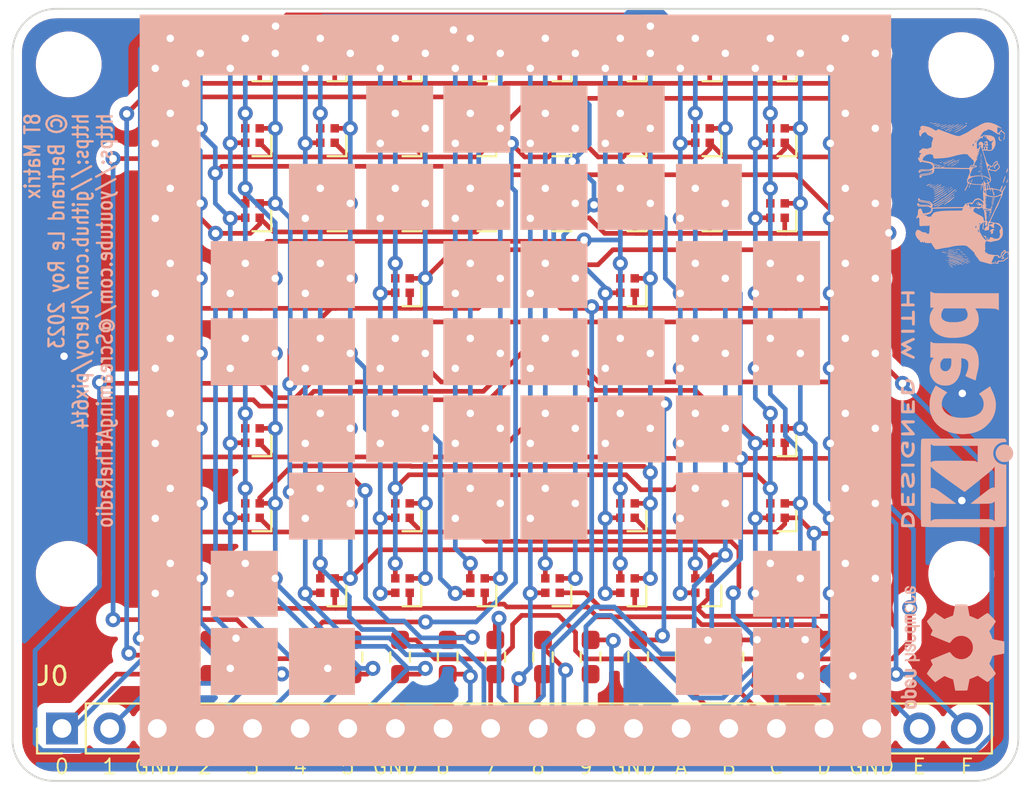
<source format=kicad_pcb>
(kicad_pcb (version 20211014) (generator pcbnew)
  (layers (0 "F.Cu" signal) (31 "B.Cu" signal) (34 "B.Paste" user) (35 "F.Paste" user) (36 "B.SilkS" user "B.Silkscreen") (37 "F.SilkS" user "F.Silkscreen") (38 "B.Mask" user) (39 "F.Mask" user) (44 "Edge.Cuts" user))
  (net 0 "")
  (net 1 "P1")
  (net 2 "P2")
  (net 3 "P3")
  (net 4 "Y0")
  (net 5 "P4")
  (net 6 "P5")
  (net 7 "P6")
  (net 8 "P7")
  (net 9 "P8")
  (net 10 "P9")
  (net 11 "PA")
  (net 12 "PB")
  (net 13 "PC")
  (net 14 "PD")
  (net 15 "PE")
  (net 16 "PF")
  (net 17 "P0")
  (net 18 "Y1")
  (net 19 "Y2")
  (net 20 "Y3")
  (net 21 "Y4")
  (net 22 "Y5")
  (net 23 "Y6")
  (net 24 "Y7")
  (net 25 "Y8")
  (net 26 "Y9")
  (net 27 "YA")
  (net 28 "YB")
  (net 29 "YC")
  (net 30 "YD")
  (net 31 "YE")
  (net 32 "YF")
  (net 33 "GND")
  (footprint "Resistor_SMD:R_0603_1608Metric_Pad0.98x0.95mm_HandSolder" (layer "F.Cu") (at 60.96 46.99 -90)
    (fp_text reference "R7" hide)
    (fp_text value "R" hide)
  )
  (footprint "Resistor_SMD:R_0603_1608Metric_Pad0.98x0.95mm_HandSolder" (layer "F.Cu") (at 50.8 46.99 -90)
    (fp_text reference "R3" hide)
    (fp_text value "R" hide)
  )
  (footprint "Library:RGB_LED" (layer "F.Cu") (at 52.01 31.18)
    (fp_text reference "D42" hide)
    (fp_text value "LED_RGBA" hide)
  )
  (footprint "Library:RGB_LED" (layer "F.Cu") (at 64.01 31.18)
    (fp_text reference "D45" hide)
    (fp_text value "LED_RGBA" hide)
  )
  (footprint "MountingHole:MountingHole_2.5mm_Pad" (layer "F.Cu") (at 38.21 15.42)
    (fp_text reference "REF**" hide)
    (fp_text value "MountingHole_2.5mm_Pad" hide)
  )
  (footprint "Library:RGB_LED" (layer "F.Cu") (at 48.01 35.18)
    (fp_text reference "D51" hide)
    (fp_text value "LED_RGBA" hide)
  )
  (footprint "Resistor_SMD:R_0603_1608Metric_Pad0.98x0.95mm_HandSolder" (layer "F.Cu") (at 71.12 46.99 -90)
    (fp_text reference "R11" hide)
    (fp_text value "R" hide)
  )
  (footprint "Library:RGB_LED" (layer "F.Cu") (at 68.01 43.18)
    (fp_text reference "D76" hide)
    (fp_text value "LED_RGBA" hide)
  )
  (footprint "MountingHole:MountingHole_2.5mm_Pad" (layer "F.Cu") (at 85.81 42.554)
    (fp_text reference "REF**" hide)
    (fp_text value "MountingHole_2.5mm_Pad" hide)
  )
  (footprint "Connector_PinHeader_2.54mm:PinHeader_1x20_P2.54mm_Vertical" (layer "F.Cu") (at 37.851 50.8 90)
    (fp_text reference "J0")
    (fp_text value "Conn_01x20")
  )
  (footprint "Library:RGB_LED" (layer "F.Cu") (at 56.01 43.18)
    (fp_text reference "D73" hide)
    (fp_text value "LED_RGBA" hide)
  )
  (footprint "Library:RGB_LED" (layer "F.Cu") (at 48.01 39.18)
    (fp_text reference "D61" hide)
    (fp_text value "LED_RGBA" hide)
  )
  (footprint "Library:RGB_LED" (layer "F.Cu") (at 60.01 19.18)
    (fp_text reference "D14" hide)
    (fp_text value "LED_RGBA" hide)
  )
  (footprint "Resistor_SMD:R_0603_1608Metric_Pad0.98x0.95mm_HandSolder" (layer "F.Cu") (at 58.42 46.99 -90)
    (fp_text reference "R6" hide)
    (fp_text value "R" hide)
  )
  (footprint "Library:RGB_LED" (layer "F.Cu") (at 48.01 15.18)
    (fp_text reference "D1" hide)
    (fp_text value "LED_RGBA" hide)
  )
  (footprint "Library:RGB_LED" (layer "F.Cu") (at 60.01 23.18)
    (fp_text reference "D24" hide)
    (fp_text value "LED_RGBA" hide)
  )
  (footprint "Library:RGB_LED" (layer "F.Cu") (at 44.01 23.18)
    (fp_text reference "D20" hide)
    (fp_text value "LED_RGBA" hide)
  )
  (footprint "Library:RGB_LED" (layer "F.Cu") (at 56.01 27.18)
    (fp_text reference "D33" hide)
    (fp_text value "LED_RGBA" hide)
  )
  (footprint "Library:RGB_LED" (layer "F.Cu") (at 72.01 15.18)
    (fp_text reference "D7" hide)
    (fp_text value "LED_RGBA" hide)
  )
  (footprint "Library:RGB_LED" (layer "F.Cu") (at 80.01 35.18)
    (fp_text reference "D59" hide)
    (fp_text value "LED_RGBA" hide)
  )
  (footprint "Library:RGB_LED" (layer "F.Cu") (at 52.01 15.18)
    (fp_text reference "D2" hide)
    (fp_text value "LED_RGBA" hide)
  )
  (footprint "Library:RGB_LED" (layer "F.Cu") (at 64.01 15.18)
    (fp_text reference "D5" hide)
    (fp_text value "LED_RGBA" hide)
  )
  (footprint "Library:RGB_LED" (layer "F.Cu") (at 44.01 35.18)
    (fp_text reference "D50" hide)
    (fp_text value "LED_RGBA" hide)
  )
  (footprint "Library:RGB_LED" (layer "F.Cu") (at 80.01 15.18)
    (fp_text reference "D9" hide)
    (fp_text value "LED_RGBA" hide)
  )
  (footprint "Library:RGB_LED" (layer "F.Cu") (at 52.01 23.18)
    (fp_text reference "D22" hide)
    (fp_text value "LED_RGBA" hide)
  )
  (footprint "Library:RGB_LED" (layer "F.Cu") (at 76.01 23.18)
    (fp_text reference "D28" hide)
    (fp_text value "LED_RGBA" hide)
  )
  (footprint "Library:RGB_LED" (layer "F.Cu") (at 68.01 31.18)
    (fp_text reference "D46" hide)
    (fp_text value "LED_RGBA" hide)
  )
  (footprint "Library:RGB_LED" (layer "F.Cu") (at 72.01 19.18)
    (fp_text reference "D17" hide)
    (fp_text value "LED_RGBA" hide)
  )
  (footprint "Library:RGB_LED" (layer "F.Cu") (at 80.01 23.18)
    (fp_text reference "D29" hide)
    (fp_text value "LED_RGBA" hide)
  )
  (footprint "Library:RGB_LED" (layer "F.Cu") (at 76.01 19.18)
    (fp_text reference "D18" hide)
    (fp_text value "LED_RGBA" hide)
  )
  (footprint "Library:RGB_LED" (layer "F.Cu") (at 72.01 27.18)
    (fp_text reference "D37" hide)
    (fp_text value "LED_RGBA" hide)
  )
  (footprint "Library:RGB_LED" (layer "F.Cu") (at 68.01 35.18)
    (fp_text reference "D56" hide)
    (fp_text value "LED_RGBA" hide)
  )
  (footprint "Library:RGB_LED" (layer "F.Cu") (at 80.01 19.18)
    (fp_text reference "D19" hide)
    (fp_text value "LED_RGBA" hide)
  )
  (footprint "Resistor_SMD:R_0603_1608Metric_Pad0.98x0.95mm_HandSolder" (layer "F.Cu") (at 53.34 46.99 -90)
    (fp_text reference "R4" hide)
    (fp_text value "R" hide)
  )
  (footprint "Library:RGB_LED" (layer "F.Cu") (at 56.01 35.18)
    (fp_text reference "D53" hide)
    (fp_text value "LED_RGBA" hide)
  )
  (footprint "Library:RGB_LED" (layer "F.Cu") (at 72.01 31.18)
    (fp_text reference "D47" hide)
    (fp_text value "LED_RGBA" hide)
  )
  (footprint "Library:RGB_LED" (layer "F.Cu") (at 80.01 39.18)
    (fp_text reference "D69" hide)
    (fp_text value "LED_RGBA" hide)
  )
  (footprint "Library:RGB_LED" (layer "F.Cu") (at 72.01 39.18)
    (fp_text reference "D67" hide)
    (fp_text value "LED_RGBA" hide)
  )
  (footprint "Library:RGB_LED" (layer "F.Cu") (at 56.01 31.18)
    (fp_text reference "D43" hide)
    (fp_text value "LED_RGBA" hide)
  )
  (footprint "Library:RGB_LED" (layer "F.Cu") (at 76.01 39.18)
    (fp_text reference "D68" hide)
    (fp_text value "LED_RGBA" hide)
  )
  (footprint "Library:RGB_LED" (layer "F.Cu") (at 76.01 35.18)
    (fp_text reference "D58" hide)
    (fp_text value "LED_RGBA" hide)
  )
  (footprint "Library:RGB_LED" (layer "F.Cu") (at 60.01 39.18)
    (fp_text reference "D64" hide)
    (fp_text value "LED_RGBA" hide)
  )
  (footprint "Library:RGB_LED" (layer "F.Cu") (at 48.01 43.18)
    (fp_text reference "D71" hide)
    (fp_text value "LED_RGBA" hide)
  )
  (footprint "Library:RGB_LED" (layer "F.Cu") (at 44.01 15.18)
    (fp_text reference "D0" hide)
    (fp_text value "LED_RGBA" hide)
  )
  (footprint "Library:RGB_LED" (layer "F.Cu") (at 68.01 23.18)
    (fp_text reference "D26" hide)
    (fp_text value "LED_RGBA" hide)
  )
  (footprint "Library:RGB_LED" (layer "F.Cu") (at 60.01 15.18)
    (fp_text reference "D4" hide)
    (fp_text value "LED_RGBA" hide)
  )
  (footprint "Library:RGB_LED" (layer "F.Cu") (at 44.01 31.18)
    (fp_text reference "D40" hide)
    (fp_text value "LED_RGBA" hide)
  )
  (footprint "Resistor_SMD:R_0603_1608Metric_Pad0.98x0.95mm_HandSolder" (layer "F.Cu") (at 73.66 46.99 -90)
    (fp_text reference "R12" hide)
    (fp_text value "R" hide)
  )
  (footprint "Library:RGB_LED" (layer "F.Cu") (at 44.01 39.18)
    (fp_text reference "D60" hide)
    (fp_text value "LED_RGBA" hide)
  )
  (footprint "Library:RGB_LED" (layer "F.Cu") (at 48.01 27.18)
    (fp_text reference "D31" hide)
    (fp_text value "LED_RGBA" hide)
  )
  (footprint "Library:RGB_LED" (layer "F.Cu") (at 68.01 27.18)
    (fp_text reference "D36" hide)
    (fp_text value "LED_RGBA" hide)
  )
  (footprint "Library:RGB_LED" (layer "F.Cu") (at 52.01 35.18)
    (fp_text reference "D52" hide)
    (fp_text value "LED_RGBA" hide)
  )
  (footprint "Resistor_SMD:R_0603_1608Metric_Pad0.98x0.95mm_HandSolder" (layer "F.Cu") (at 43.18 46.99 -90)
    (fp_text reference "R0" hide)
    (fp_text value "R" hide)
  )
  (footprint "Library:RGB_LED" (layer "F.Cu") (at 80.01 27.18)
    (fp_text reference "D39" hide)
    (fp_text value "LED_RGBA" hide)
  )
  (footprint "Library:RGB_LED" (layer "F.Cu") (at 80.01 31.18)
    (fp_text reference "D49" hide)
    (fp_text value "LED_RGBA" hide)
  )
  (footprint "Library:RGB_LED" (layer "F.Cu") (at 76.01 27.18)
    (fp_text reference "D38" hide)
    (fp_text value "LED_RGBA" hide)
  )
  (footprint "Resistor_SMD:R_0603_1608Metric_Pad0.98x0.95mm_HandSolder" (layer "F.Cu") (at 81.28 46.99 -90)
    (fp_text reference "R15" hide)
    (fp_text value "R" hide)
  )
  (footprint "Library:RGB_LED" (layer "F.Cu") (at 52.01 39.18)
    (fp_text reference "D62" hide)
    (fp_text value "LED_RGBA" hide)
  )
  (footprint "Resistor_SMD:R_0603_1608Metric_Pad0.98x0.95mm_HandSolder" (layer "F.Cu") (at 63.5 46.99 -90)
    (fp_text reference "R8" hide)
    (fp_text value "R" hide)
  )
  (footprint "Library:RGB_LED" (layer "F.Cu") (at 76.01 15.18)
    (fp_text reference "D8" hide)
    (fp_text value "LED_RGBA" hide)
  )
  (footprint "Library:RGB_LED" (layer "F.Cu") (at 60.01 27.18)
    (fp_text reference "D34" hide)
    (fp_text value "LED_RGBA" hide)
  )
  (footprint "Resistor_SMD:R_0603_1608Metric_Pad0.98x0.95mm_HandSolder" (layer "F.Cu") (at 48.26 46.99 -90)
    (fp_text reference "R2" hide)
    (fp_text value "R" hide)
  )
  (footprint "Library:RGB_LED" (layer "F.Cu") (at 64.01 35.18)
    (fp_text reference "D55" hide)
    (fp_text value "LED_RGBA" hide)
  )
  (footprint "Library:RGB_LED" (layer "F.Cu") (at 64.01 43.18)
    (fp_text reference "D75" hide)
    (fp_text value "LED_RGBA" hide)
  )
  (footprint "Library:RGB_LED" (layer "F.Cu") (at 60.01 43.18)
    (fp_text reference "D74" hide)
    (fp_text value "LED_RGBA" hide)
  )
  (footprint "Library:RGB_LED" (layer "F.Cu") (at 44.01 43.18)
    (fp_text reference "D70" hide)
    (fp_text value "LED_RGBA" hide)
  )
  (footprint "Library:RGB_LED" (layer "F.Cu") (at 60.01 35.18)
    (fp_text reference "D54" hide)
    (fp_text value "LED_RGBA" hide)
  )
  (footprint "Library:RGB_LED" (layer "F.Cu") (at 64.01 23.18)
    (fp_text reference "D25" hide)
    (fp_text value "LED_RGBA" hide)
  )
  (footprint "MountingHole:MountingHole_2.5mm_Pad" (layer "F.Cu") (at 38.21 42.554)
    (fp_text reference "REF**" hide)
    (fp_text value "MountingHole_2.5mm_Pad" hide)
  )
  (footprint "Library:RGB_LED" (layer "F.Cu") (at 68.01 39.18)
    (fp_text reference "D66" hide)
    (fp_text value "LED_RGBA" hide)
  )
  (footprint "Library:RGB_LED" (layer "F.Cu") (at 52.01 19.18)
    (fp_text reference "D12" hide)
    (fp_text value "LED_RGBA" hide)
  )
  (footprint "Resistor_SMD:R_0603_1608Metric_Pad0.98x0.95mm_HandSolder" (layer "F.Cu") (at 68.58 46.99 -90)
    (fp_text reference "R10" hide)
    (fp_text value "R" hide)
  )
  (footprint "Library:RGB_LED" (layer "F.Cu") (at 56.01 19.18)
    (fp_text reference "D13" hide)
    (fp_text value "LED_RGBA" hide)
  )
  (footprint "MountingHole:MountingHole_2.5mm_Pad" (layer "F.Cu") (at 85.81 15.42)
    (fp_text reference "REF**" hide)
    (fp_text value "MountingHole_2.5mm_Pad" hide)
  )
  (footprint "Library:RGB_LED" (layer "F.Cu") (at 76.01 31.18)
    (fp_text reference "D48" hide)
    (fp_text value "LED_RGBA" hide)
  )
  (footprint "Library:RGB_LED" (layer "F.Cu") (at 56.01 39.18)
    (fp_text reference "D63" hide)
    (fp_text value "LED_RGBA" hide)
  )
  (footprint "Resistor_SMD:R_0603_1608Metric_Pad0.98x0.95mm_HandSolder" (layer "F.Cu") (at 45.72 46.99 -90)
    (fp_text reference "R1" hide)
    (fp_text value "R" hide)
  )
  (footprint "Library:RGB_LED" (layer "F.Cu") (at 60.01 31.18)
    (fp_text reference "D44" hide)
    (fp_text value "LED_RGBA" hide)
  )
  (footprint "Library:RGB_LED" (layer "F.Cu") (at 68.01 19.18)
    (fp_text reference "D16" hide)
    (fp_text value "LED_RGBA" hide)
  )
  (footprint "Library:RGB_LED" (layer "F.Cu") (at 68.01 15.18)
    (fp_text reference "D6" hide)
    (fp_text value "LED_RGBA" hide)
  )
  (footprint "Library:RGB_LED" (layer "F.Cu") (at 44.01 19.18)
    (fp_text reference "D10" hide)
    (fp_text value "LED_RGBA" hide)
  )
  (footprint "Library:RGB_LED" (layer "F.Cu") (at 80.01 43.18)
    (fp_text reference "D79" hide)
    (fp_text value "LED_RGBA" hide)
  )
  (footprint "Library:RGB_LED" (layer "F.Cu") (at 64.01 39.18)
    (fp_text reference "D65" hide)
    (fp_text value "LED_RGBA" hide)
  )
  (footprint "Library:RGB_LED" (layer "F.Cu") (at 72.01 35.18)
    (fp_text reference "D57" hide)
    (fp_text value "LED_RGBA" hide)
  )
  (footprint "Library:RGB_LED" (layer "F.Cu") (at 76.01 43.18)
    (fp_text reference "D78" hide)
    (fp_text value "LED_RGBA" hide)
  )
  (footprint "Library:RGB_LED" (layer "F.Cu") (at 52.01 27.18)
    (fp_text reference "D32" hide)
    (fp_text value "LED_RGBA" hide)
  )
  (footprint "Library:RGB_LED" (layer "F.Cu") (at 72.01 23.18)
    (fp_text reference "D27" hide)
    (fp_text value "LED_RGBA" hide)
  )
  (footprint "Library:RGB_LED" (layer "F.Cu") (at 64.01 19.18)
    (fp_text reference "D15" hide)
    (fp_text value "LED_RGBA" hide)
  )
  (footprint "Resistor_SMD:R_0603_1608Metric_Pad0.98x0.95mm_HandSolder" (layer "F.Cu") (at 55.88 46.99 -90)
    (fp_text reference "R5" hide)
    (fp_text value "R" hide)
  )
  (footprint "Library:RGB_LED" (layer "F.Cu") (at 44.01 27.18)
    (fp_text reference "D30" hide)
    (fp_text value "LED_RGBA" hide)
  )
  (footprint "Library:RGB_LED" (layer "F.Cu") (at 48.01 31.18)
    (fp_text reference "D41" hide)
    (fp_text value "LED_RGBA" hide)
  )
  (footprint "Library:RGB_LED" (layer "F.Cu") (at 64.01 27.18)
    (fp_text reference "D35" hide)
    (fp_text value "LED_RGBA" hide)
  )
  (footprint "Library:RGB_LED" (layer "F.Cu") (at 56.01 15.18)
    (fp_text reference "D3" hide)
    (fp_text value "LED_RGBA" hide)
  )
  (footprint "Library:RGB_LED" (layer "F.Cu") (at 48.01 23.18)
    (fp_text reference "D21" hide)
    (fp_text value "LED_RGBA" hide)
  )
  (footprint "Library:RGB_LED" (layer "F.Cu") (at 56.01 23.18)
    (fp_text reference "D23" hide)
    (fp_text value "LED_RGBA" hide)
  )
  (footprint "Library:RGB_LED" (layer "F.Cu") (at 72.01 43.18)
    (fp_text reference "D77" hide)
    (fp_text value "LED_RGBA" hide)
  )
  (footprint "Resistor_SMD:R_0603_1608Metric_Pad0.98x0.95mm_HandSolder" (layer "F.Cu") (at 76.2 46.99 -90)
    (fp_text reference "R13" hide)
    (fp_text value "R" hide)
  )
  (footprint "Library:RGB_LED" (layer "F.Cu") (at 48.01 19.18)
    (fp_text reference "D11" hide)
    (fp_text value "LED_RGBA" hide)
  )
  (footprint "Resistor_SMD:R_0603_1608Metric_Pad0.98x0.95mm_HandSolder" (layer "F.Cu") (at 78.74 46.99 -90)
    (fp_text reference "R14" hide)
    (fp_text value "R" hide)
  )
  (footprint "Resistor_SMD:R_0603_1608Metric_Pad0.98x0.95mm_HandSolder" (layer "F.Cu") (at 66.04 46.99 -90)
    (fp_text reference "R9" hide)
    (fp_text value "R" hide)
  )
  (footprint "Library:RGB_LED" (layer "F.Cu") (at 52.01 43.18)
    (fp_text reference "D72" hide)
    (fp_text value "LED_RGBA" hide)
  )
  (footprint "LOGO" (layer "B.Cu") (at 62.031 32.766 180)
    (fp_text reference "G***" hide)
    (fp_text value "LOGO" hide)
  )
  (footprint "LOGO" (layer "B.Cu") (at 85.852 22.352 90)
    (fp_text reference "G***" hide)
    (fp_text value "LOGO" hide)
  )
  (footprint "Symbol:OSHW-Logo2_7.3x6mm_SilkScreen" (layer "B.Cu") (at 85.344 46.482 90)
    (fp_text reference "REF**" hide)
    (fp_text value "OSHW-Logo2_7.3x6mm_SilkScreen" hide)
  )
  (footprint "Symbol:KiCad-Logo2_5mm_SilkScreen" (layer "B.Cu") (at 85.598 33.782 90)
    (fp_text reference "REF**" hide)
    (fp_text value "KiCad-Logo2_5mm_SilkScreen" hide)
  )
  (gr_line (start 37.592 12.42) (end 86.614 12.42) (layer "Edge.Cuts") (width 0.1))
  (gr_arc (start 86.614 12.42) (mid 88.211831 13.112495) (end 88.852 14.732) (layer "Edge.Cuts") (width 0.1))
  (gr_line (start 86.614 53.594) (end 37.338 53.594) (layer "Edge.Cuts") (width 0.1))
  (gr_arc (start 37.338 53.594) (mid 35.800554 52.891723) (end 35.21 51.308) (layer "Edge.Cuts") (width 0.1))
  (gr_line (start 88.852 14.732) (end 88.852 51.308) (layer "Edge.Cuts") (width 0.1))
  (gr_line (start 35.21 51.308) (end 35.21 14.732) (layer "Edge.Cuts") (width 0.1))
  (gr_arc (start 88.852 51.308) (mid 88.206446 52.914505) (end 86.614 53.594) (layer "Edge.Cuts") (width 0.1))
  (gr_arc (start 35.21 14.732) (mid 35.922169 13.082672) (end 37.592 12.42) (layer "Edge.Cuts") (width 0.1))
  (gr_text "8T Matrix\n© Bertrand Le Roy 2023\nhttps://github.com/bleroy/pix6t4\nhttps://youtube.com/@ScreamingAtTheRadio" (at 38.21 17.92 90) (layer "B.SilkS") (effects (font (size 0.8 0.65) (thickness 0.125)) (justify left mirror)))
  (gr_text "GND" (at 68.326 52.832) (layer "F.SilkS") (effects (font (size 0.8 0.8) (thickness 0.1))))
  (gr_text "GND" (at 42.926 52.832) (layer "F.SilkS") (effects (font (size 0.8 0.8) (thickness 0.1))))
  (gr_text "5" (at 53.086 52.832) (layer "F.SilkS") (effects (font (size 0.8 0.8) (thickness 0.1))))
  (gr_text "E" (at 83.566 52.832) (layer "F.SilkS") (effects (font (size 0.8 0.8) (thickness 0.1))))
  (gr_text "D" (at 78.486 52.832) (layer "F.SilkS") (effects (font (size 0.8 0.8) (thickness 0.1))))
  (gr_text "8" (at 63.246 52.832) (layer "F.SilkS") (effects (font (size 0.8 0.8) (thickness 0.1))))
  (gr_text "6" (at 58.166 52.832) (layer "F.SilkS") (effects (font (size 0.8 0.8) (thickness 0.1))))
  (gr_text "B" (at 73.406 52.832) (layer "F.SilkS") (effects (font (size 0.8 0.8) (thickness 0.1))))
  (gr_text "4" (at 50.546 52.832) (layer "F.SilkS") (effects (font (size 0.8 0.8) (thickness 0.1))))
  (gr_text "3" (at 48.006 52.832) (layer "F.SilkS") (effects (font (size 0.8 0.8) (thickness 0.1))))
  (gr_text "0" (at 37.846 52.832) (layer "F.SilkS") (effects (font (size 0.8 0.8) (thickness 0.1))))
  (gr_text "C" (at 75.946 52.832) (layer "F.SilkS") (effects (font (size 0.8 0.8) (thickness 0.1))))
  (gr_text "GND" (at 81.026 52.832) (layer "F.SilkS") (effects (font (size 0.8 0.8) (thickness 0.1))))
  (gr_text "7" (at 60.706 52.832) (layer "F.SilkS") (effects (font (size 0.8 0.8) (thickness 0.1))))
  (gr_text "A" (at 70.866 52.832) (layer "F.SilkS") (effects (font (size 0.8 0.8) (thickness 0.1))))
  (gr_text "9" (at 65.786 52.832) (layer "F.SilkS") (effects (font (size 0.8 0.8) (thickness 0.1))))
  (gr_text "F" (at 86.106 52.832) (layer "F.SilkS") (effects (font (size 0.8 0.8) (thickness 0.1))))
  (gr_text "GND" (at 55.626 52.832) (layer "F.SilkS") (effects (font (size 0.8 0.8) (thickness 0.1))))
  (gr_text "2" (at 45.466 52.832) (layer "F.SilkS") (effects (font (size 0.8 0.8) (thickness 0.1))))
  (gr_text "1" (at 40.386 52.832) (layer "F.SilkS") (effects (font (size 0.8 0.8) (thickness 0.1))))
  (segment (start 63.1576 29.9842) (end 63.6142 29.9842) (width 0.25) (layer "F.Cu") (net 1))
  (segment (start 48.393 33.6092) (end 50.491596 33.6092) (width 0.25) (layer "F.Cu") (net 1))
  (segment (start 63.625 26.795) (end 63.625 25.995) (width 0.25) (layer "F.Cu") (net 1))
  (segment (start 63.625 30.795) (end 63.625 29.995) (width 0.25) (layer "F.Cu") (net 1))
  (segment (start 43.625 22.795) (end 43.625 21.995) (width 0.25) (layer "F.Cu") (net 1))
  (segment (start 43.625 15.565) (end 42.855 15.565) (width 0.25) (layer "F.Cu") (net 1))
  (segment (start 46.5175 47.9025) (end 45.72 47.9025) (width 0.25) (layer "F.Cu") (net 1))
  (segment (start 48.0538 33.27) (end 48.393 33.6092) (width 0.25) (layer "F.Cu") (net 1))
  (segment (start 63.625 38.795) (end 63.625 37.995) (width 0.25) (layer "F.Cu") (net 1))
  (segment (start 43.625 33.995) (end 44.35 33.27) (width 0.25) (layer "F.Cu") (net 1))
  (segment (start 50.491596 33.6092) (end 51.280796 32.82) (width 0.25) (layer "F.Cu") (net 1))
  (segment (start 43.625 34.795) (end 43.625 33.995) (width 0.25) (layer "F.Cu") (net 1))
  (segment (start 60.3218 32.82) (end 63.1576 29.9842) (width 0.25) (layer "F.Cu") (net 1))
  (segment (start 43.625 18.795) (end 43.625 17.995) (width 0.25) (layer "F.Cu") (net 1))
  (segment (start 43.625 42.795) (end 43.625 41.995) (width 0.25) (layer "F.Cu") (net 1))
  (segment (start 63.6142 29.9842) (end 63.625 29.995) (width 0.25) (layer "F.Cu") (net 1))
  (segment (start 43.625 38.795) (end 43.625 37.995) (width 0.25) (layer "F.Cu") (net 1))
  (segment (start 63.625 42.795) (end 63.625 41.995) (width 0.25) (layer "F.Cu") (net 1))
  (segment (start 63.625 18.795) (end 63.625 17.995) (width 0.25) (layer "F.Cu") (net 1))
  (segment (start 42.855 15.565) (end 42.825 15.595) (width 0.25) (layer "F.Cu") (net 1))
  (segment (start 43.625 30.795) (end 43.625 29.995) (width 0.25) (layer "F.Cu") (net 1))
  (segment (start 43.625 26.795) (end 43.625 25.995) (width 0.25) (layer "F.Cu") (net 1))
  (segment (start 46.825 47.595) (end 46.5175 47.9025) (width 0.25) (layer "F.Cu") (net 1))
  (segment (start 51.280796 32.82) (end 60.3218 32.82) (width 0.25) (layer "F.Cu") (net 1))
  (segment (start 63.625 22.795) (end 63.625 21.995) (width 0.25) (layer "F.Cu") (net 1))
  (segment (start 44.35 33.27) (end 48.0538 33.27) (width 0.25) (layer "F.Cu") (net 1))
  (segment (start 63.625 34.795) (end 63.625 33.995) (width 0.25) (layer "F.Cu") (net 1))
  (via (at 63.625 37.995) (size 0.8) (drill 0.4) (layers "F.Cu" "B.Cu") (net 1))
  (via (at 63.625 17.995) (size 0.8) (drill 0.4) (layers "F.Cu" "B.Cu") (net 1))
  (via (at 63.625 29.995) (size 0.8) (drill 0.4) (layers "F.Cu" "B.Cu") (net 1))
  (via (at 43.625 33.995) (size 0.8) (drill 0.4) (layers "F.Cu" "B.Cu") (net 1))
  (via (at 43.625 37.995) (size 0.8) (drill 0.4) (layers "F.Cu" "B.Cu") (net 1))
  (via (at 43.625 21.995) (size 0.8) (drill 0.4) (layers "F.Cu" "B.Cu") (net 1))
  (via (at 43.625 41.995) (size 0.8) (drill 0.4) (layers "F.Cu" "B.Cu") (net 1))
  (via (at 46.825 47.595) (size 0.8) (drill 0.4) (layers "F.Cu" "B.Cu") (net 1))
  (via (at 43.625 17.995) (size 0.8) (drill 0.4) (layers "F.Cu" "B.Cu") (net 1))
  (via (at 63.625 41.995) (size 0.8) (drill 0.4) (layers "F.Cu" "B.Cu") (net 1))
  (via (at 63.625 25.995) (size 0.8) (drill 0.4) (layers "F.Cu" "B.Cu") (net 1))
  (via (at 43.625 29.995) (size 0.8) (drill 0.4) (layers "F.Cu" "B.Cu") (net 1))
  (via (at 63.625 33.995) (size 0.8) (drill 0.4) (layers "F.Cu" "B.Cu") (net 1))
  (via (at 42.825 15.595) (size 0.8) (drill 0.4) (layers "F.Cu" "B.Cu") (net 1))
  (via (at 43.625 25.995) (size 0.8) (drill 0.4) (layers "F.Cu" "B.Cu") (net 1))
  (via (at 63.625 21.995) (size 0.8) (drill 0.4) (layers "F.Cu" "B.Cu") (net 1))
  (segment (start 43.625 33.995) (end 43.625 29.995) (width 0.25) (layer "B.Cu") (net 1))
  (segment (start 43.625 44.595803) (end 46.624197 47.595) (width 0.25) (layer "B.Cu") (net 1))
  (segment (start 43.625 41.995) (end 43.625 37.995) (width 0.25) (layer "B.Cu") (net 1))
  (segment (start 43.625 41.995) (end 43.625 44.595803) (width 0.25) (layer "B.Cu") (net 1))
  (segment (start 46.025 48.395) (end 42.796 48.395) (width 0.25) (layer "B.Cu") (net 1))
  (segment (start 43.625 29.995) (end 43.625 25.995) (width 0.25) (layer "B.Cu") (net 1))
  (segment (start 63.625 33.995) (end 63.625 37.995) (width 0.25) (layer "B.Cu") (net 1))
  (segment (start 42.825 15.595) (end 42.825 17.195) (width 0.25) (layer "B.Cu") (net 1))
  (segment (start 46.825 47.595) (end 46.025 48.395) (width 0.25) (layer "B.Cu") (net 1))
  (segment (start 43.625 37.995) (end 43.625 33.995) (width 0.25) (layer "B.Cu") (net 1))
  (segment (start 42.825 17.195) (end 43.625 17.995) (width 0.25) (layer "B.Cu") (net 1))
  (segment (start 42.796 48.395) (end 40.391 50.8) (width 0.25) (layer "B.Cu") (net 1))
  (segment (start 63.625 17.995) (end 63.625 21.995) (width 0.25) (layer "B.Cu") (net 1))
  (segment (start 63.625 37.995) (end 63.625 41.995) (width 0.25) (layer "B.Cu") (net 1))
  (segment (start 63.625 25.995) (end 63.625 29.995) (width 0.25) (layer "B.Cu") (net 1))
  (segment (start 43.625 21.995) (end 43.625 17.995) (width 0.25) (layer "B.Cu") (net 1))
  (segment (start 63.625 21.995) (end 63.625 25.995) (width 0.25) (layer "B.Cu") (net 1))
  (segment (start 46.624197 47.595) (end 46.825 47.595) (width 0.25) (layer "B.Cu") (net 1))
  (segment (start 43.625 25.995) (end 43.625 21.995) (width 0.25) (layer "B.Cu") (net 1))
  (segment (start 63.625 29.995) (end 63.625 33.995) (width 0.25) (layer "B.Cu") (net 1))
  (segment (start 44.35 13.27) (end 47.925305 13.27) (width 0.25) (layer "F.Cu") (net 2))
  (segment (start 48.26 47.9025) (end 49.5573 47.9025) (width 0.25) (layer "F.Cu") (net 2))
  (segment (start 49.5573 47.9025) (end 49.5686 47.8912) (width 0.25) (layer "F.Cu") (net 2))
  (segment (start 64.395 38.795) (end 65.225 38.795) (width 0.25) (layer "F.Cu") (net 2))
  (segment (start 64.395 34.795) (end 65.225 34.795) (width 0.25) (layer "F.Cu") (net 2))
  (segment (start 64.395 26.795) (end 65.225 26.795) (width 0.25) (layer "F.Cu") (net 2))
  (segment (start 44.395 42.795) (end 45.225 42.795) (width 0.25) (layer "F.Cu") (net 2))
  (segment (start 43.625 13.995) (end 44.35 13.27) (width 0.25) (layer "F.Cu") (net 2))
  (segment (start 58.453009 13.27) (end 58.731018 13.548009) (width 0.25) (layer "F.Cu") (net 2))
  (segment (start 64.395 42.795) (end 65.225 42.795) (width 0.25) (layer "F.Cu") (net 2))
  (segment (start 44.395 34.795) (end 45.225 34.795) (width 0.25) (layer "F.Cu") (net 2))
  (segment (start 48.725305 14.07) (end 50.4948 14.07) (width 0.25) (layer "F.Cu") (net 2))
  (segment (start 50.4948 14.07) (end 51.2948 13.27) (width 0.25) (layer "F.Cu") (net 2))
  (segment (start 47.925305 13.27) (end 48.725305 14.07) (width 0.25) (layer "F.Cu") (net 2))
  (segment (start 64.395 18.795) (end 65.225 18.795) (width 0.25) (layer "F.Cu") (net 2))
  (segment (start 44.395 26.795) (end 45.225 26.795) (width 0.25) (layer "F.Cu") (net 2))
  (segment (start 44.395 22.795) (end 45.225 22.795) (width 0.25) (layer "F.Cu") (net 2))
  (segment (start 64.395 22.795) (end 65.225 22.795) (width 0.25) (layer "F.Cu") (net 2))
  (segment (start 43.625 14.795) (end 43.625 13.995) (width 0.25) (layer "F.Cu") (net 2))
  (segment (start 51.2948 13.27) (end 58.453009 13.27) (width 0.25) (layer "F.Cu") (net 2))
  (segment (start 44.395 38.795) (end 45.225 38.795) (width 0.25) (layer "F.Cu") (net 2))
  (segment (start 63.625 14.795) (end 63.625 13.995) (width 0.25) (layer "F.Cu") (net 2))
  (segment (start 44.395 30.795) (end 45.225 30.795) (width 0.25) (layer "F.Cu") (net 2))
  (segment (start 64.395 30.795) (end 65.225 30.795) (width 0.25) (layer "F.Cu") (net 2))
  (via (at 49.5686 47.8912) (size 0.8) (drill 0.4) (layers "F.Cu" "B.Cu") (net 2))
  (via (at 43.625 13.995) (size 0.8) (drill 0.4) (layers "F.Cu" "B.Cu") (net 2))
  (via (at 45.225 22.795) (size 0.8) (drill 0.4) (layers "F.Cu" "B.Cu") (net 2))
  (via (at 45.225 26.795) (size 0.8) (drill 0.4) (layers "F.Cu" "B.Cu") (net 2))
  (via (at 63.625 13.995) (size 0.8) (drill 0.4) (layers "F.Cu" "B.Cu") (net 2))
  (via (at 58.731018 13.548009) (size 0.8) (drill 0.4) (layers "F.Cu" "B.Cu") (net 2))
  (via (at 65.225 38.795) (size 0.8) (drill 0.4) (layers "F.Cu" "B.Cu") (net 2))
  (via (at 45.225 42.795) (size 0.8) (drill 0.4) (layers "F.Cu" "B.Cu") (net 2))
  (via (at 65.225 18.795) (size 0.8) (drill 0.4) (layers "F.Cu" "B.Cu") (net 2))
  (via (at 65.225 22.795) (size 0.8) (drill 0.4) (layers "F.Cu" "B.Cu") (net 2))
  (via (at 65.225 26.795) (size 0.8) (drill 0.4) (layers "F.Cu" "B.Cu") (net 2))
  (via (at 45.225 34.795) (size 0.8) (drill 0.4) (layers "F.Cu" "B.Cu") (net 2))
  (via (at 65.225 30.795) (size 0.8) (drill 0.4) (layers "F.Cu" "B.Cu") (net 2))
  (via (at 65.225 42.795) (size 0.8) (drill 0.4) (layers "F.Cu" "B.Cu") (net 2))
  (via (at 65.225 34.795) (size 0.8) (drill 0.4) (layers "F.Cu" "B.Cu") (net 2))
  (via (at 45.225 38.795) (size 0.8) (drill 0.4) (layers "F.Cu" "B.Cu") (net 2))
  (via (at 45.225 30.795) (size 0.8) (drill 0.4) (layers "F.Cu" "B.Cu") (net 2))
  (segment (start 46.9253 46.8227) (end 45.225 45.1224) (width 0.25) (layer "B.Cu") (net 2))
  (segment (start 45.471 50.8) (end 48.3798 47.8912) (width 0.25) (layer "B.Cu") (net 2))
  (segment (start 64.075 23.945) (end 64.075 25.1866) (width 0.25) (layer "B.Cu") (net 2))
  (segment (start 63.625 16.595803) (end 65.225 18.195803) (width 0.25) (layer "B.Cu") (net 2))
  (segment (start 64.075 25.1866) (end 65.225 26.3366) (width 0.25) (layer "B.Cu") (net 2))
  (segment (start 65.225 38.795) (end 65.225 42.795) (width 0.25) (layer "B.Cu") (net 2))
  (segment (start 45.225 45.1224) (end 45.225 42.795) (width 0.25) (layer "B.Cu") (net 2))
  (segment (start 63.625 13.995) (end 63.625 16.595803) (width 0.25) (layer "B.Cu") (net 2))
  (segment (start 43.625 13.995) (end 43.625 16.969695) (width 0.25) (layer "B.Cu") (net 2))
  (segment (start 65.225 22.795) (end 64.075 23.945) (width 0.25) (layer "B.Cu") (net 2))
  (segment (start 65.225 26.3366) (end 65.225 26.795) (width 0.25) (layer "B.Cu") (net 2))
  (segment (start 64.075 19.8212) (end 65.1012 18.795) (width 0.25) (layer "B.Cu") (net 2))
  (segment (start 65.225 34.795) (end 65.225 38.795) (width 0.25) (layer "B.Cu") (net 2))
  (segment (start 59.009027 13.27) (end 58.731018 13.548009) (width 0.25) (layer "B.Cu") (net 2))
  (segment (start 62.9 13.27) (end 59.009027 13.27) (width 0.25) (layer "B.Cu") (net 2))
  (segment (start 45.225 19.995) (end 45.225 22.795) (width 0.25) (layer "B.Cu") (net 2))
  (segment (start 65.225 26.795) (end 65.225 30.795) (width 0.25) (layer "B.Cu") (net 2))
  (segment (start 63.625 13.995) (end 62.9 13.27) (width 0.25) (layer "B.Cu") (net 2))
  (segment (start 65.225 30.795) (end 65.225 34.795) (width 0.25) (layer "B.Cu") (net 2))
  (segment (start 65.1012 18.795) (end 65.225 18.795) (width 0.25) (layer "B.Cu") (net 2))
  (segment (start 49.5686 47.8912) (end 48.5001 46.8227) (width 0.25) (layer "B.Cu") (net 2))
  (segment (start 64.075 21.419695) (end 64.075 19.8212) (width 0.25) (layer "B.Cu") (net 2))
  (segment (start 44.5 17.844695) (end 44.5 19.27) (width 0.25) (layer "B.Cu") (net 2))
  (segment (start 45.225 30.795) (end 45.225 26.795) (width 0.25) (layer "B.Cu") (net 2))
  (segment (start 45.225 34.795) (end 45.225 30.795) (width 0.25) (layer "B.Cu") (net 2))
  (segment (start 48.5001 46.8227) (end 46.9253 46.8227) (width 0.25) (layer "B.Cu") (net 2))
  (segment (start 43.625 16.969695) (end 44.5 17.844695) (width 0.25) (layer "B.Cu") (net 2))
  (segment (start 45.225 38.795) (end 45.225 34.795) (width 0.25) (layer "B.Cu") (net 2))
  (segment (start 45.225 42.795) (end 45.225 38.795) (width 0.25) (layer "B.Cu") (net 2))
  (segment (start 65.225 18.195803) (end 65.225 18.795) (width 0.25) (layer "B.Cu") (net 2))
  (segment (start 65.225 22.569695) (end 64.075 21.419695) (width 0.25) (layer "B.Cu") (net 2))
  (segment (start 44.5 19.27) (end 45.225 19.995) (width 0.25) (layer "B.Cu") (net 2))
  (segment (start 45.225 26.795) (end 45.225 22.795) (width 0.25) (layer "B.Cu") (net 2))
  (segment (start 48.3798 47.8912) (end 49.5686 47.8912) (width 0.25) (layer "B.Cu") (net 2))
  (segment (start 65.225 22.795) (end 65.225 22.569695) (width 0.25) (layer "B.Cu") (net 2))
  (segment (start 51.7175 47.9025) (end 50.8 47.9025) (width 0.25) (layer "F.Cu") (net 3))
  (segment (start 67.625 27.565) (end 66.855 27.565) (width 0.25) (layer "F.Cu") (net 3))
  (segment (start 46.855 43.565) (end 46.825 43.595) (width 0.25) (layer "F.Cu") (net 3))
  (segment (start 66.855 27.565) (end 66.825 27.595) (width 0.25) (layer "F.Cu") (net 3))
  (segment (start 46.025 21.1828) (end 46.3878 20.82) (width 0.25) (layer "F.Cu") (net 3))
  (segment (start 44.395 14.795) (end 45.225 14.795) (width 0.25) (layer "F.Cu") (net 3))
  (segment (start 46.855 31.565) (end 46.825 31.595) (width 0.25) (layer "F.Cu") (net 3))
  (segment (start 46.855 35.565) (end 46.825 35.595) (width 0.25) (layer "F.Cu") (net 3))
  (segment (start 66.855 43.565) (end 66.825 43.595) (width 0.25) (layer "F.Cu") (net 3))
  (segment (start 47.625 35.565) (end 46.855 35.565) (width 0.25) (layer "F.Cu") (net 3))
  (segment (start 46.855 23.565) (end 46.825 23.595) (width 0.25) (layer "F.Cu") (net 3))
  (segment (start 47.625 23.565) (end 46.855 23.565) (width 0.25) (layer "F.Cu") (net 3))
  (segment (start 47.625 39.565) (end 46.855 39.565) (width 0.25) (layer "F.Cu") (net 3))
  (segment (start 47.625 31.565) (end 46.855 31.565) (width 0.25) (layer "F.Cu") (net 3))
  (segment (start 67.625 39.565) (end 66.855 39.565) (width 0.25) (layer "F.Cu") (net 3))
  (segment (start 66.855 39.565) (end 66.825 39.595) (width 0.25) (layer "F.Cu") (net 3))
  (segment (start 67.625 35.565) (end 66.855 35.565) (width 0.25) (layer "F.Cu") (net 3))
  (segment (start 64.395 14.795) (end 65.225 14.795) (width 0.25) (layer "F.Cu") (net 3))
  (segment (start 64.7881 20.82) (end 65.0626 20.5455) (width 0.25) (layer "F.Cu") (net 3))
  (segment (start 66.855 31.565) (end 66.825 31.595) (width 0.25) (layer "F.Cu") (net 3))
  (segment (start 46.3878 20.82) (end 64.7881 20.82) (width 0.25) (layer "F.Cu") (net 3))
  (segment (start 46.855 27.565) (end 46.825 27.595) (width 0.25) (layer "F.Cu") (net 3))
  (segment (start 67.625 43.565) (end 66.855 43.565) (width 0.25) (layer "F.Cu") (net 3))
  (segment (start 67.625 23.565) (end 66.905492 23.565) (width 0.25) (layer "F.Cu") (net 3))
  (segment (start 52.025 47.595) (end 51.7175 47.9025) (width 0.25) (layer "F.Cu") (net 3))
  (segment (start 66.855 35.565) (end 66.825 35.595) (width 0.25) (layer "F.Cu") (net 3))
  (segment (start 44.395 18.795) (end 45.225 18.795) (width 0.25) (layer "F.Cu") (net 3))
  (segment (start 47.625 27.565) (end 46.855 27.565) (width 0.25) (layer "F.Cu") (net 3))
  (segment (start 67.625 31.565) (end 66.855 31.565) (width 0.25) (layer "F.Cu") (net 3))
  (segment (start 66.905492 23.565) (end 66.220851 22.880359) (width 0.25) (layer "F.Cu") (net 3))
  (segment (start 47.625 43.565) (end 46.855 43.565) (width 0.25) (layer "F.Cu") (net 3))
  (segment (start 46.855 39.565) (end 46.825 39.595) (width 0.25) (layer "F.Cu") (net 3))
  (via (at 46.825 31.595) (size 0.8) (drill 0.4) (layers "F.Cu" "B.Cu") (net 3))
  (via (at 66.825 39.595) (size 0.8) (drill 0.4) (layers "F.Cu" "B.Cu") (net 3))
  (via (at 65.225 14.795) (size 0.8) (drill 0.4) (layers "F.Cu" "B.Cu") (net 3))
  (via (at 46.825 43.595) (size 0.8) (drill 0.4) (layers "F.Cu" "B.Cu") (net 3))
  (via (at 46.825 27.595) (size 0.8) (drill 0.4) (layers "F.Cu" "B.Cu") (net 3))
  (via (at 65.0626 20.5455) (size 0.8) (drill 0.4) (layers "F.Cu" "B.Cu") (net 3))
  (via (at 66.825 31.595) (size 0.8) (drill 0.4) (layers "F.Cu" "B.Cu") (net 3))
  (via (at 46.025 21.1828) (size 0.8) (drill 0.4) (layers "F.Cu" "B.Cu") (net 3))
  (via (at 66.825 27.595) (size 0.8) (drill 0.4) (layers "F.Cu" "B.Cu") (net 3))
  (via (at 66.220851 22.880359) (size 0.8) (drill 0.4) (layers "F.Cu" "B.Cu") (net 3))
  (via (at 46.825 35.595) (size 0.8) (drill 0.4) (layers "F.Cu" "B.Cu") (net 3))
  (via (at 45.225 14.795) (size 0.8) (drill 0.4) (layers "F.Cu" "B.Cu") (net 3))
  (via (at 46.825 23.595) (size 0.8) (drill 0.4) (layers "F.Cu" "B.Cu") (net 3))
  (via (at 46.825 39.595) (size 0.8) (drill 0.4) (layers "F.Cu" "B.Cu") (net 3))
  (via (at 45.225 18.795) (size 0.8) (drill 0.4) (layers "F.Cu" "B.Cu") (net 3))
  (via (at 52.025 47.595) (size 0.8) (drill 0.4) (layers "F.Cu" "B.Cu") (net 3))
  (via (at 66.825 43.595) (size 0.8) (drill 0.4) (layers "F.Cu" "B.Cu") (net 3))
  (via (at 66.825 35.595) (size 0.8) (drill 0.4) (layers "F.Cu" "B.Cu") (net 3))
  (segment (start 46.025 21.1828) (end 46.025 22.795) (width 0.25) (layer "B.Cu") (net 3))
  (segment (start 51.216 47.595) (end 52.025 47.595) (width 0.25) (layer "B.Cu") (net 3))
  (segment (start 65.0626 20.5455) (end 66.220851 21.703751) (width 0.25) (layer "B.Cu") (net 3))
  (segment (start 46.825 27.595) (end 46.825 23.595) (width 0.25) (layer "B.Cu") (net 3))
  (segment (start 66.825 27.595) (end 66.825 31.595) (width 0.25) (layer "B.Cu") (net 3))
  (segment (start 46.025 19.820305) (end 46.025 21.1828) (width 0.25) (layer "B.Cu") (net 3))
  (segment (start 64.6054 25.080604) (end 66.825 27.300204) (width 0.25) (layer "B.Cu") (net 3))
  (segment (start 46.825 43.795803) (end 50.624197 47.595) (width 0.25) (layer "B.Cu") (net 3))
  (segment (start 46.825 35.595) (end 46.825 31.595) (width 0.25) (layer "B.Cu") (net 3))
  (segment (start 66.220851 22.880359) (end 64.6054 24.49581) (width 0.25) (layer "B.Cu") (net 3))
  (segment (start 45.225 19.020305) (end 46.025 19.820305) (width 0.25) (layer "B.Cu") (net 3))
  (segment (start 64.6054 24.49581) (end 64.6054 25.080604) (width 0.25) (layer "B.Cu") (net 3))
  (segment (start 65.225 14.795) (end 65.225 16.795) (width 0.25) (layer "B.Cu") (net 3))
  (segment (start 66.220851 21.703751) (end 66.220851 22.880359) (width 0.25) (layer "B.Cu") (net 3))
  (segment (start 66.825 27.300204) (end 66.825 27.595) (width 0.25) (layer "B.Cu") (net 3))
  (segment (start 45.225 14.795) (end 45.225 18.795) (width 0.25) (layer "B.Cu") (net 3))
  (segment (start 46.825 39.595) (end 46.825 35.595) (width 0.25) (layer "B.Cu") (net 3))
  (segment (start 46.825 43.595) (end 46.825 43.795803) (width 0.25) (layer "B.Cu") (net 3))
  (segment (start 65.225 16.795) (end 65.9726 17.5426) (width 0.25) (layer "B.Cu") (net 3))
  (segment (start 65.0626 20.5455) (end 65.9726 19.6355) (width 0.25) (layer "B.Cu") (net 3))
  (segment (start 48.011 50.8) (end 51.216 47.595) (width 0.25) (layer "B.Cu") (net 3))
  (segment (start 66.825 35.595) (end 66.825 39.595) (width 0.25) (layer "B.Cu") (net 3))
  (segment (start 46.825 31.595) (end 46.825 27.595) (width 0.25) (layer "B.Cu") (net 3))
  (segment (start 46.025 22.795) (end 46.825 23.595) (width 0.25) (layer "B.Cu") (net 3))
  (segment (start 50.624197 47.595) (end 52.025 47.595) (width 0.25) (layer "B.Cu") (net 3))
  (segment (start 46.825 43.595) (end 46.825 39.595) (width 0.25) (layer "B.Cu") (net 3))
  (segment (start 66.825 39.595) (end 66.825 43.595) (width 0.25) (layer "B.Cu") (net 3))
  (segment (start 45.225 18.795) (end 45.225 19.020305) (width 0.25) (layer "B.Cu") (net 3))
  (segment (start 65.9726 19.6355) (end 65.9726 17.5426) (width 0.25) (layer "B.Cu") (net 3))
  (segment (start 66.825 31.595) (end 66.825 35.595) (width 0.25) (layer "B.Cu") (net 3))
  (segment (start 44.449502 16.395) (end 48.449502 16.395) (width 0.25) (layer "F.Cu") (net 4))
  (segment (start 48.449502 16.395) (end 52.449502 16.395) (width 0.25) (layer "F.Cu") (net 4))
  (segment (start 48.395 15.565) (end 48.395 16.340498) (width 0.25) (layer "F.Cu") (net 4))
  (segment (start 52.395 16.340498) (end 52.449502 16.395) (width 0.25) (layer "F.Cu") (net 4))
  (segment (start 48.395 16.340498) (end 48.449502 16.395) (width 0.25) (layer "F.Cu") (net 4))
  (segment (start 44.395 16.340498) (end 44.449502 16.395) (width 0.25) (layer "F.Cu") (net 4))
  (segment (start 56.395 16.340498) (end 56.449502 16.395) (width 0.25) (layer "F.Cu") (net 4))
  (segment (start 52.395 15.565) (end 52.395 16.340498) (width 0.25) (layer "F.Cu") (net 4))
  (segment (start 60.395 15.565) (end 60.395 16.340498) (width 0.25) (layer "F.Cu") (net 4))
  (segment (start 42.025 45.995) (end 43.0975 45.995) (width 0.25) (layer "F.Cu") (net 4))
  (segment (start 52.449502 16.395) (end 56.449502 16.395) (width 0.25) (layer "F.Cu") (net 4))
  (segment (start 56.449502 16.395) (end 60.449502 16.395) (width 0.25) (layer "F.Cu") (net 4))
  (segment (start 56.395 15.565) (end 56.395 16.340498) (width 0.25) (layer "F.Cu") (net 4))
  (segment (start 60.395 16.340498) (end 60.449502 16.395) (width 0.25) (layer "F.Cu") (net 4))
  (segment (start 44.395 15.565) (end 44.395 16.340498) (width 0.25) (layer "F.Cu") (net 4))
  (via (at 42.025 45.995) (size 0.8) (drill 0.4) (layers "F.Cu" "B.Cu") (net 4))
  (via (at 44.449502 16.395) (size 0.8) (drill 0.4) (layers "F.Cu" "B.Cu") (net 4))
  (segment (start 42.025 14.569695) (end 42.025 45.995) (width 0.25) (layer "B.Cu") (net 4))
  (segment (start 44.449502 16.395) (end 44.449502 13.794197) (width 0.25) (layer "B.Cu") (net 4))
  (segment (start 43.850305 13.195) (end 43.399695 13.195) (width 0.25) (layer "B.Cu") (net 4))
  (segment (start 44.449502 13.794197) (end 43.850305 13.195) (width 0.25) (layer "B.Cu") (net 4))
  (segment (start 43.399695 13.195) (end 42.025 14.569695) (width 0.25) (layer "B.Cu") (net 4))
  (segment (start 67.625 15.565) (end 66.855 15.565) (width 0.25) (layer "F.Cu") (net 5))
  (segment (start 66.855 15.565) (end 66.825 15.595) (width 0.25) (layer "F.Cu") (net 5))
  (segment (start 54.1175 47.9025) (end 53.34 47.9025) (width 0.25) (layer "F.Cu") (net 5))
  (segment (start 48.8 24.82) (end 47.625 25.995) (width 0.25) (layer "F.Cu") (net 5))
  (segment (start 47.625 30.795) (end 47.625 29.995) (width 0.25) (layer "F.Cu") (net 5))
  (segment (start 47.625 34.795) (end 47.625 33.995) (width 0.25) (layer "F.Cu") (net 5))
  (segment (start 67.625 34.795) (end 67.625 33.995) (width 0.25) (layer "F.Cu") (net 5))
  (segment (start 67.625 30.795) (end 67.625 29.995) (width 0.25) (layer "F.Cu") (net 5))
  (segment (start 47.625 19.565) (end 46.855 19.565) (width 0.25) (layer "F.Cu") (net 5))
  (segment (start 54.425 47.595) (end 54.1175 47.9025) (width 0.25) (layer "F.Cu") (net 5))
  (segment (start 65.6976 24.7518) (end 65.6294 24.82) (width 0.25) (layer "F.Cu") (net 5))
  (segment (start 47.625 15.565) (end 46.855 15.565) (width 0.25) (layer "F.Cu") (net 5))
  (segment (start 66.855 19.565) (end 66.825 19.595) (width 0.25) (layer "F.Cu") (net 5))
  (segment (start 46.855 15.565) (end 46.825 15.595) (width 0.25) (layer "F.Cu") (net 5))
  (segment (start 67.625 42.795) (end 67.625 41.995) (width 0.25) (layer "F.Cu") (net 5))
  (segment (start 67.625 38.795) (end 67.625 37.995) (width 0.25) (layer "F.Cu") (net 5))
  (segment (start 67.625 22.795) (end 67.625 21.995) (width 0.25) (layer "F.Cu") (net 5))
  (segment (start 47.625 26.795) (end 47.625 25.995) (width 0.25) (layer "F.Cu") (net 5))
  (segment (start 47.625 38.795) (end 47.625 37.995) (width 0.25) (layer "F.Cu") (net 5))
  (segment (start 47.625 42.795) (end 47.625 41.995) (width 0.25) (layer "F.Cu") (net 5))
  (segment (start 67.625 19.565) (end 66.855 19.565) (width 0.25) (layer "F.Cu") (net 5))
  (segment (start 65.6294 24.82) (end 48.8 24.82) (width 0.25) (layer "F.Cu") (net 5))
  (segment (start 46.855 19.565) (end 46.825 19.595) (width 0.25) (layer "F.Cu") (net 5))
  (segment (start 67.625 26.795) (end 67.625 25.995) (width 0.25) (layer "F.Cu") (net 5))
  (via (at 47.625 29.995) (size 0.8) (drill 0.4) (layers "F.Cu" "B.Cu") (net 5))
  (via (at 46.825 19.595) (size 0.8) (drill 0.4) (layers "F.Cu" "B.Cu") (net 5))
  (via (at 66.825 15.595) (size 0.8) (drill 0.4) (layers "F.Cu" "B.Cu") (net 5))
  (via (at 67.625 29.995) (size 0.8) (drill 0.4) (layers "F.Cu" "B.Cu") (net 5))
  (via (at 47.625 25.995) (size 0.8) (drill 0.4) (layers "F.Cu" "B.Cu") (net 5))
  (via (at 65.6976 24.7518) (size 0.8) (drill 0.4) (layers "F.Cu" "B.Cu") (net 5))
  (via (at 67.625 41.995) (size 0.8) (drill 0.4) (layers "F.Cu" "B.Cu") (net 5))
  (via (at 47.625 33.995) (size 0.8) (drill 0.4) (layers "F.Cu" "B.Cu") (net 5))
  (via (at 54.425 47.595) (size 0.8) (drill 0.4) (layers "F.Cu" "B.Cu") (net 5))
  (via (at 47.625 37.995) (size 0.8) (drill 0.4) (layers "F.Cu" "B.Cu") (net 5))
  (via (at 66.825 19.595) (size 0.8) (drill 0.4) (layers "F.Cu" "B.Cu") (net 5))
  (via (at 46.825 15.595) (size 0.8) (drill 0.4) (layers "F.Cu" "B.Cu") (net 5))
  (via (at 67.625 37.995) (size 0.8) (drill 0.4) (layers "F.Cu" "B.Cu") (net 5))
  (via (at 67.625 25.995) (size 0.8) (drill 0.4) (layers "F.Cu" "B.Cu") (net 5))
  (via (at 67.625 33.995) (size 0.8) (drill 0.4) (layers "F.Cu" "B.Cu") (net 5))
  (via (at 47.625 41.995) (size 0.8) (drill 0.4) (layers "F.Cu" "B.Cu") (net 5))
  (via (at 67.625 21.995) (size 0.8) (drill 0.4) (layers "F.Cu" "B.Cu") (net 5))
  (segment (start 47.625 23.020305) (end 46.825 22.220305) (width 0.25) (layer "B.Cu") (net 5))
  (segment (start 65.7006 24.7488) (end 65.6976 24.7518) (width 0.25) (layer "B.Cu") (net 5))
  (segment (start 67.625 33.995) (end 67.625 37.995) (width 0.25) (layer "B.Cu") (net 5))
  (segment (start 67.625 24.7488) (end 65.7006 24.7488) (width 0.25) (layer "B.Cu") (net 5))
  (segment (start 67.625 24.7488) (end 67.625 25.995) (width 0.25) (layer "B.Cu") (net 5))
  (segment (start 66.825 15.595) (end 66.825 19.595) (width 0.25) (layer "B.Cu") (net 5))
  (segment (start 53.031 46.87) (end 52.274696 46.87) (width 0.25) (layer "B.Cu") (net 5))
  (segment (start 47.625 33.995) (end 47.625 29.995) (width 0.25) (layer "B.Cu") (net 5))
  (segment (start 67.625 21.995) (end 67.625 24.7488) (width 0.25) (layer "B.Cu") (net 5))
  (segment (start 47.625 41.995) (end 47.625 37.995) (width 0.25) (layer "B.Cu") (net 5))
  (segment (start 67.625 25.995) (end 67.625 29.995) (width 0.25) (layer "B.Cu") (net 5))
  (segment (start 66.825 21.195) (end 67.625 21.995) (width 0.25) (layer "B.Cu") (net 5))
  (segment (start 50.551 50.8) (end 53.756 47.595) (width 0.25) (layer "B.Cu") (net 5))
  (segment (start 47.625 29.995) (end 47.625 25.995) (width 0.25) (layer "B.Cu") (net 5))
  (segment (start 53.756 47.595) (end 54.425 47.595) (width 0.25) (layer "B.Cu") (net 5))
  (segment (start 67.625 29.995) (end 67.625 33.995) (width 0.25) (layer "B.Cu") (net 5))
  (segment (start 53.756 47.595) (end 53.031 46.87) (width 0.25) (layer "B.Cu") (net 5))
  (segment (start 46.825 15.595) (end 46.825 19.595) (width 0.25) (layer "B.Cu") (net 5))
  (segment (start 47.625 37.995) (end 47.625 33.995) (width 0.25) (layer "B.Cu") (net 5))
  (segment (start 47.625 42.220305) (end 47.625 41.995) (width 0.25) (layer "B.Cu") (net 5))
  (segment (start 52.274696 46.87) (end 47.625 42.220305) (width 0.25) (layer "B.Cu") (net 5))
  (segment (start 46.825 22.220305) (end 46.825 19.595) (width 0.25) (layer "B.Cu") (net 5))
  (segment (start 47.625 25.995) (end 47.625 23.020305) (width 0.25) (layer "B.Cu") (net 5))
  (segment (start 66.825 19.595) (end 66.825 21.195) (width 0.25) (layer "B.Cu") (net 5))
  (segment (start 67.625 37.995) (end 67.625 41.995) (width 0.25) (layer "B.Cu") (net 5))
  (segment (start 48.395 34.795) (end 49.225 34.795) (width 0.25) (layer "F.Cu") (net 6))
  (segment (start 47.625 22.795) (end 47.625 21.995) (width 0.25) (layer "F.Cu") (net 6))
  (segment (start 69.225 37.1438) (end 68.9012 36.82) (width 0.25) (layer "F.Cu") (net 6))
  (segment (start 68.395 34.795) (end 69.225 34.795) (width 0.25) (layer "F.Cu") (net 6))
  (segment (start 68.395 38.795) (end 69.225 38.795) (width 0.25) (layer "F.Cu") (net 6))
  (segment (start 48.395 26.795) (end 49.225 26.795) (width 0.25) (layer "F.Cu") (net 6))
  (segment (start 56.4774 36.82) (end 56.456 36.7986) (width 0.25) (layer "F.Cu") (net 6))
  (segment (start 68.395 26.795) (end 69.225 26.795) (width 0.25) (layer "F.Cu") (net 6))
  (segment (start 48.395 30.795) (end 49.225 30.795) (width 0.25) (layer "F.Cu") (net 6))
  (segment (start 68.9012 36.82) (end 56.4774 36.82) (width 0.25) (layer "F.Cu") (net 6))
  (segment (start 50.0982 36.7986) (end 48.395 38.5018) (width 0.25) (layer "F.Cu") (net 6))
  (segment (start 67.625 14.795) (end 67.625 13.995) (width 0.25) (layer "F.Cu") (net 6))
  (segment (start 48.395 42.795) (end 49.225 42.795) (width 0.25) (layer "F.Cu") (net 6))
  (segment (start 57.225 47.595) (end 56.9175 47.9025) (width 0.25) (layer "F.Cu") (net 6))
  (segment (start 47.625 18.795) (end 47.625 17.995) (width 0.25) (layer "F.Cu") (net 6))
  (segment (start 48.395 38.5018) (end 48.395 38.795) (width 0.25) (layer "F.Cu") (net 6))
  (segment (start 67.625 18.795) (end 67.625 17.995) (width 0.25) (layer "F.Cu") (net 6))
  (segment (start 47.625 14.795) (end 47.625 13.995) (width 0.25) (layer "F.Cu") (net 6))
  (segment (start 56.9175 47.9025) (end 55.88 47.9025) (width 0.25) (layer "F.Cu") (net 6))
  (segment (start 48.395 38.795) (end 49.225 38.795) (width 0.25) (layer "F.Cu") (net 6))
  (segment (start 68.395 42.795) (end 69.225 42.795) (width 0.25) (layer "F.Cu") (net 6))
  (segment (start 56.456 36.7986) (end 50.0982 36.7986) (width 0.25) (layer "F.Cu") (net 6))
  (segment (start 68.395 30.795) (end 69.225 30.795) (width 0.25) (layer "F.Cu") (net 6))
  (via (at 47.625 21.995) (size 0.8) (drill 0.4) (layers "F.Cu" "B.Cu") (net 6))
  (via (at 69.225 30.795) (size 0.8) (drill 0.4) (layers "F.Cu" "B.Cu") (net 6))
  (via (at 69.225 34.795) (size 0.8) (drill 0.4) (layers "F.Cu" "B.Cu") (net 6))
  (via (at 69.225 38.795) (size 0.8) (drill 0.4) (layers "F.Cu" "B.Cu") (net 6))
  (via (at 49.225 30.795) (size 0.8) (drill 0.4) (layers "F.Cu" "B.Cu") (net 6))
  (via (at 69.225 37.1438) (size 0.8) (drill 0.4) (layers "F.Cu" "B.Cu") (net 6))
  (via (at 69.225 26.795) (size 0.8) (drill 0.4) (layers "F.Cu" "B.Cu") (net 6))
  (via (at 49.225 42.795) (size 0.8) (drill 0.4) (layers "F.Cu" "B.Cu") (net 6))
  (via (at 49.225 34.795) (size 0.8) (drill 0.4) (layers "F.Cu" "B.Cu") (net 6))
  (via (at 49.225 38.795) (size 0.8) (drill 0.4) (layers "F.Cu" "B.Cu") (net 6))
  (via (at 47.625 13.995) (size 0.8) (drill 0.4) (layers "F.Cu" "B.Cu") (net 6))
  (via (at 47.625 17.995) (size 0.8) (drill 0.4) (layers "F.Cu" "B.Cu") (net 6))
  (via (at 67.625 13.995) (size 0.8) (drill 0.4) (layers "F.Cu" "B.Cu") (net 6))
  (via (at 67.625 17.995) (size 0.8) (drill 0.4) (layers "F.Cu" "B.Cu") (net 6))
  (via (at 57.225 47.595) (size 0.8) (drill 0.4) (layers "F.Cu" "B.Cu") (net 6))
  (via (at 49.225 26.795) (size 0.8) (drill 0.4) (layers "F.Cu" "B.Cu") (net 6))
  (via (at 69.225 42.795) (size 0.8) (drill 0.4) (layers "F.Cu" "B.Cu") (net 6))
  (segment (start 49.225 38.795) (end 49.225 34.795) (width 0.25) (layer "B.Cu") (net 6))
  (segment (start 53.091 50.8) (end 56.296 47.595) (width 0.25) (layer "B.Cu") (net 6))
  (segment (start 49.225 42.795) (end 49.225 38.795) (width 0.25) (layer "B.Cu") (net 6))
  (segment (start 67.625 20.595803) (end 67.625 17.995) (width 0.25) (layer "B.Cu") (net 6))
  (segment (start 69.225 30.795) (end 69.225 34.795) (width 0.25) (layer "B.Cu") (net 6))
  (segment (start 69.225 26.795) (end 69.225 30.795) (width 0.25) (layer "B.Cu") (net 6))
  (segment (start 69.225 23.995) (end 68.5 23.27) (width 0.25) (layer "B.Cu") (net 6))
  (segment (start 56.296 47.595) (end 57.225 47.595) (width 0.25) (layer "B.Cu") (net 6))
  (segment (start 47.625 21.995) (end 47.625 17.995) (width 0.25) (layer "B.Cu") (net 6))
  (segment (start 56.296 47.595) (end 55.121 46.42) (width 0.25) (layer "B.Cu") (net 6))
  (segment (start 49.225 30.795) (end 49.225 26.795) (width 0.25) (layer "B.Cu") (net 6))
  (segment (start 49.225 34.795) (end 49.225 30.795) (width 0.25) (layer "B.Cu") (net 6))
  (segment (start 47.625 21.995) (end 47.625 22.220305) (width 0.25) (layer "B.Cu") (net 6))
  (segment (start 52.624696 46.42) (end 49.225 43.020305) (width 0.25) (layer "B.Cu") (net 6))
  (segment (start 55.121 46.42) (end 52.624696 46.42) (width 0.25) (layer "B.Cu") (net 6))
  (segment (start 69.225 38.795) (end 69.225 42.795) (width 0.25) (layer "B.Cu") (net 6))
  (segment (start 49.225 23.820305) (end 49.225 26.795) (width 0.25) (layer "B.Cu") (net 6))
  (segment (start 68.5 23.27) (end 68.5 21.470803) (width 0.25) (layer "B.Cu") (net 6))
  (segment (start 49.225 43.020305) (end 49.225 42.795) (width 0.25) (layer "B.Cu") (net 6))
  (segment (start 69.225 26.795) (end 69.225 23.995) (width 0.25) (layer "B.Cu") (net 6))
  (segment (start 47.625 22.220305) (end 49.225 23.820305) (width 0.25) (layer "B.Cu") (net 6))
  (segment (start 67.625 13.995) (end 67.625 17.995) (width 0.25) (layer "B.Cu") (net 6))
  (segment (start 69.225 34.795) (end 69.225 38.795) (width 0.25) (layer "B.Cu") (net 6))
  (segment (start 47.625 17.995) (end 47.625 13.995) (width 0.25) (layer "B.Cu") (net 6))
  (segment (start 68.5 21.470803) (end 67.625 20.595803) (width 0.25) (layer "B.Cu") (net 6))
  (segment (start 58.42 47.9025) (end 59.5113 47.9025) (width 0.25) (layer "F.Cu") (net 7))
  (segment (start 70.855 35.565) (end 70.825 35.595) (width 0.25) (layer "F.Cu") (net 7))
  (segment (start 71.625 39.565) (end 70.855 39.565) (width 0.25) (layer "F.Cu") (net 7))
  (segment (start 59.5113 47.9025) (end 59.625 48.0162) (width 0.25) (layer "F.Cu") (net 7))
  (segment (start 51.625 35.565) (end 50.855 35.565) (width 0.25) (layer "F.Cu") (net 7))
  (segment (start 50.855 39.565) (end 50.825 39.595) (width 0.25) (layer "F.Cu") (net 7))
  (segment (start 70.855 27.565) (end 70.825 27.595) (width 0.25) (layer "F.Cu") (net 7))
  (segment (start 70.855 43.565) (end 70.825 43.595) (width 0.25) (layer "F.Cu") (net 7))
  (segment (start 51.625 39.565) (end 50.855 39.565) (width 0.25) (layer "F.Cu") (net 7))
  (segment (start 49.2384 13.3455) (end 49.8389 12.745) (width 0.25) (layer "F.Cu") (net 7))
  (segment (start 70.855 39.565) (end 70.825 39.595) (width 0.25) (layer "F.Cu") (net 7))
  (segment (start 51.625 31.565) (end 50.855 31.565) (width 0.25) (layer "F.Cu") (net 7))
  (segment (start 68.6277 12.745) (end 49.8389 12.745) (width 0.25) (layer "F.Cu") (net 7))
  (segment (start 71.625 43.565) (end 70.855 43.565) (width 0.25) (layer "F.Cu") (net 7))
  (segment (start 48.395 18.795) (end 49.225 18.795) (width 0.25) (layer "F.Cu") (net 7))
  (segment (start 48.395 22.795) (end 49.225 22.795) (width 0.25) (layer "F.Cu") (net 7))
  (segment (start 71.625 35.565) (end 70.855 35.565) (width 0.25) (layer "F.Cu") (net 7))
  (segment (start 71.625 31.565) (end 70.855 31.565) (width 0.25) (layer "F.Cu") (net 7))
  (segment (start 68.395 18.795) (end 69.225 18.795) (width 0.25) (layer "F.Cu") (net 7))
  (segment (start 69.2282 13.3455) (end 68.6277 12.745) (width 0.25) (layer "F.Cu") (net 7))
  (segment (start 51.625 43.565) (end 50.855 43.565) (width 0.25) (layer "F.Cu") (net 7))
  (segment (start 50.855 35.565) (end 50.825 35.595) (width 0.25) (layer "F.Cu") (net 7))
  (segment (start 68.395 22.795) (end 69.225 22.795) (width 0.25) (layer "F.Cu") (net 7))
  (segment (start 70.855 31.565) (end 70.825 31.595) (width 0.25) (layer "F.Cu") (net 7))
  (segment (start 50.855 31.565) (end 50.825 31.595) (width 0.25) (layer "F.Cu") (net 7))
  (segment (start 68.395 14.795) (end 69.225 14.795) (width 0.25) (layer "F.Cu") (net 7))
  (segment (start 50.855 43.565) (end 50.825 43.595) (width 0.25) (layer "F.Cu") (net 7))
  (segment (start 71.625 27.565) (end 70.855 27.565) (width 0.25) (layer "F.Cu") (net 7))
  (segment (start 48.395 14.795) (end 49.225 14.795) (width 0.25) (layer "F.Cu") (net 7))
  (via (at 70.825 39.595) (size 0.8) (drill 0.4) (layers "F.Cu" "B.Cu") (net 7))
  (via (at 69.2282 13.3455) (size 0.8) (drill 0.4) (layers "F.Cu" "B.Cu") (net 7))
  (via (at 70.825 35.595) (size 0.8) (drill 0.4) (layers "F.Cu" "B.Cu") (net 7))
  (via (at 69.225 22.795) (size 0.8) (drill 0.4) (layers "F.Cu" "B.Cu") (net 7))
  (via (at 70.825 43.595) (size 0.8) (drill 0.4) (layers "F.Cu" "B.Cu") (net 7))
  (via (at 50.825 43.595) (size 0.8) (drill 0.4) (layers "F.Cu" "B.Cu") (net 7))
  (via (at 50.825 35.595) (size 0.8) (drill 0.4) (layers "F.Cu" "B.Cu") (net 7))
  (via (at 49.225 22.795) (size 0.8) (drill 0.4) (layers "F.Cu" "B.Cu") (net 7))
  (via (at 49.2384 13.3455) (size 0.8) (drill 0.4) (layers "F.Cu" "B.Cu") (net 7))
  (via (at 70.825 27.595) (size 0.8) (drill 0.4) (layers "F.Cu" "B.Cu") (net 7))
  (via (at 50.825 39.595) (size 0.8) (drill 0.4) (layers "F.Cu" "B.Cu") (net 7))
  (via (at 69.225 18.795) (size 0.8) (drill 0.4) (layers "F.Cu" "B.Cu") (net 7))
  (via (at 69.225 14.795) (size 0.8) (drill 0.4) (layers "F.Cu" "B.Cu") (net 7))
  (via (at 49.225 18.795) (size 0.8) (drill 0.4) (layers "F.Cu" "B.Cu") (net 7))
  (via (at 49.225 14.795) (size 0.8) (drill 0.4) (layers "F.Cu" "B.Cu") (net 7))
  (via (at 50.825 31.595) (size 0.8) (drill 0.4) (layers "F.Cu" "B.Cu") (net 7))
  (via (at 70.825 31.595) (size 0.8) (drill 0.4) (layers "F.Cu" "B.Cu") (net 7))
  (via (at 59.625 48.0162) (size 0.8) (drill 0.4) (layers "F.Cu" "B.Cu") (net 7))
  (segment (start 70.825 35.595) (end 70.825 39.595) (width 0.25) (layer "B.Cu") (net 7))
  (segment (start 56.207396 46.87) (end 58.9 46.87) (width 0.25) (layer "B.Cu") (net 7))
  (segment (start 50.825 43.595) (end 50.825 39.595) (width 0.25) (layer "B.Cu") (net 7))
  (segment (start 49.225 22.795) (end 49.225 18.795) (width 0.25) (layer "B.Cu") (net 7))
  (segment (start 58.9 46.87) (end 59.625 47.595) (width 0.25) (layer "B.Cu") (net 7))
  (segment (start 70.825 27.595) (end 70.025 26.795) (width 0.25) (layer "B.Cu") (net 7))
  (segment (start 70.825 31.595) (end 70.825 35.595) (width 0.25) (layer "B.Cu") (net 7))
  (segment (start 59.625 47.595) (end 59.625 48.0162) (width 0.25) (layer "B.Cu") (net 7))
  (segment (start 50.825 39.595) (end 50.825 35.595) (width 0.25) (layer "B.Cu") (net 7))
  (segment (start 50.825 35.595) (end 50.825 31.595) (width 0.25) (layer "B.Cu") (net 7))
  (segment (start 69.225 14.795) (end 69.225 13.3487) (width 0.25) (layer "B.Cu") (net 7))
  (segment (start 50.025 23.595) (end 49.225 22.795) (width 0.25) (layer "B.Cu") (net 7))
  (segment (start 70.825 27.595) (end 70.825 31.595) (width 0.25) (layer "B.Cu") (net 7))
  (segment (start 50.025 30.795) (end 50.025 23.595) (width 0.25) (layer "B.Cu") (net 7))
  (segment (start 70.025 23.595) (end 69.225 22.795) (width 0.25) (layer "B.Cu") (net 7))
  (segment (start 49.225 14.795) (end 49.225 13.3589) (width 0.25) (layer "B.Cu") (net 7))
  (segment (start 69.225 14.795) (end 69.225 18.795) (width 0.25) (layer "B.Cu") (net 7))
  (segment (start 49.225 13.3589) (end 49.2384 13.3455) (width 0.25) (layer "B.Cu") (net 7))
  (segment (start 69.225 13.3487) (end 69.2282 13.3455) (width 0.25) (layer "B.Cu") (net 7))
  (segment (start 59.625 49.346) (end 58.171 50.8) (width 0.25) (layer "B.Cu") (net 7))
  (segment (start 69.225 18.795) (end 69.225 22.795) (width 0.25) (layer "B.Cu") (net 7))
  (segment (start 70.025 26.795) (end 70.025 23.595) (width 0.25) (layer "B.Cu") (net 7))
  (segment (start 49.225 18.795) (end 49.225 14.795) (width 0.25) (layer "B.Cu") (net 7))
  (segment (start 50.825 43.795803) (end 52.999197 45.97) (width 0.25) (layer "B.Cu") (net 7))
  (segment (start 50.825 43.595) (end 50.825 43.795803) (width 0.25) (layer "B.Cu") (net 7))
  (segment (start 59.625 48.0162) (end 59.625 49.346) (width 0.25) (layer "B.Cu") (net 7))
  (segment (start 70.825 39.595) (end 70.825 43.595) (width 0.25) (layer "B.Cu") (net 7))
  (segment (start 52.999197 45.97) (end 55.307396 45.97) (width 0.25) (layer "B.Cu") (net 7))
  (segment (start 50.825 31.595) (end 50.025 30.795) (width 0.25) (layer "B.Cu") (net 7))
  (segment (start 55.307396 45.97) (end 56.207396 46.87) (width 0.25) (layer "B.Cu") (net 7))
  (segment (start 50.855 15.565) (end 50.825 15.595) (width 0.25) (layer "F.Cu") (net 8))
  (segment (start 51.625 15.565) (end 50.855 15.565) (width 0.25) (layer "F.Cu") (net 8))
  (segment (start 51.625 19.565) (end 50.855 19.565) (width 0.25) (layer "F.Cu") (net 8))
  (segment (start 51.625 42.795) (end 51.625 41.995) (width 0.25) (layer "F.Cu") (net 8))
  (segment (start 71.625 23.565) (end 70.855 23.565) (width 0.25) (layer "F.Cu") (net 8))
  (segment (start 51.625 38.795) (end 51.625 37.995) (width 0.25) (layer "F.Cu") (net 8))
  (segment (start 70.855 19.565) (end 70.825 19.595) (width 0.25) (layer "F.Cu") (net 8))
  (segment (start 50.855 19.565) (end 50.825 19.595) (width 0.25) (layer "F.Cu") (net 8))
  (segment (start 51.625 23.565) (end 50.855 23.565) (width 0.25) (layer "F.Cu") (net 8))
  (segment (start 60.711 48.1515) (end 60.711 50.8) (width 0.25) (layer "F.Cu") (net 8))
  (segment (start 70.855 15.565) (end 70.825 15.595) (width 0.25) (layer "F.Cu") (net 8))
  (segment (start 50.855 23.565) (end 50.825 23.595) (width 0.25) (layer "F.Cu") (net 8))
  (segment (start 70.855 23.565) (end 70.825 23.595) (width 0.25) (layer "F.Cu") (net 8))
  (segment (start 71.625 38.795) (end 71.625 37.995) (width 0.25) (layer "F.Cu") (net 8))
  (segment (start 51.625 27.565) (end 50.855 27.565) (width 0.25) (layer "F.Cu") (net 8))
  (segment (start 51.625 30.795) (end 51.625 29.995) (width 0.25) (layer "F.Cu") (net 8))
  (segment (start 50.855 27.565) (end 50.825 27.595) (width 0.25) (layer "F.Cu") (net 8))
  (segment (start 71.625 42.795) (end 71.625 41.995) (width 0.25) (layer "F.Cu") (net 8))
  (segment (start 71.625 15.565) (end 70.855 15.565) (width 0.25) (layer "F.Cu") (net 8))
  (segment (start 71.625 34.795) (end 71.625 33.995) (width 0.25) (layer "F.Cu") (net 8))
  (segment (start 51.625 34.795) (end 51.625 33.995) (width 0.25) (layer "F.Cu") (net 8))
  (segment (start 71.625 19.565) (end 70.855 19.565) (width 0.25) (layer "F.Cu") (net 8))
  (segment (start 71.625 30.795) (end 71.625 29.995) (width 0.25) (layer "F.Cu") (net 8))
  (via (at 51.625 29.995) (size 0.8) (drill 0.4) (layers "F.Cu" "B.Cu") (net 8))
  (via (at 70.825 15.595) (size 0.8) (drill 0.4) (layers "F.Cu" "B.Cu") (net 8))
  (via (at 50.825 23.595) (size 0.8) (drill 0.4) (layers "F.Cu" "B.Cu") (net 8))
  (via (at 50.825 15.595) (size 0.8) (drill 0.4) (layers "F.Cu" "B.Cu") (net 8))
  (via (at 70.825 19.595) (size 0.8) (drill 0.4) (layers "F.Cu" "B.Cu") (net 8))
  (via (at 51.625 33.995) (size 0.8) (drill 0.4) (layers "F.Cu" "B.Cu") (net 8))
  (via (at 50.825 27.595) (size 0.8) (drill 0.4) (layers "F.Cu" "B.Cu") (net 8))
  (via (at 50.825 19.595) (size 0.8) (drill 0.4) (layers "F.Cu" "B.Cu") (net 8))
  (via (at 71.625 41.995) (size 0.8) (drill 0.4) (layers "F.Cu" "B.Cu") (net 8))
  (via (at 51.625 41.995) (size 0.8) (drill 0.4) (layers "F.Cu" "B.Cu") (net 8))
  (via (at 70.825 23.595) (size 0.8) (drill 0.4) (layers "F.Cu" "B.Cu") (net 8))
  (via (at 71.625 37.995) (size 0.8) (drill 0.4) (layers "F.Cu" "B.Cu") (net 8))
  (via (at 71.625 33.995) (size 0.8) (drill 0.4) (layers "F.Cu" "B.Cu") (net 8))
  (via (at 51.625 37.995) (size 0.8) (drill 0.4) (layers "F.Cu" "B.Cu") (net 8))
  (via (at 71.625 29.995) (size 0.8) (drill 0.4) (layers "F.Cu" "B.Cu") (net 8))
  (segment (start 53.174502 43.777298) (end 53.174502 44.842302) (width 0.25) (layer "B.Cu") (net 8))
  (segment (start 50.825 27.595) (end 50.825 29.195) (width 0.25) (layer "B.Cu") (net 8))
  (segment (start 56.393792 46.42) (end 59.177 46.42) (width 0.25) (layer "B.Cu") (net 8))
  (segment (start 50.825 15.595) (end 50.825 13.769695) (width 0.25) (layer "B.Cu") (net 8))
  (segment (start 71.625 37.995) (end 71.625 41.995) (width 0.25) (layer "B.Cu") (net 8))
  (segment (start 50.825 13.769695) (end 51.774695 12.82) (width 0.25) (layer "B.Cu") (net 8))
  (segment (start 51.625 37.995) (end 51.625 41.995) (width 0.25) (layer "B.Cu") (net 8))
  (segment (start 50.825 19.595) (end 50.825 15.595) (width 0.25) (layer "B.Cu") (net 8))
  (segment (start 71.625 29.995) (end 71.625 33.995) (width 0.25) (layer "B.Cu") (net 8))
  (segment (start 70.825 26.569695) (end 71.625 27.369695) (width 0.25) (layer "B.Cu") (net 8))
  (segment (start 68.0344 12.6106) (end 69.8886 12.6106) (width 0.25) (layer "B.Cu") (net 8))
  (segment (start 53.174502 44.842302) (end 53.8522 45.52) (width 0.25) (layer "B.Cu") (net 8))
  (segment (start 53.178248 43.773552) (end 53.174502 43.777298) (width 0.25) (layer "B.Cu") (net 8))
  (segment (start 50.825 23.595) (end 50.825 19.595) (width 0.25) (layer "B.Cu") (net 8))
  (segment (start 71.625 33.995) (end 71.625 37.995) (width 0.25) (layer "B.Cu") (net 8))
  (segment (start 70.825 19.595) (end 70.825 23.595) (width 0.25) (layer "B.Cu") (net 8))
  (segment (start 70.825 13.547) (end 70.825 15.595) (width 0.25) (layer "B.Cu") (net 8))
  (segment (start 51.625 42.220305) (end 53.178248 43.773552) (width 0.25) (layer "B.Cu") (net 8))
  (segment (start 50.825 27.595) (end 50.825 23.595) (width 0.25) (layer "B.Cu") (net 8))
  (segment (start 51.774695 12.82) (end 67.825 12.82) (width 0.25) (layer "B.Cu") (net 8))
  (segment (start 50.825 29.195) (end 51.625 29.995) (width 0.25) (layer "B.Cu") (net 8))
  (segment (start 59.177 46.42) (end 60.35 47.593) (width 0.25) (layer "B.Cu") (net 8))
  (segment (start 69.8886 12.6106) (end 70.825 13.547) (width 0.25) (layer "B.Cu") (net 8))
  (segment (start 51.625 29.995) (end 51.625 33.995) (width 0.25) (layer "B.Cu") (net 8))
  (segment (start 53.8522 45.52) (end 55.493792 45.52) (width 0.25) (layer "B.Cu") (net 8))
  (segment (start 70.825 15.595) (end 70.825 19.595) (width 0.25) (layer "B.Cu") (net 8))
  (segment (start 55.493792 45.52) (end 56.393792 46.42) (width 0.25) (layer "B.Cu") (net 8))
  (segment (start 71.625 27.369695) (end 71.625 29.995) (width 0.25) (layer "B.Cu") (net 8))
  (segment (start 67.825 12.82) (end 68.0344 12.6106) (width 0.25) (layer "B.Cu") (net 8))
  (segment (start 70.825 23.595) (end 70.825 26.569695) (width 0.25) (layer "B.Cu") (net 8))
  (segment (start 60.35 47.593) (end 60.35 50.439) (width 0.25) (layer "B.Cu") (net 8))
  (segment (start 51.625 33.995) (end 51.625 37.995) (width 0.25) (layer "B.Cu") (net 8))
  (segment (start 51.625 41.995) (end 51.625 42.220305) (width 0.25) (layer "B.Cu") (net 8))
  (segment (start 51.625 26.795) (end 51.625 25.995) (width 0.25) (layer "F.Cu") (net 9))
  (segment (start 63.251 48.1515) (end 63.251 50.8) (width 0.25) (layer "F.Cu") (net 9))
  (segment (start 72.395 30.795) (end 73.225 30.795) (width 0.25) (layer "F.Cu") (net 9))
  (segment (start 54.75 41.27) (end 71.925306 41.27) (width 0.25) (layer "F.Cu") (net 9))
  (segment (start 53.225 42.795) (end 54.75 41.27) (width 0.25) (layer "F.Cu") (net 9))
  (segment (start 71.625 18.795) (end 71.625 17.995) (width 0.25) (layer "F.Cu") (net 9))
  (segment (start 51.625 22.795) (end 51.625 21.995) (width 0.25) (layer "F.Cu") (net 9))
  (segment (start 71.625 14.795) (end 71.625 13.995) (width 0.25) (layer "F.Cu") (net 9))
  (segment (start 52.395 38.795) (end 53.225 38.795) (width 0.25) (layer "F.Cu") (net 9))
  (segment (start 52.395 34.795) (end 53.225 34.795) (width 0.25) (layer "F.Cu") (net 9))
  (segment (start 71.625 26.795) (end 71.625 25.995) (width 0.25) (layer "F.Cu") (net 9))
  (segment (start 72.395 38.795) (end 73.225 38.795) (width 0.25) (layer "F.Cu") (net 9))
  (segment (start 51.625 18.795) (end 51.625 17.995) (width 0.25) (layer "F.Cu") (net 9))
  (segment (start 51.625 14.795) (end 51.625 13.995) (width 0.25) (layer "F.Cu") (net 9))
  (segment (start 71.925306 41.27) (end 72.395 41.739694) (width 0.25) (layer "F.Cu") (net 9))
  (segment (start 72.395 41.739694) (end 72.590194 41.5445) (width 0.25) (layer "F.Cu") (net 9))
  (segment (start 71.625 22.795) (end 71.625 21.995) (width 0.25) (layer "F.Cu") (net 9))
  (segment (start 72.590194 41.5445) (end 73.225 41.5445) (width 0.25) (layer "F.Cu") (net 9))
  (segment (start 52.395 42.795) (end 53.225 42.795) (width 0.25) (layer "F.Cu") (net 9))
  (segment (start 72.395 42.795) (end 72.395 41.739694) (width 0.25) (layer "F.Cu") (net 9))
  (segment (start 72.395 34.795) (end 73.225 34.795) (width 0.25) (layer "F.Cu") (net 9))
  (via (at 51.625 21.995) (size 0.8) (drill 0.4) (layers "F.Cu" "B.Cu") (net 9))
  (via (at 53.225 42.795) (size 0.8) (drill 0.4) (layers "F.Cu" "B.Cu") (net 9))
  (via (at 51.625 25.995) (size 0.8) (drill 0.4) (layers "F.Cu" "B.Cu") (net 9))
  (via (at 51.625 17.995) (size 0.8) (drill 0.4) (layers "F.Cu" "B.Cu") (net 9))
  (via (at 51.625 13.995) (size 0.8) (drill 0.4) (layers "F.Cu" "B.Cu") (net 9))
  (via (at 73.225 38.795) (size 0.8) (drill 0.4) (layers "F.Cu" "B.Cu") (net 9))
  (via (at 71.625 25.995) (size 0.8) (drill 0.4) (layers "F.Cu" "B.Cu") (net 9))
  (via (at 53.225 38.795) (size 0.8) (drill 0.4) (layers "F.Cu" "B.Cu") (net 9))
  (via (at 71.625 13.995) (size 0.8) (drill 0.4) (layers "F.Cu" "B.Cu") (net 9))
  (via (at 71.625 21.995) (size 0.8) (drill 0.4) (layers "F.Cu" "B.Cu") (net 9))
  (via (at 73.225 30.795) (size 0.8) (drill 0.4) (layers "F.Cu" "B.Cu") (net 9))
  (via (at 53.225 34.795) (size 0.8) (drill 0.4) (layers "F.Cu" "B.Cu") (net 9))
  (via (at 73.225 34.795) (size 0.8) (drill 0.4) (layers "F.Cu" "B.Cu") (net 9))
  (via (at 73.225 41.5445) (size 0.8) (drill 0.4) (layers "F.Cu" "B.Cu") (net 9))
  (via (at 71.625 17.995) (size 0.8) (drill 0.4) (layers "F.Cu" "B.Cu") (net 9))
  (segment (start 71.565 46.3926) (end 71.565 43.2045) (width 0.25) (layer "B.Cu") (net 9))
  (segment (start 51.625 13.995) (end 51.625 17.995) (width 0.25) (layer "B.Cu") (net 9))
  (segment (start 71.625 21.995) (end 71.625 25.995) (width 0.25) (layer "B.Cu") (net 9))
  (segment (start 53.225 31.995) (end 53.225 34.795) (width 0.25) (layer "B.Cu") (net 9))
  (segment (start 51.625 25.995) (end 51.625 28.969695) (width 0.25) (layer "B.Cu") (net 9))
  (segment (start 73.225 28.145193) (end 73.225 30.795) (width 0.25) (layer "B.Cu") (net 9))
  (segment (start 69.808 46.82) (end 71.1376 46.82) (width 0.25) (layer "B.Cu") (net 9))
  (segment (start 73.225 38.795) (end 73.225 41.5445) (width 0.25) (layer "B.Cu") (net 9))
  (segment (start 51.625 28.969695) (end 52.5 29.844695) (width 0.25) (layer "B.Cu") (net 9))
  (segment (start 71.1376 46.82) (end 71.565 46.3926) (width 0.25) (layer "B.Cu") (net 9))
  (segment (start 63.982 46.534796) (end 66.196796 44.32) (width 0.25) (layer "B.Cu") (net 9))
  (segment (start 66.196796 44.32) (end 67.308 44.32) (width 0.25) (layer "B.Cu") (net 9))
  (segment (start 67.308 44.32) (end 69.808 46.82) (width 0.25) (layer "B.Cu") (net 9))
  (segment (start 53.225 38.795) (end 53.225 42.795) (width 0.25) (layer "B.Cu") (net 9))
  (segment (start 51.625 17.995) (end 51.625 21.995) (width 0.25) (layer "B.Cu") (net 9))
  (segment (start 63.982 50.069) (end 63.982 46.534796) (width 0.25) (layer "B.Cu") (net 9))
  (segment (start 71.625 25.995) (end 71.625 26.545193) (width 0.25) (layer "B.Cu") (net 9))
  (segment (start 52.5 29.844695) (end 52.5 31.27) (width 0.25) (layer "B.Cu") (net 9))
  (segment (start 63.251 50.8) (end 63.982 50.069) (width 0.25) (layer "B.Cu") (net 9))
  (segment (start 71.565 43.2045) (end 73.225 41.5445) (width 0.25) (layer "B.Cu") (net 9))
  (segment (start 51.625 21.995) (end 51.625 25.995) (width 0.25) (layer "B.Cu") (net 9))
  (segment (start 73.225 34.795) (end 73.225 38.795) (width 0.25) (layer "B.Cu") (net 9))
  (segment (start 71.625 17.995) (end 71.625 21.995) (width 0.25) (layer "B.Cu") (net 9))
  (segment (start 53.225 34.795) (end 53.225 38.795) (width 0.25) (layer "B.Cu") (net 9))
  (segment (start 73.225 30.795) (end 73.225 34.795) (width 0.25) (layer "B.Cu") (net 9))
  (segment (start 52.5 31.27) (end 53.225 31.995) (width 0.25) (layer "B.Cu") (net 9))
  (segment (start 71.625 13.995) (end 71.625 17.995) (width 0.25) (layer "B.Cu") (net 9))
  (segment (start 71.625 26.545193) (end 73.225 28.145193) (width 0.25) (layer "B.Cu") (net 9))
  (segment (start 54.855 39.565) (end 54.825 39.595) (width 0.25) (layer "F.Cu") (net 10))
  (segment (start 75.625 43.565) (end 74.855 43.565) (width 0.25) (layer "F.Cu") (net 10))
  (segment (start 74.855 35.565) (end 74.825 35.595) (width 0.25) (layer "F.Cu") (net 10))
  (segment (start 73.5244 34.07) (end 73.524852 34.069548) (width 0.25) (layer "F.Cu") (net 10))
  (segment (start 52.395 18.795) (end 53.225 18.795) (width 0.25) (layer "F.Cu") (net 10))
  (segment (start 65.826604 32.32) (end 66.276604 32.77) (width 0.25) (layer "F.Cu") (net 10))
  (segment (start 54.825 33.769695) (end 55.324695 33.27) (width 0.25) (layer "F.Cu") (net 10))
  (segment (start 54.825 35.595) (end 54.825 33.769695) (width 0.25) (layer "F.Cu") (net 10))
  (segment (start 72.395 14.795) (end 73.225 14.795) (width 0.25) (layer "F.Cu") (net 10))
  (segment (start 75.625 39.565) (end 74.855 39.565) (width 0.25) (layer "F.Cu") (net 10))
  (segment (start 71.633 32.77) (end 72.933 34.07) (width 0.25) (layer "F.Cu") (net 10))
  (segment (start 52.395 26.795) (end 53.225 26.795) (width 0.25) (layer "F.Cu") (net 10))
  (segment (start 75.625 35.565) (end 74.855 35.565) (width 0.25) (layer "F.Cu") (net 10))
  (segment (start 54.855 35.565) (end 54.825 35.595) (width 0.25) (layer "F.Cu") (net 10))
  (segment (start 52.395 22.795) (end 53.225 22.795) (width 0.25) (layer "F.Cu") (net 10))
  (segment (start 65.791 48.1515) (end 65.791 50.8) (width 0.25) (layer "F.Cu") (net 10))
  (segment (start 72.395 18.795) (end 73.225 18.795) (width 0.25) (layer "F.Cu") (net 10))
  (segment (start 72.933 34.07) (end 73.5244 34.07) (width 0.25) (layer "F.Cu") (net 10))
  (segment (start 74.825 35.369695) (end 74.825 35.595) (width 0.25) (layer "F.Cu") (net 10))
  (segment (start 54.855 43.565) (end 54.825 43.595) (width 0.25) (layer "F.Cu") (net 10))
  (segment (start 74.855 39.565) (end 74.825 39.595) (width 0.25) (layer "F.Cu") (net 10))
  (segment (start 55.625 43.565) (end 54.855 43.565) (width 0.25) (layer "F.Cu") (net 10))
  (segment (start 61.5816 32.32) (end 65.826604 32.32) (width 0.25) (layer "F.Cu") (net 10))
  (segment (start 55.324695 33.27) (end 60.6316 33.27) (width 0.25) (layer "F.Cu") (net 10))
  (segment (start 73.524852 34.069548) (end 74.825 35.369695) (width 0.25) (layer "F.Cu") (net 10))
  (segment (start 52.395 14.795) (end 53.225 14.795) (width 0.25) (layer "F.Cu") (net 10))
  (segment (start 72.395 22.795) (end 73.225 22.795) (width 0.25) (layer "F.Cu") (net 10))
  (segment (start 55.625 35.565) (end 54.855 35.565) (width 0.25) (layer "F.Cu") (net 10))
  (segment (start 55.625 39.565) (end 54.855 39.565) (width 0.25) (layer "F.Cu") (net 10))
  (segment (start 72.395 26.795) (end 73.225 26.795) (width 0.25) (layer "F.Cu") (net 10))
  (segment (start 60.6316 33.27) (end 61.5816 32.32) (width 0.25) (layer "F.Cu") (net 10))
  (segment (start 66.276604 32.77) (end 71.633 32.77) (width 0.25) (layer "F.Cu") (net 10))
  (segment (start 52.395 30.795) (end 53.225 30.795) (width 0.25) (layer "F.Cu") (net 10))
  (segment (start 74.855 43.565) (end 74.825 43.595) (width 0.25) (layer "F.Cu") (net 10))
  (via (at 73.225 22.795) (size 0.8) (drill 0.4) (layers "F.Cu" "B.Cu") (net 10))
  (via (at 73.225 18.795) (size 0.8) (drill 0.4) (layers "F.Cu" "B.Cu") (net 10))
  (via (at 54.825 39.595) (size 0.8) (drill 0.4) (layers "F.Cu" "B.Cu") (net 10))
  (via (at 53.225 26.795) (size 0.8) (drill 0.4) (layers "F.Cu" "B.Cu") (net 10))
  (via (at 74.825 39.595) (size 0.8) (drill 0.4) (layers "F.Cu" "B.Cu") (net 10))
  (via (at 73.225 26.795) (size 0.8) (drill 0.4) (layers "F.Cu" "B.Cu") (net 10))
  (via (at 54.825 35.595) (size 0.8) (drill 0.4) (layers "F.Cu" "B.Cu") (net 10))
  (via (at 54.825 43.595) (size 0.8) (drill 0.4) (layers "F.Cu" "B.Cu") (net 10))
  (via (at 74.825 43.595) (size 0.8) (drill 0.4) (layers "F.Cu" "B.Cu") (net 10))
  (via (at 53.225 30.795) (size 0.8) (drill 0.4) (layers "F.Cu" "B.Cu") (net 10))
  (via (at 73.225 14.795) (size 0.8) (drill 0.4) (layers "F.Cu" "B.Cu") (net 10))
  (via (at 53.225 18.795) (size 0.8) (drill 0.4) (layers "F.Cu" "B.Cu") (net 10))
  (via (at 74.825 35.595) (size 0.8) (drill 0.4) (layers "F.Cu" "B.Cu") (net 10))
  (via (at 53.225 14.795) (size 0.8) (drill 0.4) (layers "F.Cu" "B.Cu") (net 10))
  (via (at 53.225 22.795) (size 0.8) (drill 0.4) (layers "F.Cu" "B.Cu") (net 10))
  (segment (start 66.383192 44.77) (end 67.121604 44.77) (width 0.25) (layer "B.Cu") (net 10))
  (segment (start 74.025 34.795) (end 74.025 27.595) (width 0.25) (layer "B.Cu") (net 10))
  (segment (start 53.225 26.795) (end 53.225 30.795) (width 0.25) (layer "B.Cu") (net 10))
  (segment (start 53.225 14.795) (end 53.225 18.795) (width 0.25) (layer "B.Cu") (net 10))
  (segment (start 54.825 35.595) (end 54.025 34.795) (width 0.25) (layer "B.Cu") (net 10))
  (segment (start 74.825 35.595) (end 74.025 34.795) (width 0.25) (layer "B.Cu") (net 10))
  (segment (start 73.225 14.795) (end 73.225 18.795) (width 0.25) (layer "B.Cu") (net 10))
  (segment (start 71.526604 49.175) (end 73.099204 49.175) (width 0.25) (layer "B.Cu") (net 10))
  (segment (start 74.825 35.595) (end 74.825 39.595) (width 0.25) (layer "B.Cu") (net 10))
  (segment (start 54.825 35.595) (end 54.825 39.595) (width 0.25) (layer "B.Cu") (net 10))
  (segment (start 73.099204 49.175) (end 75.8466 46.427604) (width 0.25) (layer "B.Cu") (net 10))
  (segment (start 75.8466 46.427604) (end 75.8466 44.6166) (width 0.25) (layer "B.Cu") (net 10))
  (segment (start 75.8466 44.6166) (end 74.825 43.595) (width 0.25) (layer "B.Cu") (net 10))
  (segment (start 74.825 39.595) (end 74.825 43.595) (width 0.25) (layer "B.Cu") (net 10))
  (segment (start 65.791 45.362192) (end 66.383192 44.77) (width 0.25) (layer "B.Cu") (net 10))
  (segment (start 54.025 31.595) (end 53.225 30.795) (width 0.25) (layer "B.Cu") (net 10))
  (segment (start 65.791 50.8) (end 65.791 45.362192) (width 0.25) (layer "B.Cu") (net 10))
  (segment (start 54.825 39.595) (end 54.825 43.595) (width 0.25) (layer "B.Cu") (net 10))
  (segment (start 73.225 18.795) (end 73.225 22.795) (width 0.25) (layer "B.Cu") (net 10))
  (segment (start 54.025 34.795) (end 54.025 31.595) (width 0.25) (layer "B.Cu") (net 10))
  (segment (start 53.225 18.795) (end 53.225 22.795) (width 0.25) (layer "B.Cu") (net 10))
  (segment (start 67.121604 44.77) (end 71.526604 49.175) (width 0.25) (layer "B.Cu") (net 10))
  (segment (start 73.225 22.795) (end 73.225 26.795) (width 0.25) (layer "B.Cu") (net 10))
  (segment (start 74.025 27.595) (end 73.225 26.795) (width 0.25) (layer "B.Cu") (net 10))
  (segment (start 53.225 22.795) (end 53.225 26.795) (width 0.25) (layer "B.Cu") (net 10))
  (segment (start 54.855 19.565) (end 54.825 19.595) (width 0.25) (layer "F.Cu") (net 11))
  (segment (start 54.855 31.565) (end 54.825 31.595) (width 0.25) (layer "F.Cu") (net 11))
  (segment (start 74.855 15.565) (end 74.825 15.595) (width 0.25) (layer "F.Cu") (net 11))
  (segment (start 68.58 48.509) (end 70.871 50.8) (width 0.25) (layer "F.Cu") (net 11))
  (segment (start 55.625 27.565) (end 54.855 27.565) (width 0.25) (layer "F.Cu") (net 11))
  (segment (start 75.625 42.795) (end 75.625 41.995) (width 0.25) (layer "F.Cu") (net 11))
  (segment (start 55.625 15.565) (end 54.855 15.565) (width 0.25) (layer "F.Cu") (net 11))
  (segment (start 68.58 47.9025) (end 68.58 48.509) (width 0.25) (layer "F.Cu") (net 11))
  (segment (start 75.625 23.565) (end 74.855 23.565) (width 0.25) (layer "F.Cu") (net 11))
  (segment (start 75.625 19.565) (end 74.855 19.565) (width 0.25) (layer "F.Cu") (net 11))
  (segment (start 55.625 38.795) (end 55.625 37.995) (width 0.25) (layer "F.Cu") (net 11))
  (segment (start 75.625 27.565) (end 74.855 27.565) (width 0.25) (layer "F.Cu") (net 11))
  (segment (start 56.35 37.27) (end 67.925305 37.27) (width 0.25) (layer "F.Cu") (net 11))
  (segment (start 74.855 31.565) (end 74.825 31.595) (width 0.25) (layer "F.Cu") (net 11))
  (segment (start 55.625 31.565) (end 54.855 31.565) (width 0.25) (layer "F.Cu") (net 11))
  (segment (start 55.625 42.795) (end 55.625 41.995) (width 0.25) (layer "F.Cu") (net 11))
  (segment (start 54.855 27.565) (end 54.825 27.595) (width 0.25) (layer "F.Cu") (net 11))
  (segment (start 54.855 15.565) (end 54.825 15.595) (width 0.25) (layer "F.Cu") (net 11))
  (segment (start 71.2562 37.27) (end 74.9 37.27) (width 0.25) (layer "F.Cu") (net 11))
  (segment (start 74.855 19.565) (end 74.825 19.595) (width 0.25) (layer "F.Cu") (net 11))
  (segment (start 67.925305 37.27) (end 68.725305 38.07) (width 0.25) (layer "F.Cu") (net 11))
  (segment (start 75.625 31.565) (end 74.855 31.565) (width 0.25) (layer "F.Cu") (net 11))
  (segment (start 55.625 19.565) (end 54.855 19.565) (width 0.25) (layer "F.Cu") (net 11))
  (segment (start 74.9 37.27) (end 75.625 37.995) (width 0.25) (layer "F.Cu") (net 11))
  (segment (start 75.625 38.795) (end 75.625 37.995) (width 0.25) (layer "F.Cu") (net 11))
  (segment (start 74.855 27.565) (end 74.825 27.595) (width 0.25) (layer "F.Cu") (net 11))
  (segment (start 75.625 34.795) (end 75.625 33.995) (width 0.25) (layer "F.Cu") (net 11))
  (segment (start 55.625 37.995) (end 56.35 37.27) (width 0.25) (layer "F.Cu") (net 11))
  (segment (start 68.725305 38.07) (end 70.4642 38.07) (width 0.25) (layer "F.Cu") (net 11))
  (segment (start 54.855 23.565) (end 54.825 23.595) (width 0.25) (layer "F.Cu") (net 11))
  (segment (start 55.625 23.565) (end 54.855 23.565) (width 0.25) (layer "F.Cu") (net 11))
  (segment (start 75.625 15.565) (end 74.855 15.565) (width 0.25) (layer "F.Cu") (net 11))
  (segment (start 70.4642 38.07) (end 71.2562 37.278) (width 0.25) (layer "F.Cu") (net 11))
  (segment (start 71.2562 37.278) (end 71.2562 37.27) (width 0.25) (layer "F.Cu") (net 11))
  (segment (start 74.855 23.565) (end 74.825 23.595) (width 0.25) (layer "F.Cu") (net 11))
  (via (at 54.825 19.595) (size 0.8) (drill 0.4) (layers "F.Cu" "B.Cu") (net 11))
  (via (at 55.625 41.995) (size 0.8) (drill 0.4) (layers "F.Cu" "B.Cu") (net 11))
  (via (at 74.825 31.595) (size 0.8) (drill 0.4) (layers "F.Cu" "B.Cu") (net 11))
  (via (at 75.625 33.995) (size 0.8) (drill 0.4) (layers "F.Cu" "B.Cu") (net 11))
  (via (at 75.625 41.995) (size 0.8) (drill 0.4) (layers "F.Cu" "B.Cu") (net 11))
  (via (at 74.825 19.595) (size 0.8) (drill 0.4) (layers "F.Cu" "B.Cu") (net 11))
  (via (at 54.825 31.595) (size 0.8) (drill 0.4) (layers "F.Cu" "B.Cu") (net 11))
  (via (at 74.825 27.595) (size 0.8) (drill 0.4) (layers "F.Cu" "B.Cu") (net 11))
  (via (at 74.825 23.595) (size 0.8) (drill 0.4) (layers "F.Cu" "B.Cu") (net 11))
  (via (at 54.825 27.595) (size 0.8) (drill 0.4) (layers "F.Cu" "B.Cu") (net 11))
  (via (at 75.625 37.995) (size 0.8) (drill 0.4) (layers "F.Cu" "B.Cu") (net 11))
  (via (at 74.825 15.595) (size 0.8) (drill 0.4) (layers "F.Cu" "B.Cu") (net 11))
  (via (at 54.825 15.595) (size 0.8) (drill 0.4) (layers "F.Cu" "B.Cu") (net 11))
  (via (at 55.625 37.995) (size 0.8) (drill 0.4) (layers "F.Cu" "B.Cu") (net 11))
  (via (at 54.825 23.595) (size 0.8) (drill 0.4) (layers "F.Cu" "B.Cu") (net 11))
  (segment (start 74.825 23.595) (end 74.825 27.595) (width 0.25) (layer "B.Cu") (net 11))
  (segment (start 74.825 27.595) (end 74.825 31.595) (width 0.25) (layer "B.Cu") (net 11))
  (segment (start 55.625 37.995) (end 55.625 35.195) (width 0.25) (layer "B.Cu") (net 11))
  (segment (start 54.825 19.595) (end 54.825 23.595) (width 0.25) (layer "B.Cu") (net 11))
  (segment (start 54.825 23.595) (end 54.825 27.595) (width 0.25) (layer "B.Cu") (net 11))
  (segment (start 54.825 15.595) (end 54.825 19.595) (width 0.25) (layer "B.Cu") (net 11))
  (segment (start 74.825 15.595) (end 74.825 19.595) (width 0.25) (layer "B.Cu") (net 11))
  (segment (start 76.2966 42.6666) (end 75.625 41.995) (width 0.25) (layer "B.Cu") (net 11))
  (segment (start 73.2856 49.625) (end 76.2966 46.614) (width 0.25) (layer "B.Cu") (net 11))
  (segment (start 75.625 37.995) (end 75.625 41.995) (width 0.25) (layer "B.Cu") (net 11))
  (segment (start 72.046 49.625) (end 73.2856 49.625) (width 0.25) (layer "B.Cu") (net 11))
  (segment (start 54.825 34.395) (end 54.825 31.595) (width 0.25) (layer "B.Cu") (net 11))
  (segment (start 74.825 31.595) (end 74.825 33.195) (width 0.25) (layer "B.Cu") (net 11))
  (segment (start 74.825 19.595) (end 74.825 23.595) (width 0.25) (layer "B.Cu") (net 11))
  (segment (start 70.871 50.8) (end 72.046 49.625) (width 0.25) (layer "B.Cu") (net 11))
  (segment (start 76.2966 46.614) (end 76.2966 42.6666) (width 0.25) (layer "B.Cu") (net 11))
  (segment (start 75.625 33.995) (end 75.625 37.995) (width 0.25) (layer "B.Cu") (net 11))
  (segment (start 74.825 33.195) (end 75.625 33.995) (width 0.25) (layer "B.Cu") (net 11))
  (segment (start 55.625 35.195) (end 54.825 34.395) (width 0.25) (layer "B.Cu") (net 11))
  (segment (start 55.625 37.995) (end 55.625 41.995) (width 0.25) (layer "B.Cu") (net 11))
  (segment (start 54.825 27.595) (end 54.825 31.595) (width 0.25) (layer "B.Cu") (net 11))
  (segment (start 56.395 38.795) (end 57.225 38.795) (width 0.25) (layer "F.Cu") (net 12))
  (segment (start 75.625 29.995) (end 74.75 29.12) (width 0.25) (layer "F.Cu") (net 12))
  (segment (start 55.625 34.795) (end 55.625 33.995) (width 0.25) (layer "F.Cu") (net 12))
  (segment (start 55.625 26.795) (end 55.625 25.995) (width 0.25) (layer "F.Cu") (net 12))
  (segment (start 76.395 42.795) (end 77.225 42.795) (width 0.25) (layer "F.Cu") (net 12))
  (segment (start 56.395 42.795) (end 57.225 42.795) (width 0.25) (layer "F.Cu") (net 12))
  (segment (start 55.625 18.795) (end 55.625 17.995) (width 0.25) (layer "F.Cu") (net 12))
  (segment (start 71.12 47.9025) (end 71.12 48.509) (width 0.25) (layer "F.Cu") (net 12))
  (segment (start 56.5 29.12) (end 55.625 29.995) (width 0.25) (layer "F.Cu") (net 12))
  (segment (start 76.395 38.795) (end 77.225 38.795) (width 0.25) (layer "F.Cu") (net 12))
  (segment (start 75.625 22.795) (end 75.625 21.995) (width 0.25) (layer "F.Cu") (net 12))
  (segment (start 71.12 48.509) (end 73.411 50.8) (width 0.25) (layer "F.Cu") (net 12))
  (segment (start 55.625 30.795) (end 55.625 29.995) (width 0.25) (layer "F.Cu") (net 12))
  (segment (start 74.75 29.12) (end 56.5 29.12) (width 0.25) (layer "F.Cu") (net 12))
  (segment (start 55.625 14.795) (end 55.625 13.995) (width 0.25) (layer "F.Cu") (net 12))
  (segment (start 55.625 22.795) (end 55.625 21.995) (width 0.25) (layer "F.Cu") (net 12))
  (segment (start 75.625 14.795) (end 75.625 13.995) (width 0.25) (layer "F.Cu") (net 12))
  (segment (start 75.625 26.795) (end 75.625 25.995) (width 0.25) (layer "F.Cu") (net 12))
  (segment (start 75.625 30.795) (end 75.625 29.995) (width 0.25) (layer "F.Cu") (net 12))
  (segment (start 75.625 18.795) (end 75.625 17.995) (width 0.25) (layer "F.Cu") (net 12))
  (via (at 55.625 25.995) (size 0.8) (drill 0.4) (layers "F.Cu" "B.Cu") (net 12))
  (via (at 75.625 13.995) (size 0.8) (drill 0.4) (layers "F.Cu" "B.Cu") (net 12))
  (via (at 57.225 38.795) (size 0.8) (drill 0.4) (layers "F.Cu" "B.Cu") (net 12))
  (via (at 55.625 17.995) (size 0.8) (drill 0.4) (layers "F.Cu" "B.Cu") (net 12))
  (via (at 55.625 29.995) (size 0.8) (drill 0.4) (layers "F.Cu" "B.Cu") (net 12))
  (via (at 75.625 21.995) (size 0.8) (drill 0.4) (layers "F.Cu" "B.Cu") (net 12))
  (via (at 57.225 42.795) (size 0.8) (drill 0.4) (layers "F.Cu" "B.Cu") (net 12))
  (via (at 55.625 33.995) (size 0.8) (drill 0.4) (layers "F.Cu" "B.Cu") (net 12))
  (via (at 75.625 17.995) (size 0.8) (drill 0.4) (layers "F.Cu" "B.Cu") (net 12))
  (via (at 55.625 13.995) (size 0.8) (drill 0.4) (layers "F.Cu" "B.Cu") (net 12))
  (via (at 77.225 38.795) (size 0.8) (drill 0.4) (layers "F.Cu" "B.Cu") (net 12))
  (via (at 77.225 42.795) (size 0.8) (drill 0.4) (layers "F.Cu" "B.Cu") (net 12))
  (via (at 75.625 29.995) (size 0.8) (drill 0.4) (layers "F.Cu" "B.Cu") (net 12))
  (via (at 75.625 25.995) (size 0.8) (drill 0.4) (layers "F.Cu" "B.Cu") (net 12))
  (via (at 55.625 21.995) (size 0.8) (drill 0.4) (layers "F.Cu" "B.Cu") (net 12))
  (segment (start 77.225 38.795) (end 77.225 42.795) (width 0.25) (layer "B.Cu") (net 12))
  (segment (start 55.625 17.995) (end 55.625 21.995) (width 0.25) (layer "B.Cu") (net 12))
  (segment (start 55.625 25.995) (end 55.625 29.995) (width 0.25) (layer "B.Cu") (net 12))
  (segment (start 57.225 35.995) (end 57.225 38.795) (width 0.25) (layer "B.Cu") (net 12))
  (segment (start 55.625 13.995) (end 55.625 17.995) (width 0.25) (layer "B.Cu") (net 12))
  (segment (start 75.625 13.995) (end 75.625 17.995) (width 0.25) (layer "B.Cu") (net 12))
  (segment (start 55.625 29.995) (end 55.625 33.995) (width 0.25) (layer "B.Cu") (net 12))
  (segment (start 73.411 50.135404) (end 76.7466 46.799804) (width 0.25) (layer "B.Cu") (net 12))
  (segment (start 55.625 33.995) (end 55.625 34.445) (width 0.25) (layer "B.Cu") (net 12))
  (segment (start 76.7466 43.2734) (end 77.225 42.795) (width 0.25) (layer "B.Cu") (net 12))
  (segment (start 75.625 32.969695) (end 76.425 33.769695) (width 0.25) (layer "B.Cu") (net 12))
  (segment (start 75.625 17.995) (end 75.625 21.995) (width 0.25) (layer "B.Cu") (net 12))
  (segment (start 77.225 35.995) (end 77.225 38.795) (width 0.25) (layer "B.Cu") (net 12))
  (segment (start 75.625 25.995) (end 75.625 29.995) (width 0.25) (layer "B.Cu") (net 12))
  (segment (start 75.625 29.995) (end 75.625 32.969695) (width 0.25) (layer "B.Cu") (net 12))
  (segment (start 75.625 21.995) (end 75.625 25.995) (width 0.25) (layer "B.Cu") (net 12))
  (segment (start 55.625 34.445) (end 55.675 34.445) (width 0.25) (layer "B.Cu") (net 12))
  (segment (start 76.7466 46.799804) (end 76.7466 43.2734) (width 0.25) (layer "B.Cu") (net 12))
  (segment (start 76.425 33.769695) (end 76.425 35.195) (width 0.25) (layer "B.Cu") (net 12))
  (segment (start 55.675 34.445) (end 57.225 35.995) (width 0.25) (layer "B.Cu") (net 12))
  (segment (start 76.425 35.195) (end 77.225 35.995) (width 0.25) (layer "B.Cu") (net 12))
  (segment (start 55.625 21.995) (end 55.625 25.995) (width 0.25) (layer "B.Cu") (net 12))
  (segment (start 57.225 38.795) (end 57.225 42.795) (width 0.25) (layer "B.Cu") (net 12))
  (segment (start 76.395 22.795) (end 77.225 22.795) (width 0.25) (layer "F.Cu") (net 13))
  (segment (start 66.4318 26.07) (end 67.2318 25.27) (width 0.25) (layer "F.Cu") (net 13))
  (segment (start 73.66 47.9025) (end 73.66 48.509) (width 0.25) (layer "F.Cu") (net 13))
  (segment (start 73.66 48.509) (end 75.951 50.8) (width 0.25) (layer "F.Cu") (net 13))
  (segment (start 78.855 43.565) (end 78.825 43.595) (width 0.25) (layer "F.Cu") (net 13))
  (segment (start 56.395 30.795) (end 57.225 30.795) (width 0.25) (layer "F.Cu") (net 13))
  (segment (start 75.925305 25.27) (end 77.225 26.569695) (width 0.25) (layer "F.Cu") (net 13))
  (segment (start 63.9552 25.27) (end 64.7552 26.07) (width 0.25) (layer "F.Cu") (net 13))
  (segment (start 56.395 34.795) (end 57.225 34.795) (width 0.25) (layer "F.Cu") (net 13))
  (segment (start 56.395 26.795) (end 57.225 26.795) (width 0.25) (layer "F.Cu") (net 13))
  (segment (start 79.625 43.565) (end 78.855 43.565) (width 0.25) (layer "F.Cu") (net 13))
  (segment (start 79.625 39.565) (end 78.855 39.565) (width 0.25) (layer "F.Cu") (net 13))
  (segment (start 57.225 26.795) (end 58.75 25.27) (width 0.25) (layer "F.Cu") (net 13))
  (segment (start 59.625 43.565) (end 58.855 43.565) (width 0.25) (layer "F.Cu") (net 13))
  (segment (start 67.2318 25.27) (end 75.925305 25.27) (width 0.25) (layer "F.Cu") (net 13))
  (segment (start 76.395 26.795) (end 77.225 26.795) (width 0.25) (layer "F.Cu") (net 13))
  (segment (start 76.395 14.795) (end 77.225 14.795) (width 0.25) (layer "F.Cu") (net 13))
  (segment (start 56.395 18.795) (end 57.225 18.795) (width 0.25) (layer "F.Cu") (net 13))
  (segment (start 78.855 39.565) (end 78.825 39.595) (width 0.25) (layer "F.Cu") (net 13))
  (segment (start 64.7552 26.07) (end 66.4318 26.07) (width 0.25) (layer "F.Cu") (net 13))
  (segment (start 56.395 22.795) (end 57.225 22.795) (width 0.25) (layer "F.Cu") (net 13))
  (segment (start 76.395 18.795) (end 77.225 18.795) (width 0.25) (layer "F.Cu") (net 13))
  (segment (start 76.395 30.795) (end 77.225 30.795) (width 0.25) (layer "F.Cu") (net 13))
  (segment (start 76.395 34.795) (end 77.225 34.795) (width 0.25) (layer "F.Cu") (net 13))
  (segment (start 56.395 14.795) (end 57.225 14.795) (width 0.25) (layer "F.Cu") (net 13))
  (segment (start 58.855 43.565) (end 58.825 43.595) (width 0.25) (layer "F.Cu") (net 13))
  (segment (start 58.75 25.27) (end 63.9552 25.27) (width 0.25) (layer "F.Cu") (net 13))
  (segment (start 77.225 26.569695) (end 77.225 26.795) (width 0.25) (layer "F.Cu") (net 13))
  (via (at 57.225 26.795) (size 0.8) (drill 0.4) (layers "F.Cu" "B.Cu") (net 13))
  (via (at 77.225 26.795) (size 0.8) (drill 0.4) (layers "F.Cu" "B.Cu") (net 13))
  (via (at 57.225 18.795) (size 0.8) (drill 0.4) (layers "F.Cu" "B.Cu") (net 13))
  (via (at 57.225 34.795) (size 0.8) (drill 0.4) (layers "F.Cu" "B.Cu") (net 13))
  (via (at 77.225 18.795) (size 0.8) (drill 0.4) (layers "F.Cu" "B.Cu") (net 13))
  (via (at 77.225 14.795) (size 0.8) (drill 0.4) (layers "F.Cu" "B.Cu") (net 13))
  (via (at 58.825 43.595) (size 0.8) (drill 0.4) (layers "F.Cu" "B.Cu") (net 13))
  (via (at 78.825 43.595) (size 0.8) (drill 0.4) (layers "F.Cu" "B.Cu") (net 13))
  (via (at 57.225 14.795) (size 0.8) (drill 0.4) (layers "F.Cu" "B.Cu") (net 13))
  (via (at 77.225 34.795) (size 0.8) (drill 0.4) (layers "F.Cu" "B.Cu") (net 13))
  (via (at 57.225 30.795) (size 0.8) (drill 0.4) (layers "F.Cu" "B.Cu") (net 13))
  (via (at 78.825 39.595) (size 0.8) (drill 0.4) (layers "F.Cu" "B.Cu") (net 13))
  (via (at 77.225 30.795) (size 0.8) (drill 0.4) (layers "F.Cu" "B.Cu") (net 13))
  (via (at 77.225 22.795) (size 0.8) (drill 0.4) (layers "F.Cu" "B.Cu") (net 13))
  (via (at 57.225 22.795) (size 0.8) (drill 0.4) (layers "F.Cu" "B.Cu") (net 13))
  (segment (start 57.225 22.795) (end 57.225 26.795) (width 0.25) (layer "B.Cu") (net 13))
  (segment (start 76.9128 47.27) (end 77.313604 47.27) (width 0.25) (layer "B.Cu") (net 13))
  (segment (start 58.025 35.595) (end 57.225 34.795) (width 0.25) (layer "B.Cu") (net 13))
  (segment (start 76.9128 47.27) (end 75.951 48.2318) (width 0.25) (layer "B.Cu") (net 13))
  (segment (start 57.225 26.795) (end 57.225 30.795) (width 0.25) (layer "B.Cu") (net 13))
  (segment (start 78.825 45.758604) (end 78.825 43.595) (width 0.25) (layer "B.Cu") (net 13))
  (segment (start 77.313604 47.27) (end 78.825 45.758604) (width 0.25) (layer "B.Cu") (net 13))
  (segment (start 75.951 48.2318) (end 75.951 50.8) (width 0.25) (layer "B.Cu") (net 13))
  (segment (start 78.825 39.595) (end 78.025 38.795) (width 0.25) (layer "B.Cu") (net 13))
  (segment (start 58.025 42.795) (end 58.025 35.595) (width 0.25) (layer "B.Cu") (net 13))
  (segment (start 57.225 22.795) (end 57.225 18.795) (width 0.25) (layer "B.Cu") (net 13))
  (segment (start 58.825 43.595) (end 58.025 42.795) (width 0.25) (layer "B.Cu") (net 13))
  (segment (start 57.225 14.795) (end 57.225 18.795) (width 0.25) (layer "B.Cu") (net 13))
  (segment (start 77.225 26.795) (end 77.225 30.795) (width 0.25) (layer "B.Cu") (net 13))
  (segment (start 78.025 38.795) (end 78.025 35.595) (width 0.25) (layer "B.Cu") (net 13))
  (segment (start 77.225 22.795) (end 77.225 26.795) (width 0.25) (layer "B.Cu") (net 13))
  (segment (start 77.225 18.795) (end 77.225 22.795) (width 0.25) (layer "B.Cu") (net 13))
  (segment (start 77.225 30.795) (end 77.225 34.795) (width 0.25) (layer "B.Cu") (net 13))
  (segment (start 57.225 30.795) (end 57.225 34.795) (width 0.25) (layer "B.Cu") (net 13))
  (segment (start 78.825 39.595) (end 78.825 43.595) (width 0.25) (layer "B.Cu") (net 13))
  (segment (start 78.025 35.595) (end 77.225 34.795) (width 0.25) (layer "B.Cu") (net 13))
  (segment (start 77.225 14.795) (end 77.225 18.795) (width 0.25) (layer "B.Cu") (net 13))
  (segment (start 79.625 23.565) (end 78.855 23.565) (width 0.25) (layer "F.Cu") (net 14))
  (segment (start 78.855 27.565) (end 78.825 27.595) (width 0.25) (layer "F.Cu") (net 14))
  (segment (start 79.625 15.565) (end 78.855 15.565) (width 0.25) (layer "F.Cu") (net 14))
  (segment (start 59.625 23.565) (end 58.855 23.565) (width 0.25) (layer "F.Cu") (net 14))
  (segment (start 78.855 23.565) (end 78.825 23.595) (width 0.25) (layer "F.Cu") (net 14))
  (segment (start 79.625 35.565) (end 78.855 35.565) (width 0.25) (layer "F.Cu") (net 14))
  (segment (start 79.625 42.795) (end 79.625 41.995) (width 0.25) (layer "F.Cu") (net 14))
  (segment (start 58.855 23.565) (end 58.825 23.595) (width 0.25) (layer "F.Cu") (net 14))
  (segment (start 78.855 19.565) (end 78.825 19.595) (width 0.25) (layer "F.Cu") (net 14))
  (segment (start 58.855 15.565) (end 58.825 15.595) (width 0.25) (layer "F.Cu") (net 14))
  (segment (start 78.825 23.1218) (end 78.825 23.595) (width 0.25) (layer "F.Cu") (net 14))
  (segment (start 59.625 39.565) (end 58.855 39.565) (width 0.25) (layer "F.Cu") (net 14))
  (segment (start 79.625 31.565) (end 78.855 31.565) (width 0.25) (layer "F.Cu") (net 14))
  (segment (start 58.855 27.565) (end 58.825 27.595) (width 0.25) (layer "F.Cu") (net 14))
  (segment (start 58.855 19.565) (end 58.825 19.595) (width 0.25) (layer "F.Cu") (net 14))
  (segment (start 59.625 31.565) (end 58.855 31.565) (width 0.25) (layer "F.Cu") (net 14))
  (segment (start 58.825 23.595) (end 58.825 21.769695) (width 0.25) (layer "F.Cu") (net 14))
  (segment (start 58.855 39.565) (end 58.825 39.595) (width 0.25) (layer "F.Cu") (net 14))
  (segment (start 59.625 19.565) (end 58.855 19.565) (width 0.25) (layer "F.Cu") (net 14))
  (segment (start 78.855 15.565) (end 78.825 15.595) (width 0.25) (layer "F.Cu") (net 14))
  (segment (start 59.625 15.565) (end 58.855 15.565) (width 0.25) (layer "F.Cu") (net 14))
  (segment (start 78.855 31.565) (end 78.825 31.595) (width 0.25) (layer "F.Cu") (net 14))
  (segment (start 59.324695 21.27) (end 76.9732 21.27) (width 0.25) (layer "F.Cu") (net 14))
  (segment (start 78.855 35.565) (end 78.825 35.595) (width 0.25) (layer "F.Cu") (net 14))
  (segment (start 59.625 27.565) (end 58.855 27.565) (width 0.25) (layer "F.Cu") (net 14))
  (segment (start 76.2 47.9025) (end 77.1325 47.9025) (width 0.25) (layer "F.Cu") (net 14))
  (segment (start 79.625 27.565) (end 78.855 27.565) (width 0.25) (layer "F.Cu") (net 14))
  (segment (start 77.1325 47.9025) (end 77.225 47.995) (width 0.25) (layer "F.Cu") (net 14))
  (segment (start 58.825 21.769695) (end 59.324695 21.27) (width 0.25) (layer "F.Cu") (net 14))
  (segment (start 79.625 19.565) (end 78.855 19.565) (width 0.25) (layer "F.Cu") (net 14))
  (segment (start 59.625 35.565) (end 58.855 35.565) (width 0.25) (layer "F.Cu") (net 14))
  (segment (start 58.855 31.565) (end 58.825 31.595) (width 0.25) (layer "F.Cu") (net 14))
  (segment (start 58.855 35.565) (end 58.825 35.595) (width 0.25) (layer "F.Cu") (net 14))
  (segment (start 76.9732 21.27) (end 78.825 23.1218) (width 0.25) (layer "F.Cu") (net 14))
  (segment (start 59.625 42.795) (end 59.625 41.995) (width 0.25) (layer "F.Cu") (net 14))
  (via (at 78.825 23.595) (size 0.8) (drill 0.4) (layers "F.Cu" "B.Cu") (net 14))
  (via (at 78.825 31.595) (size 0.8) (drill 0.4) (layers "F.Cu" "B.Cu") (net 14))
  (via (at 58.825 23.595) (size 0.8) (drill 0.4) (layers "F.Cu" "B.Cu") (net 14))
  (via (at 78.825 35.595) (size 0.8) (drill 0.4) (layers "F.Cu" "B.Cu") (net 14))
  (via (at 79.625 41.995) (size 0.8) (drill 0.4) (layers "F.Cu" "B.Cu") (net 14))
  (via (at 58.825 31.595) (size 0.8) (drill 0.4) (layers "F.Cu" "B.Cu") (net 14))
  (via (at 78.825 19.595) (size 0.8) (drill 0.4) (layers "F.Cu" "B.Cu") (net 14))
  (via (at 59.625 41.995) (size 0.8) (drill 0.4) (layers "F.Cu" "B.Cu") (net 14))
  (via (at 78.825 15.595) (size 0.8) (drill 0.4) (layers "F.Cu" "B.Cu") (net 14))
  (via (at 58.825 19.595) (size 0.8) (drill 0.4) (layers "F.Cu" "B.Cu") (net 14))
  (via (at 58.825 15.595) (size 0.8) (drill 0.4) (layers "F.Cu" "B.Cu") (net 14))
  (via (at 77.225 47.995) (size 0.8) (drill 0.4) (layers "F.Cu" "B.Cu") (net 14))
  (via (at 58.825 39.595) (size 0.8) (drill 0.4) (layers "F.Cu" "B.Cu") (net 14))
  (via (at 58.825 35.595) (size 0.8) (drill 0.4) (layers "F.Cu" "B.Cu") (net 14))
  (via (at 58.825 27.595) (size 0.8) (drill 0.4) (layers "F.Cu" "B.Cu") (net 14))
  (via (at 78.825 27.595) (size 0.8) (drill 0.4) (layers "F.Cu" "B.Cu") (net 14))
  (segment (start 78.825 23.595) (end 78.825 27.595) (width 0.25) (layer "B.Cu") (net 14))
  (segment (start 58.825 41.195) (end 59.625 41.995) (width 0.25) (layer "B.Cu") (net 14))
  (segment (start 78.825 15.595) (end 78.825 19.595) (width 0.25) (layer "B.Cu") (net 14))
  (segment (start 78.825 35.595) (end 78.825 38.569695) (width 0.25) (layer "B.Cu") (net 14))
  (segment (start 58.825 31.595) (end 58.825 35.595) (width 0.25) (layer "B.Cu") (net 14))
  (segment (start 79.625 39.369695) (end 79.625 41.995) (width 0.25) (layer "B.Cu") (net 14))
  (segment (start 78.825 27.595) (end 78.825 31.595) (width 0.25) (layer "B.Cu") (net 14))
  (segment (start 58.825 39.595) (end 58.825 41.195) (width 0.25) (layer "B.Cu") (net 14))
  (segment (start 77.225 47.995) (end 79.625 45.595) (width 0.25) (layer "B.Cu") (net 14))
  (segment (start 79.625 45.595) (end 79.625 41.995) (width 0.25) (layer "B.Cu") (net 14))
  (segment (start 77.225 47.995) (end 78.491 49.261) (width 0.25) (layer "B.Cu") (net 14))
  (segment (start 78.825 19.595) (end 78.825 23.595) (width 0.25) (layer "B.Cu") (net 14))
  (segment (start 78.491 49.261) (end 78.491 50.8) (width 0.25) (layer "B.Cu") (net 14))
  (segment (start 78.825 31.595) (end 78.825 35.595) (width 0.25) (layer "B.Cu") (net 14))
  (segment (start 58.825 15.595) (end 58.825 19.595) (width 0.25) (layer "B.Cu") (net 14))
  (segment (start 58.825 35.595) (end 58.825 39.595) (width 0.25) (layer "B.Cu") (net 14))
  (segment (start 58.825 19.595) (end 58.825 23.595) (width 0.25) (layer "B.Cu") (net 14))
  (segment (start 78.825 38.569695) (end 79.625 39.369695) (width 0.25) (layer "B.Cu") (net 14))
  (segment (start 58.825 23.595) (end 58.825 27.595) (width 0.25) (layer "B.Cu") (net 14))
  (segment (start 58.825 27.595) (end 58.825 31.595) (width 0.25) (layer "B.Cu") (net 14))
  (segment (start 70.524695 14.07) (end 71.399695 13.195) (width 0.25) (layer "F.Cu") (net 15))
  (segment (start 59.625 22.795) (end 59.625 21.995) (width 0.25) (layer "F.Cu") (net 15))
  (segment (start 78.74 47.9025) (end 79.9325 47.9025) (width 0.25) (layer "F.Cu") (net 15))
  (segment (start 59.625 14.795) (end 59.625 13.995) (width 0.25) (layer "F.Cu") (net 15))
  (segment (start 59.625 34.795) (end 59.625 33.995) (width 0.25) (layer "F.Cu") (net 15))
  (segment (start 79.9325 47.9025) (end 80.025 47.995) (width 0.25) (layer "F.Cu") (net 15))
  (segment (start 59.625 38.795) (end 59.625 37.995) (width 0.25) (layer "F.Cu") (net 15))
  (segment (start 79.625 34.795) (end 79.625 33.995) (width 0.25) (layer "F.Cu") (net 15))
  (segment (start 79.625 30.795) (end 79.625 29.995) (width 0.25) (layer "F.Cu") (net 15))
  (segment (start 79.625 38.795) (end 79.625 37.995) (width 0.25) (layer "F.Cu") (net 15))
  (segment (start 79.625 26.795) (end 79.625 25.995) (width 0.25) (layer "F.Cu") (net 15))
  (segment (start 59.625 13.995) (end 60.425 13.195) (width 0.25) (layer "F.Cu") (net 15))
  (segment (start 79.625 18.795) (end 79.625 17.995) (width 0.25) (layer "F.Cu") (net 15))
  (segment (start 60.425 13.195) (end 67.850305 13.195) (width 0.25) (layer "F.Cu") (net 15))
  (segment (start 79.625 14.795) (end 79.625 13.995) (width 0.25) (layer "F.Cu") (net 15))
  (segment (start 78.825 13.195) (end 79.625 13.995) (width 0.25) (layer "F.Cu") (net 15))
  (segment (start 59.625 26.795) (end 59.625 25.995) (width 0.25) (layer "F.Cu") (net 15))
  (segment (start 59.625 18.795) (end 59.625 17.995) (width 0.25) (layer "F.Cu") (net 15))
  (segment (start 79.625 22.795) (end 79.625 21.995) (width 0.25) (layer "F.Cu") (net 15))
  (segment (start 59.625 30.795) (end 59.625 29.995) (width 0.25) (layer "F.Cu") (net 15))
  (segment (start 80.395 42.795) (end 81.225 42.795) (width 0.25) (layer "F.Cu") (net 15))
  (segment (start 67.850305 13.195) (end 68.725305 14.07) (width 0.25) (layer "F.Cu") (net 15))
  (segment (start 71.399695 13.195) (end 78.825 13.195) (width 0.25) (layer "F.Cu") (net 15))
  (segment (start 68.725305 14.07) (end 70.524695 14.07) (width 0.25) (layer "F.Cu") (net 15))
  (via (at 59.625 29.995) (size 0.8) (drill 0.4) (layers "F.Cu" "B.Cu") (net 15))
  (via (at 79.625 29.995) (size 0.8) (drill 0.4) (layers "F.Cu" "B.Cu") (net 15))
  (via (at 59.625 17.995) (size 0.8) (drill 0.4) (layers "F.Cu" "B.Cu") (net 15))
  (via (at 59.625 25.995) (size 0.8) (drill 0.4) (layers "F.Cu" "B.Cu") (net 15))
  (via (at 79.625 37.995) (size 0.8) (drill 0.4) (layers "F.Cu" "B.Cu") (net 15))
  (via (at 79.625 21.995) (size 0.8) (drill 0.4) (layers "F.Cu" "B.Cu") (net 15))
  (via (at 79.625 25.995) (size 0.8) (drill 0.4) (layers "F.Cu" "B.Cu") (net 15))
  (via (at 81.225 42.795) (size 0.8) (drill 0.4) (layers "F.Cu" "B.Cu") (net 15))
  (via (at 59.625 13.995) (size 0.8) (drill 0.4) (layers "F.Cu" "B.Cu") (net 15))
  (via (at 79.625 13.995) (size 0.8) (drill 0.4) (layers "F.Cu" "B.Cu") (net 15))
  (via (at 79.625 17.995) (size 0.8) (drill 0.4) (layers "F.Cu" "B.Cu") (net 15))
  (via (at 59.625 37.995) (size 0.8) (drill 0.4) (layers "F.Cu" "B.Cu") (net 15))
  (via (at 59.625 33.995) (size 0.8) (drill 0.4) (layers "F.Cu" "B.Cu") (net 15))
  (via (at 59.625 21.995) (size 0.8) (drill 0.4) (layers "F.Cu" "B.Cu") (net 15))
  (via (at 80.025 47.995) (size 0.8) (drill 0.4) (layers "F.Cu" "B.Cu") (net 15))
  (via (at 79.625 33.995) (size 0.8) (drill 0.4) (layers "F.Cu" "B.Cu") (net 15))
  (segment (start 81.225 48.454) (end 81.225 42.795) (width 0.25) (layer "B.Cu") (net 15))
  (segment (start 80.766 47.995) (end 81.9955 49.2245) (width 0.25) (layer "B.Cu") (net 15))
  (segment (start 79.625 38.395) (end 81.225 39.995) (width 0.25) (layer "B.Cu") (net 15))
  (segment (start 59.625 21.995) (end 59.625 25.995) (width 0.25) (layer "B.Cu") (net 15))
  (segment (start 59.625 33.995) (end 59.625 37.995) (width 0.25) (layer "B.Cu") (net 15))
  (segment (start 79.625 25.995) (end 79.625 29.995) (width 0.25) (layer "B.Cu") (net 15))
  (segment (start 79.625 37.995) (end 79.625 38.395) (width 0.25) (layer "B.Cu") (net 15))
  (segment (start 80.025 47.995) (end 80.766 47.995) (width 0.25) (layer "B.Cu") (net 15))
  (segment (start 79.625 33.995) (end 79.625 37.995) (width 0.25) (layer "B.Cu") (net 15))
  (segment (start 79.625 29.995) (end 79.625 33.995) (width 0.25) (layer "B.Cu") (net 15))
  (segment (start 79.625 13.995) (end 79.625 17.995) (width 0.25) (layer "B.Cu") (net 15))
  (segment (start 59.625 25.995) (end 59.625 29.995) (width 0.25) (layer "B.Cu") (net 15))
  (segment (start 59.625 13.995) (end 59.625 17.995) (width 0.25) (layer "B.Cu") (net 15))
  (segment (start 59.625 29.995) (end 59.625 33.995) (width 0.25) (layer "B.Cu") (net 15))
  (segment (start 59.625 17.995) (end 59.625 21.995) (width 0.25) (layer "B.Cu") (net 15))
  (segment (start 79.625 17.995) (end 79.625 21.995) (width 0.25) (layer "B.Cu") (net 15))
  (segment (start 83.571 50.8) (end 81.9955 49.2245) (width 0.25) (layer "B.Cu") (net 15))
  (segment (start 81.225 39.995) (end 81.225 42.795) (width 0.25) (layer "B.Cu") (net 15))
  (segment (start 81.9955 49.2245) (end 81.225 48.454) (width 0.25) (layer "B.Cu") (net 15))
  (segment (start 79.625 21.995) (end 79.625 25.995) (width 0.25) (layer "B.Cu") (net 15))
  (segment (start 60.395 34.795) (end 61.225 34.795) (width 0.25) (layer "F.Cu") (net 16))
  (segment (start 60.395 42.795) (end 61.225 42.795) (width 0.25) (layer "F.Cu") (net 16))
  (segment (start 81.28 47.9025) (end 82.3325 47.9025) (width 0.25) (layer "F.Cu") (net 16))
  (segment (start 81.225 18.395) (end 81.225 18.795) (width 0.25) (layer "F.Cu") (net 16))
  (segment (start 60.395 14.795) (end 61.225 14.795) (width 0.25) (layer "F.Cu") (net 16))
  (segment (start 80.395 22.795) (end 81.225 22.795) (width 0.25) (layer "F.Cu") (net 16))
  (segment (start 80.395 18.795) (end 81.225 18.795) (width 0.25) (layer "F.Cu") (net 16))
  (segment (start 80.395 14.795) (end 81.225 14.795) (width 0.25) (layer "F.Cu") (net 16))
  (segment (start 60.395 26.795) (end 61.225 26.795) (width 0.25) (layer "F.Cu") (net 16))
  (segment (start 61.225 18.795) (end 62.825 17.195) (width 0.25) (layer "F.Cu") (net 16))
  (segment (start 62.825 17.195) (end 80.025 17.195) (width 0.25) (layer "F.Cu") (net 16))
  (segment (start 80.395 30.795) (end 81.225 30.795) (width 0.25) (layer "F.Cu") (net 16))
  (segment (start 80.395 26.795) (end 81.225 26.795) (width 0.25) (layer "F.Cu") (net 16))
  (segment (start 60.395 30.795) (end 61.225 30.795) (width 0.25) (layer "F.Cu") (net 16))
  (segment (start 60.395 22.795) (end 61.225 22.795) (width 0.25) (layer "F.Cu") (net 16))
  (segment (start 60.395 18.795) (end 61.225 18.795) (width 0.25) (layer "F.Cu") (net 16))
  (segment (start 60.395 38.795) (end 61.225 38.795) (width 0.25) (layer "F.Cu") (net 16))
  (segment (start 80.025 17.195) (end 81.225 18.395) (width 0.25) (layer "F.Cu") (net 16))
  (segment (start 80.395 38.795) (end 81.225 38.795) (width 0.25) (layer "F.Cu") (net 16))
  (segment (start 80.395 34.795) (end 81.225 34.795) (width 0.25) (layer "F.Cu") (net 16))
  (via (at 61.225 38.795) (size 0.8) (drill 0.4) (layers "F.Cu" "B.Cu") (net 16))
  (via (at 81.225 14.795) (size 0.8) (drill 0.4) (layers "F.Cu" "B.Cu") (net 16))
  (via (at 81.225 26.795) (size 0.8) (drill 0.4) (layers "F.Cu" "B.Cu") (net 16))
  (via (at 81.225 22.795) (size 0.8) (drill 0.4) (layers "F.Cu" "B.Cu") (net 16))
  (via (at 61.225 14.795) (size 0.8) (drill 0.4) (layers "F.Cu" "B.Cu") (net 16))
  (via (at 61.225 30.795) (size 0.8) (drill 0.4) (layers "F.Cu" "B.Cu") (net 16))
  (via (at 61.225 22.795) (size 0.8) (drill 0.4) (layers "F.Cu" "B.Cu") (net 16))
  (via (at 81.225 34.795) (size 0.8) (drill 0.4) (layers "F.Cu" "B.Cu") (net 16))
  (via (at 61.225 18.795) (size 0.8) (drill 0.4) (layers "F.Cu" "B.Cu") (net 16))
  (via (at 82.3325 47.9025) (size 0.8) (drill 0.4) (layers "F.Cu" "B.Cu") (net 16))
  (via (at 61.225 42.795) (size 0.8) (drill 0.4) (layers "F.Cu" "B.Cu") (net 16))
  (via (at 61.225 26.795) (size 0.8) (drill 0.4) (layers "F.Cu" "B.Cu") (net 16))
  (via (at 81.225 38.795) (size 0.8) (drill 0.4) (layers "F.Cu" "B.Cu") (net 16))
  (via (at 81.225 18.795) (size 0.8) (drill 0.4) (layers "F.Cu" "B.Cu") (net 16))
  (via (at 81.225 30.795) (size 0.8) (drill 0.4) (layers "F.Cu" "B.Cu") (net 16))
  (via (at 61.225 34.795) (size 0.8) (drill 0.4) (layers "F.Cu" "B.Cu") (net 16))
  (segment (start 60.075 21.3136) (end 61.225 22.4636) (width 0.25) (layer "B.Cu") (net 16))
  (segment (start 81.225 22.795) (end 81.225 26.795) (width 0.25) (layer "B.Cu") (net 16))
  (segment (start 61.225 30.795) (end 61.225 34.795) (width 0.25) (layer "B.Cu") (net 16))
  (segment (start 61.225 26.795) (end 61.225 30.795) (width 0.25) (layer "B.Cu") (net 16))
  (segment (start 61.225 14.795) (end 61.225 18.795) (width 0.25) (layer "B.Cu") (net 16))
  (segment (start 83.2135 47.9025) (end 82.3325 47.9025) (width 0.25) (layer "B.Cu") (net 16))
  (segment (start 61.225 22.4636) (end 61.225 22.795) (width 0.25) (layer "B.Cu") (net 16))
  (segment (start 81.225 38.795) (end 82.3325 39.9025) (width 0.25) (layer "B.Cu") (net 16))
  (segment (start 86.111 50.8) (end 83.2135 47.9025) (width 0.25) (layer "B.Cu") (net 16))
  (segment (start 61.225 22.795) (end 61.225 26.795) (width 0.25) (layer "B.Cu") (net 16))
  (segment (start 81.225 34.795) (end 81.225 38.795) (width 0.25) (layer "B.Cu") (net 16))
  (segment (start 81.225 18.795) (end 81.225 22.795) (width 0.25) (layer "B.Cu") (net 16))
  (segment (start 81.225 26.795) (end 81.225 30.795) (width 0.25) (layer "B.Cu") (net 16))
  (segment (start 61.225 18.795) (end 60.075 19.945) (width 0.25) (layer "B.Cu") (net 16))
  (segment (start 61.225 34.795) (end 61.225 38.795) (width 0.25) (layer "B.Cu") (net 16))
  (segment (start 81.225 30.795) (end 81.225 34.795) (width 0.25) (layer "B.Cu") (net 16))
  (segment (start 61.225 38.795) (end 61.225 42.795) (width 0.25) (layer "B.Cu") (net 16))
  (segment (start 82.3325 39.9025) (end 82.3325 47.9025) (width 0.25) (layer "B.Cu") (net 16))
  (segment (start 81.225 14.795) (end 81.225 18.795) (width 0.25) (layer "B.Cu") (net 16))
  (segment (start 60.075 19.945) (end 60.075 21.3136) (width 0.25) (layer "B.Cu") (net 16))
  (segment (start 43.625 35.565) (end 42.855 35.565) (width 0.25) (layer "F.Cu") (net 17))
  (segment (start 62.076 48.287) (end 62.076 51.1318) (width 0.25) (layer "F.Cu") (net 17))
  (segment (start 42.855 43.565) (end 42.825 43.595) (width 0.25) (layer "F.Cu") (net 17))
  (segment (start 61.2272 51.9806) (end 60.2112 51.9806) (width 0.25) (layer "F.Cu") (net 17))
  (segment (start 40.7485 47.9025) (end 37.851 50.8) (width 0.25) (layer "F.Cu") (net 17))
  (segment (start 63.625 19.565) (end 62.855 19.565) (width 0.25) (layer "F.Cu") (net 17))
  (segment (start 43.18 47.9025) (end 40.7485 47.9025) (width 0.25) (layer "F.Cu") (net 17))
  (segment (start 63.625 39.565) (end 62.855 39.565) (width 0.25) (layer "F.Cu") (net 17))
  (segment (start 59.5254 51.2948) (end 60.2112 51.9806) (width 0.25) (layer "F.Cu") (net 17))
  (segment (start 63.625 27.565) (end 62.855 27.565) (width 0.25) (layer "F.Cu") (net 17))
  (segment (start 63.625 35.565) (end 62.855 35.565) (width 0.25) (layer "F.Cu") (net 17))
  (segment (start 43.18 47.9025) (end 44.9025 49.625) (width 0.25) (layer "F.Cu") (net 17))
  (segment (start 43.625 39.565) (end 42.855 39.565) (width 0.25) (layer "F.Cu") (net 17))
  (segment (start 62.2178 48.1452) (end 62.076 48.287) (width 0.25) (layer "F.Cu") (net 17))
  (segment (start 62.855 19.565) (end 62.825 19.595) (width 0.25) (layer "F.Cu") (net 17))
  (segment (start 43.625 19.565) (end 42.855 19.565) (width 0.25) (layer "F.Cu") (net 17))
  (segment (start 62.855 27.565) (end 62.825 27.595) (width 0.25) (layer "F.Cu") (net 17))
  (segment (start 59.5254 50.492699) (end 59.5254 51.2948) (width 0.25) (layer "F.Cu") (net 17))
  (segment (start 63.625 31.565) (end 62.855 31.565) (width 0.25) (layer "F.Cu") (net 17))
  (segment (start 43.625 31.565) (end 42.855 31.565) (width 0.25) (layer "F.Cu") (net 17))
  (segment (start 62.855 43.565) (end 62.825 43.595) (width 0.25) (layer "F.Cu") (net 17))
  (segment (start 63.625 43.565) (end 62.855 43.565) (width 0.25) (layer "F.Cu") (net 17))
  (segment (start 42.855 23.565) (end 42.825 23.595) (width 0.25) (layer "F.Cu") (net 17))
  (segment (start 42.855 19.565) (end 42.825 19.595) (width 0.25) (layer "F.Cu") (net 17))
  (segment (start 62.855 31.565) (end 62.825 31.595) (width 0.25) (layer "F.Cu") (net 17))
  (segment (start 42.855 27.565) (end 42.825 27.595) (width 0.25) (layer "F.Cu") (net 17))
  (segment (start 62.076 51.1318) (end 61.2272 51.9806) (width 0.25) (layer "F.Cu") (net 17))
  (segment (start 58.657701 49.625) (end 59.5254 50.492699) (width 0.25) (layer "F.Cu") (net 17))
  (segment (start 42.855 31.565) (end 42.825 31.595) (width 0.25) (layer "F.Cu") (net 17))
  (segment (start 62.855 39.565) (end 62.825 39.595) (width 0.25) (layer "F.Cu") (net 17))
  (segment (start 44.9025 49.625) (end 58.657701 49.625) (width 0.25) (layer "F.Cu") (net 17))
  (segment (start 62.855 15.565) (end 62.825 15.595) (width 0.25) (layer "F.Cu") (net 17))
  (segment (start 62.855 23.565) (end 62.825 23.595) (width 0.25) (layer "F.Cu") (net 17))
  (segment (start 42.855 35.565) (end 42.825 35.595) (width 0.25) (layer "F.Cu") (net 17))
  (segment (start 63.625 23.565) (end 62.855 23.565) (width 0.25) (layer "F.Cu") (net 17))
  (segment (start 43.625 23.565) (end 42.855 23.565) (width 0.25) (layer "F.Cu") (net 17))
  (segment (start 62.855 35.565) (end 62.825 35.595) (width 0.25) (layer "F.Cu") (net 17))
  (segment (start 43.625 43.565) (end 42.855 43.565) (width 0.25) (layer "F.Cu") (net 17))
  (segment (start 43.625 27.565) (end 42.855 27.565) (width 0.25) (layer "F.Cu") (net 17))
  (segment (start 42.855 39.565) (end 42.825 39.595) (width 0.25) (layer "F.Cu") (net 17))
  (segment (start 63.625 15.565) (end 62.855 15.565) (width 0.25) (layer "F.Cu") (net 17))
  (via (at 42.825 35.595) (size 0.8) (drill 0.4) (layers "F.Cu" "B.Cu") (net 17))
  (via (at 62.2178 48.1452) (size 0.8) (drill 0.4) (layers "F.Cu" "B.Cu") (net 17))
  (via (at 42.825 19.595) (size 0.8) (drill 0.4) (layers "F.Cu" "B.Cu") (net 17))
  (via (at 42.825 31.595) (size 0.8) (drill 0.4) (layers "F.Cu" "B.Cu") (net 17))
  (via (at 62.825 27.595) (size 0.8) (drill 0.4) (layers "F.Cu" "B.Cu") (net 17))
  (via (at 62.825 23.595) (size 0.8) (drill 0.4) (layers "F.Cu" "B.Cu") (net 17))
  (via (at 42.825 27.595) (size 0.8) (drill 0.4) (layers "F.Cu" "B.Cu") (net 17))
  (via (at 62.825 39.595) (size 0.8) (drill 0.4) (layers "F.Cu" "B.Cu") (net 17))
  (via (at 42.825 23.595) (size 0.8) (drill 0.4) (layers "F.Cu" "B.Cu") (net 17))
  (via (at 62.825 31.595) (size 0.8) (drill 0.4) (layers "F.Cu" "B.Cu") (net 17))
  (via (at 62.825 43.595) (size 0.8) (drill 0.4) (layers "F.Cu" "B.Cu") (net 17))
  (via (at 62.825 35.595) (size 0.8) (drill 0.4) (layers "F.Cu" "B.Cu") (net 17))
  (via (at 62.825 15.595) (size 0.8) (drill 0.4) (layers "F.Cu" "B.Cu") (net 17))
  (via (at 42.825 39.595) (size 0.8) (drill 0.4) (layers "F.Cu" "B.Cu") (net 17))
  (via (at 62.825 19.595) (size 0.8) (drill 0.4) (layers "F.Cu" "B.Cu") (net 17))
  (via (at 42.825 43.595) (size 0.8) (drill 0.4) (layers "F.Cu" "B.Cu") (net 17))
  (segment (start 62.825 15.595) (end 62.825 19.595) (width 0.25) (layer "B.Cu") (net 17))
  (segment (start 62.825 47.538) (end 62.2178 48.1452) (width 0.25) (layer "B.Cu") (net 17))
  (segment (start 42.825 23.595) (end 42.825 27.595) (width 0.25) (layer "B.Cu") (net 17))
  (segment (start 42.825 46.404152) (end 38.429152 50.8) (width 0.25) (layer "B.Cu") (net 17))
  (segment (start 62.825 23.595) (end 62.825 27.595) (width 0.25) (layer "B.Cu") (net 17))
  (segment (start 42.825 39.595) (end 42.825 43.595) (width 0.25) (layer "B.Cu") (net 17))
  (segment (start 62.825 43.595) (end 62.825 47.538) (width 0.25) (layer "B.Cu") (net 17))
  (segment (start 42.825 27.595) (end 42.825 31.595) (width 0.25) (layer "B.Cu") (net 17))
  (segment (start 42.825 31.595) (end 42.825 35.595) (width 0.25) (layer "B.Cu") (net 17))
  (segment (start 62.825 19.595) (end 62.825 23.595) (width 0.25) (layer "B.Cu") (net 17))
  (segment (start 62.825 35.595) (end 62.825 39.595) (width 0.25) (layer "B.Cu") (net 17))
  (segment (start 42.825 35.595) (end 42.825 39.595) (width 0.25) (layer "B.Cu") (net 17))
  (segment (start 62.825 31.595) (end 62.825 35.595) (width 0.25) (layer "B.Cu") (net 17))
  (segment (start 42.825 43.595) (end 42.825 46.404152) (width 0.25) (layer "B.Cu") (net 17))
  (segment (start 62.825 27.595) (end 62.825 31.595) (width 0.25) (layer "B.Cu") (net 17))
  (segment (start 42.825 23.595) (end 42.825 19.595) (width 0.25) (layer "B.Cu") (net 17))
  (segment (start 62.825 43.595) (end 62.825 39.595) (width 0.25) (layer "B.Cu") (net 17))
  (segment (start 72.395 16.340498) (end 72.449502 16.395) (width 0.25) (layer "F.Cu") (net 18))
  (segment (start 43.650495 46.89) (end 41.518497 46.89) (width 0.25) (layer "F.Cu") (net 18))
  (segment (start 60.749807 17.12) (end 42.197473 17.12) (width 0.25) (layer "F.Cu") (net 18))
  (segment (start 45.72 46.0775) (end 44.462995 46.0775) (width 0.25) (layer "F.Cu") (net 18))
  (segment (start 68.395 15.565) (end 68.395 16.340498) (width 0.25) (layer "F.Cu") (net 18))
  (segment (start 64.449502 16.395) (end 61.474807 16.395) (width 0.25) (layer "F.Cu") (net 18))
  (segment (start 42.197473 17.12) (end 41.3005 18.016973) (width 0.25) (layer "F.Cu") (net 18))
  (segment (start 76.395 15.565) (end 76.395 16.340498) (width 0.25) (layer "F.Cu") (net 18))
  (segment (start 41.518497 46.89) (end 41.416172 46.787675) (width 0.25) (layer "F.Cu") (net 18))
  (segment (start 80.395 15.565) (end 80.395 16.340498) (width 0.25) (layer "F.Cu") (net 18))
  (segment (start 64.395 15.565) (end 64.395 16.340498) (width 0.25) (layer "F.Cu") (net 18))
  (segment (start 64.395 16.340498) (end 64.449502 16.395) (width 0.25) (layer "F.Cu") (net 18))
  (segment (start 68.449502 16.395) (end 64.449502 16.395) (width 0.25) (layer "F.Cu") (net 18))
  (segment (start 76.395 16.340498) (end 76.449502 16.395) (width 0.25) (layer "F.Cu") (net 18))
  (segment (start 76.449502 16.395) (end 72.449502 16.395) (width 0.25) (layer "F.Cu") (net 18))
  (segment (start 68.395 16.340498) (end 68.449502 16.395) (width 0.25) (layer "F.Cu") (net 18))
  (segment (start 80.395 16.340498) (end 80.449502 16.395) (width 0.25) (layer "F.Cu") (net 18))
  (segment (start 72.449502 16.395) (end 68.449502 16.395) (width 0.25) (layer "F.Cu") (net 18))
  (segment (start 72.395 15.565) (end 72.395 16.340498) (width 0.25) (layer "F.Cu") (net 18))
  (segment (start 44.462995 46.0775) (end 43.650495 46.89) (width 0.25) (layer "F.Cu") (net 18))
  (segment (start 61.474807 16.395) (end 60.749807 17.12) (width 0.25) (layer "F.Cu") (net 18))
  (segment (start 80.449502 16.395) (end 76.449502 16.395) (width 0.25) (layer "F.Cu") (net 18))
  (via (at 41.3005 18.016973) (size 0.8) (drill 0.4) (layers "F.Cu" "B.Cu") (net 18))
  (via (at 41.416172 46.787675) (size 0.8) (drill 0.4) (layers "F.Cu" "B.Cu") (net 18))
  (segment (start 41.3 46.671503) (end 41.3 18.017473) (width 0.25) (layer "B.Cu") (net 18))
  (segment (start 41.416172 46.787675) (end 41.3 46.671503) (width 0.25) (layer "B.Cu") (net 18))
  (segment (start 41.3 18.017473) (end 41.3005 18.016973) (width 0.25) (layer "B.Cu") (net 18))
  (segment (start 53.15 20.32) (end 49.15 20.32) (width 0.25) (layer "F.Cu") (net 19))
  (segment (start 48.26 46.0775) (end 47.1781 44.9956) (width 0.25) (layer "F.Cu") (net 19))
  (segment (start 60.395 19.565) (end 60.395 19.895) (width 0.25) (layer "F.Cu") (net 19))
  (segment (start 49.15 20.32) (end 48.395 19.565) (width 0.25) (layer "F.Cu") (net 19))
  (segment (start 57.15 20.32) (end 53.15 20.32) (width 0.25) (layer "F.Cu") (net 19))
  (segment (start 53.15 20.32) (end 52.395 19.565) (width 0.25) (layer "F.Cu") (net 19))
  (segment (start 60.395 19.895) (end 59.97 20.32) (width 0.25) (layer "F.Cu") (net 19))
  (segment (start 45.0616 20.4084) (end 45.15 20.32) (width 0.25) (layer "F.Cu") (net 19))
  (segment (start 47.1781 44.9956) (end 40.5755 44.9956) (width 0.25) (layer "F.Cu") (net 19))
  (segment (start 59.97 20.32) (end 57.15 20.32) (width 0.25) (layer "F.Cu") (net 19))
  (segment (start 45.15 20.32) (end 44.395 19.565) (width 0.25) (layer "F.Cu") (net 19))
  (segment (start 49.15 20.32) (end 45.15 20.32) (width 0.25) (layer "F.Cu") (net 19))
  (segment (start 40.5755 20.4084) (end 45.0616 20.4084) (width 0.25) (layer "F.Cu") (net 19))
  (segment (start 57.15 20.32) (end 56.395 19.565) (width 0.25) (layer "F.Cu") (net 19))
  (via (at 40.5755 44.9956) (size 0.8) (drill 0.4) (layers "F.Cu" "B.Cu") (net 19))
  (via (at 40.5755 20.4084) (size 0.8) (drill 0.4) (layers "F.Cu" "B.Cu") (net 19))
  (segment (start 40.5755 44.9956) (end 40.5755 20.4084) (width 0.25) (layer "B.Cu") (net 19))
  (segment (start 69.15 20.32) (end 71.97 20.32) (width 0.25) (layer "F.Cu") (net 20))
  (segment (start 72.395 19.565) (end 73.15 20.32) (width 0.25) (layer "F.Cu") (net 20))
  (segment (start 80.395 19.895) (end 80.395 19.565) (width 0.25) (layer "F.Cu") (net 20))
  (segment (start 77.15 20.32) (end 79.97 20.32) (width 0.25) (layer "F.Cu") (net 20))
  (segment (start 51.758 45.1195) (end 50.8 46.0775) (width 0.25) (layer "F.Cu") (net 20))
  (segment (start 71.97 20.32) (end 72.395 19.895) (width 0.25) (layer "F.Cu") (net 20))
  (segment (start 64.395 19.7298) (end 64.395 19.565) (width 0.25) (layer "F.Cu") (net 20))
  (segment (start 68.395 19.565) (end 69.15 20.32) (width 0.25) (layer "F.Cu") (net 20))
  (segment (start 62.524695 20.32) (end 63.8048 20.32) (width 0.25) (layer "F.Cu") (net 20))
  (segment (start 57.2394 45.1195) (end 51.758 45.1195) (width 0.25) (layer "F.Cu") (net 20))
  (segment (start 61.815607 19.601343) (end 61.815607 19.610912) (width 0.25) (layer "F.Cu") (net 20))
  (segment (start 76.395 19.8964) (end 76.395 19.565) (width 0.25) (layer "F.Cu") (net 20))
  (segment (start 63.8048 20.32) (end 64.395 19.7298) (width 0.25) (layer "F.Cu") (net 20))
  (segment (start 66.4464 20.32) (end 67.7808 20.32) (width 0.25) (layer "F.Cu") (net 20))
  (segment (start 61.815607 19.610912) (end 62.524695 20.32) (width 0.25) (layer "F.Cu") (net 20))
  (segment (start 64.395 19.565) (end 65.6914 19.565) (width 0.25) (layer "F.Cu") (net 20))
  (segment (start 65.6914 19.565) (end 66.4464 20.32) (width 0.25) (layer "F.Cu") (net 20))
  (segment (start 75.9714 20.32) (end 76.395 19.8964) (width 0.25) (layer "F.Cu") (net 20))
  (segment (start 72.395 19.895) (end 72.395 19.565) (width 0.25) (layer "F.Cu") (net 20))
  (segment (start 68.395 19.7058) (end 68.395 19.565) (width 0.25) (layer "F.Cu") (net 20))
  (segment (start 67.7808 20.32) (end 68.395 19.7058) (width 0.25) (layer "F.Cu") (net 20))
  (segment (start 79.97 20.32) (end 80.395 19.895) (width 0.25) (layer "F.Cu") (net 20))
  (segment (start 73.15 20.32) (end 75.9714 20.32) (width 0.25) (layer "F.Cu") (net 20))
  (segment (start 76.395 19.565) (end 77.15 20.32) (width 0.25) (layer "F.Cu") (net 20))
  (via (at 57.2394 45.1195) (size 0.8) (drill 0.4) (layers "F.Cu" "B.Cu") (net 20))
  (via (at 61.815607 19.601343) (size 0.8) (drill 0.4) (layers "F.Cu" "B.Cu") (net 20))
  (segment (start 61.815607 19.601343) (end 61.815607 21.936607) (width 0.25) (layer "B.Cu") (net 20))
  (segment (start 59.9349 45.1195) (end 57.2394 45.1195) (width 0.25) (layer "B.Cu") (net 20))
  (segment (start 62.04 22.161) (end 62.04 43.0144) (width 0.25) (layer "B.Cu") (net 20))
  (segment (start 59.9349 45.1195) (end 62.04 43.0144) (width 0.25) (layer "B.Cu") (net 20))
  (segment (start 61.815607 21.936607) (end 62.04 22.161) (width 0.25) (layer "B.Cu") (net 20))
  (segment (start 45.2068 23.565) (end 46.0368 24.395) (width 0.25) (layer "F.Cu") (net 21))
  (segment (start 57.15 24.32) (end 59.97 24.32) (width 0.25) (layer "F.Cu") (net 21))
  (segment (start 51.516295 47.0784) (end 52.517195 46.0775) (width 0.25) (layer "F.Cu") (net 21))
  (segment (start 59.97 24.32) (end 53.15 24.32) (width 0.25) (layer "F.Cu") (net 21))
  (segment (start 56.395 23.565) (end 57.15 24.32) (width 0.25) (layer "F.Cu") (net 21))
  (segment (start 46.0368 24.395) (end 47.895 24.395) (width 0.25) (layer "F.Cu") (net 21))
  (segment (start 48.395 23.565) (end 49.15 24.32) (width 0.25) (layer "F.Cu") (net 21))
  (segment (start 49.15 24.32) (end 53.15 24.32) (width 0.25) (layer "F.Cu") (net 21))
  (segment (start 44.395 23.565) (end 45.2068 23.565) (width 0.25) (layer "F.Cu") (net 21))
  (segment (start 48.395 23.895) (end 48.395 23.565) (width 0.25) (layer "F.Cu") (net 21))
  (segment (start 52.395 23.565) (end 53.15 24.32) (width 0.25) (layer "F.Cu") (net 21))
  (segment (start 52.517195 46.0775) (end 53.34 46.0775) (width 0.25) (layer "F.Cu") (net 21))
  (segment (start 60.395 23.895) (end 60.395 23.565) (width 0.25) (layer "F.Cu") (net 21))
  (segment (start 59.97 24.32) (end 60.395 23.895) (width 0.25) (layer "F.Cu") (net 21))
  (segment (start 47.1302 46.230695) (end 47.977905 47.0784) (width 0.25) (layer "F.Cu") (net 21))
  (segment (start 47.1302 45.9895) (end 47.1302 46.230695) (width 0.25) (layer "F.Cu") (net 21))
  (segment (start 47.895 24.395) (end 48.395 23.895) (width 0.25) (layer "F.Cu") (net 21))
  (segment (start 47.977905 47.0784) (end 51.516295 47.0784) (width 0.25) (layer "F.Cu") (net 21))
  (via (at 47.1302 45.9895) (size 0.8) (drill 0.4) (layers "F.Cu" "B.Cu") (net 21))
  (via (at 46.0368 24.395) (size 0.8) (drill 0.4) (layers "F.Cu" "B.Cu") (net 21))
  (segment (start 46.0368 44.8961) (end 46.0368 24.395) (width 0.25) (layer "B.Cu") (net 21))
  (segment (start 47.1302 45.9895) (end 46.0368 44.8961) (width 0.25) (layer "B.Cu") (net 21))
  (segment (start 64.395 23.565) (end 65.961 23.565) (width 0.25) (layer "F.Cu") (net 22))
  (segment (start 76.449502 24.395) (end 80.449502 24.395) (width 0.25) (layer "F.Cu") (net 22))
  (segment (start 61.880003 45.257197) (end 61.880003 46.440492) (width 0.25) (layer "F.Cu") (net 22))
  (segment (start 68.8968 24.395) (end 72.449502 24.395) (width 0.25) (layer "F.Cu") (net 22))
  (segment (start 76.395 24.340498) (end 76.449502 24.395) (width 0.25) (layer "F.Cu") (net 22))
  (segment (start 72.395 24.340498) (end 72.449502 24.395) (width 0.25) (layer "F.Cu") (net 22))
  (segment (start 72.395 23.565) (end 72.395 24.340498) (width 0.25) (layer "F.Cu") (net 22))
  (segment (start 80.449502 24.395) (end 81.9253 24.395) (width 0.25) (layer "F.Cu") (net 22))
  (segment (start 80.395 23.565) (end 80.395 24.340498) (width 0.25) (layer "F.Cu") (net 22))
  (segment (start 68.395 23.565) (end 68.395 24.340498) (width 0.25) (layer "F.Cu") (net 22))
  (segment (start 68.449502 24.395) (end 68.8968 24.395) (width 0.25) (layer "F.Cu") (net 22))
  (segment (start 72.449502 24.395) (end 76.449502 24.395) (width 0.25) (layer "F.Cu") (net 22))
  (segment (start 61.880003 46.440492) (end 61.230495 47.09) (width 0.25) (layer "F.Cu") (net 22))
  (segment (start 65.6838 47.09) (end 65.24 46.6462) (width 0.25) (layer "F.Cu") (net 22))
  (segment (start 57.745305 47.09) (end 56.732805 46.0775) (width 0.25) (layer "F.Cu") (net 22))
  (segment (start 68.395 24.340498) (end 68.449502 24.395) (width 0.25) (layer "F.Cu") (net 22))
  (segment (start 65.24 46.6462) (end 65.24 45.681) (width 0.25) (layer "F.Cu") (net 22))
  (segment (start 66.791 24.395) (end 68.8968 24.395) (width 0.25) (layer "F.Cu") (net 22))
  (segment (start 80.395 24.340498) (end 80.449502 24.395) (width 0.25) (layer "F.Cu") (net 22))
  (segment (start 81.9253 24.395) (end 81.9495 24.3708) (width 0.25) (layer "F.Cu") (net 22))
  (segment (start 56.732805 46.0775) (end 55.88 46.0775) (width 0.25) (layer "F.Cu") (net 22))
  (segment (start 61.230495 47.09) (end 57.745305 47.09) (width 0.25) (layer "F.Cu") (net 22))
  (segment (start 64.329 44.77) (end 62.3672 44.77) (width 0.25) (layer "F.Cu") (net 22))
  (segment (start 76.395 23.565) (end 76.395 24.340498) (width 0.25) (layer "F.Cu") (net 22))
  (segment (start 83.057 44.3606) (end 83.057 46.1528) (width 0.25) (layer "F.Cu") (net 22))
  (segment (start 65.961 23.565) (end 66.791 24.395) (width 0.25) (layer "F.Cu") (net 22))
  (segment (start 65.24 45.681) (end 64.329 44.77) (width 0.25) (layer "F.Cu") (net 22))
  (segment (start 82.1198 47.09) (end 65.6838 47.09) (width 0.25) (layer "F.Cu") (net 22))
  (segment (start 83.057 46.1528) (end 82.1198 47.09) (width 0.25) (layer "F.Cu") (net 22))
  (segment (start 62.3672 44.77) (end 61.880003 45.257197) (width 0.25) (layer "F.Cu") (net 22))
  (via (at 83.057 44.3606) (size 0.8) (drill 0.4) (layers "F.Cu" "B.Cu") (net 22))
  (via (at 81.9495 24.3708) (size 0.8) (drill 0.4) (layers "F.Cu" "B.Cu") (net 22))
  (segment (start 81.9495 24.3708) (end 81.9495 38.883104) (width 0.25) (layer "B.Cu") (net 22))
  (segment (start 81.9495 38.883104) (end 83.261396 40.195) (width 0.25) (layer "B.Cu") (net 22))
  (segment (start 83.261396 40.195) (end 83.261396 44.156204) (width 0.25) (layer "B.Cu") (net 22))
  (segment (start 83.261396 44.156204) (end 83.057 44.3606) (width 0.25) (layer "B.Cu") (net 22))
  (segment (start 50.0258 38.1884) (end 50.9656 37.2486) (width 0.25) (layer "F.Cu") (net 23))
  (segment (start 50.9656 37.2486) (end 53.15 37.2486) (width 0.25) (layer "F.Cu") (net 23))
  (segment (start 52.395 28.340498) (end 52.449502 28.395) (width 0.25) (layer "F.Cu") (net 23))
  (segment (start 60.395 28.04) (end 60.04 28.395) (width 0.25) (layer "F.Cu") (net 23))
  (segment (start 56.395 28.340498) (end 56.449502 28.395) (width 0.25) (layer "F.Cu") (net 23))
  (segment (start 56.395 27.565) (end 56.395 28.340498) (width 0.25) (layer "F.Cu") (net 23))
  (segment (start 52.449502 28.395) (end 56.449502 28.395) (width 0.25) (layer "F.Cu") (net 23))
  (segment (start 53.15 37.2486) (end 54.0136 38.1122) (width 0.25) (layer "F.Cu") (net 23))
  (segment (start 59.7286 45.9354) (end 58.5621 45.9354) (width 0.25) (layer "F.Cu") (net 23))
  (segment (start 44.395 27.565) (end 44.395 28.340498) (width 0.25) (layer "F.Cu") (net 23))
  (segment (start 60.04 28.395) (end 56.449502 28.395) (width 0.25) (layer "F.Cu") (net 23))
  (segment (start 60.395 27.565) (end 60.395 28.04) (width 0.25) (layer "F.Cu") (net 23))
  (segment (start 52.395 27.565) (end 52.395 28.340498) (width 0.25) (layer "F.Cu") (net 23))
  (segment (start 44.395 28.340498) (end 44.449502 28.395) (width 0.25) (layer "F.Cu") (net 23))
  (segment (start 52.199695 28.395) (end 50.0004 30.594295) (width 0.25) (layer "F.Cu") (net 23))
  (segment (start 48.395 28.340498) (end 48.449502 28.395) (width 0.25) (layer "F.Cu") (net 23))
  (segment (start 48.395 27.565) (end 48.395 28.340498) (width 0.25) (layer "F.Cu") (net 23))
  (segment (start 52.449502 28.395) (end 52.199695 28.395) (width 0.25) (layer "F.Cu") (net 23))
  (segment (start 48.449502 28.395) (end 52.449502 28.395) (width 0.25) (layer "F.Cu") (net 23))
  (segment (start 44.449502 28.395) (end 48.449502 28.395) (width 0.25) (layer "F.Cu") (net 23))
  (segment (start 50.0004 30.594295) (end 50.0004 32.4347) (width 0.25) (layer "F.Cu") (net 23))
  (via (at 50.0004 32.4347) (size 0.8) (drill 0.4) (layers "F.Cu" "B.Cu") (net 23))
  (via (at 50.0258 38.1884) (size 0.8) (drill 0.4) (layers "F.Cu" "B.Cu") (net 23))
  (via (at 59.7286 45.9354) (size 0.8) (drill 0.4) (layers "F.Cu" "B.Cu") (net 23))
  (via (at 54.0136 38.1122) (size 0.8) (drill 0.4) (layers "F.Cu" "B.Cu") (net 23))
  (segment (start 54.039 38.1376) (end 54.0136 38.1122) (width 0.25) (layer "B.Cu") (net 23))
  (segment (start 58.42 45.97) (end 59.694 45.97) (width 0.25) (layer "B.Cu") (net 23))
  (segment (start 59.694 45.97) (end 59.7286 45.9354) (width 0.25) (layer "B.Cu") (net 23))
  (segment (start 54.039 43.834305) (end 55.274695 45.07) (width 0.25) (layer "B.Cu") (net 23))
  (segment (start 54.039 43.834305) (end 54.039 38.1376) (width 0.25) (layer "B.Cu") (net 23))
  (segment (start 55.274695 45.07) (end 56.0946 45.07) (width 0.25) (layer "B.Cu") (net 23))
  (segment (start 50.0004 38.163) (end 50.0258 38.1884) (width 0.25) (layer "B.Cu") (net 23))
  (segment (start 56.9946 45.97) (end 58.42 45.97) (width 0.25) (layer "B.Cu") (net 23))
  (segment (start 56.0946 45.07) (end 56.9946 45.97) (width 0.25) (layer "B.Cu") (net 23))
  (segment (start 50.0004 32.4347) (end 50.0004 38.163) (width 0.25) (layer "B.Cu") (net 23))
  (segment (start 72.449502 28.395) (end 76.449502 28.395) (width 0.25) (layer "F.Cu") (net 24))
  (segment (start 68.395 28.340498) (end 68.449502 28.395) (width 0.25) (layer "F.Cu") (net 24))
  (segment (start 60.96 45.118998) (end 61.155003 44.923995) (width 0.25) (layer "F.Cu") (net 24))
  (segment (start 68.395 27.565) (end 68.395 28.340498) (width 0.25) (layer "F.Cu") (net 24))
  (segment (start 64.449502 28.395) (end 68.449502 28.395) (width 0.25) (layer "F.Cu") (net 24))
  (segment (start 72.395 27.565) (end 72.395 28.340498) (width 0.25) (layer "F.Cu") (net 24))
  (segment (start 68.449502 28.395) (end 72.449502 28.395) (width 0.25) (layer "F.Cu") (net 24))
  (segment (start 60.96 46.0775) (end 60.96 45.118998) (width 0.25) (layer "F.Cu") (net 24))
  (segment (start 64.395 27.565) (end 64.395 28.340498) (width 0.25) (layer "F.Cu") (net 24))
  (segment (start 76.449502 28.395) (end 80.449502 28.395) (width 0.25) (layer "F.Cu") (net 24))
  (segment (start 72.395 28.340498) (end 72.449502 28.395) (width 0.25) (layer "F.Cu") (net 24))
  (segment (start 80.395 27.565) (end 80.395 28.340498) (width 0.25) (layer "F.Cu") (net 24))
  (segment (start 76.395 28.340498) (end 76.449502 28.395) (width 0.25) (layer "F.Cu") (net 24))
  (segment (start 80.395 28.340498) (end 80.449502 28.395) (width 0.25) (layer "F.Cu") (net 24))
  (segment (start 76.395 27.565) (end 76.395 28.340498) (width 0.25) (layer "F.Cu") (net 24))
  (segment (start 64.395 28.340498) (end 64.449502 28.395) (width 0.25) (layer "F.Cu") (net 24))
  (via (at 66.1005 28.312683) (size 0.8) (drill 0.4) (layers "F.Cu" "B.Cu") (net 24))
  (via (at 61.155003 44.923995) (size 0.8) (drill 0.4) (layers "F.Cu" "B.Cu") (net 24))
  (segment (start 62.9478 49.625) (end 63.532 49.0408) (width 0.25) (layer "B.Cu") (net 24))
  (segment (start 61.155003 44.923995) (end 61.155003 49.089003) (width 0.25) (layer "B.Cu") (net 24))
  (segment (start 61.691 49.625) (end 62.9478 49.625) (width 0.25) (layer "B.Cu") (net 24))
  (segment (start 61.155003 49.089003) (end 61.691 49.625) (width 0.25) (layer "B.Cu") (net 24))
  (segment (start 63.532 49.0408) (end 63.532 46.3484) (width 0.25) (layer "B.Cu") (net 24))
  (segment (start 66.1005 43.7799) (end 66.1005 28.312683) (width 0.25) (layer "B.Cu") (net 24))
  (segment (start 63.532 46.3484) (end 66.1005 43.7799) (width 0.25) (layer "B.Cu") (net 24))
  (segment (start 48.449502 32.395702) (end 49.213 33.1592) (width 0.25) (layer "F.Cu") (net 25))
  (segment (start 52.395 31.565) (end 53.15 32.32) (width 0.25) (layer "F.Cu") (net 25))
  (segment (start 57.3216 31.565) (end 56.395 31.565) (width 0.25) (layer "F.Cu") (net 25))
  (segment (start 53.15 32.32) (end 55.97 32.32) (width 0.25) (layer "F.Cu") (net 25))
  (segment (start 44.395 31.565) (end 44.395 32.340498) (width 0.25) (layer "F.Cu") (net 25))
  (segment (start 56.395 31.565) (end 56.395 31.895) (width 0.25) (layer "F.Cu") (net 25))
  (segment (start 39.8996 32.395) (end 39.851 32.3464) (width 0.25) (layer "F.Cu") (net 25))
  (segment (start 51.3494 32.115) (end 52.169502 32.115) (width 0.25) (layer "F.Cu") (net 25))
  (segment (start 60.395 31.565) (end 60.395 32.04) (width 0.25) (layer "F.Cu") (net 25))
  (segment (start 44.395 32.340498) (end 44.449502 32.395) (width 0.25) (layer "F.Cu") (net 25))
  (segment (start 60.115 32.32) (end 58.0766 32.32) (width 0.25) (layer "F.Cu") (net 25))
  (segment (start 48.395 32.340498) (end 48.449502 32.395) (width 0.25) (layer "F.Cu") (net 25))
  (segment (start 63.5 46.0775) (end 63.5 46.481) (width 0.25) (layer "F.Cu") (net 25))
  (segment (start 48.395 31.565) (end 48.395 32.340498) (width 0.25) (layer "F.Cu") (net 25))
  (segment (start 49.213 33.1592) (end 50.3052 33.1592) (width 0.25) (layer "F.Cu") (net 25))
  (segment (start 63.5 46.481) (end 64.707 47.688) (width 0.25) (layer "F.Cu") (net 25))
  (segment (start 44.449502 32.395) (end 48.449502 32.395) (width 0.25) (layer "F.Cu") (net 25))
  (segment (start 50.3052 33.1592) (end 51.3494 32.115) (width 0.25) (layer "F.Cu") (net 25))
  (segment (start 44.449502 32.395) (end 39.8996 32.395) (width 0.25) (layer "F.Cu") (net 25))
  (segment (start 58.0766 32.32) (end 57.3216 31.565) (width 0.25) (layer "F.Cu") (net 25))
  (segment (start 55.97 32.32) (end 56.395 31.895) (width 0.25) (layer "F.Cu") (net 25))
  (segment (start 60.395 32.04) (end 60.115 32.32) (width 0.25) (layer "F.Cu") (net 25))
  (segment (start 52.395 31.565) (end 52.395 31.889502) (width 0.25) (layer "F.Cu") (net 25))
  (segment (start 52.395 31.889502) (end 52.169502 32.115) (width 0.25) (layer "F.Cu") (net 25))
  (segment (start 48.449502 32.395) (end 48.449502 32.395702) (width 0.25) (layer "F.Cu") (net 25))
  (via (at 64.707 47.688) (size 0.8) (drill 0.4) (layers "F.Cu" "B.Cu") (net 25))
  (via (at 39.851 32.3464) (size 0.8) (drill 0.4) (layers "F.Cu" "B.Cu") (net 25))
  (segment (start 36.7868 51.975) (end 36.41345 51.60165) (width 0.25) (layer "B.Cu") (net 25))
  (segment (start 64.707 47.688) (end 64.616 47.779) (width 0.25) (layer "B.Cu") (net 25))
  (segment (start 64.616 47.779) (end 64.616 51.096701) (width 0.25) (layer "B.Cu") (net 25))
  (segment (start 36.41345 51.60165) (end 36.41345 46.64865) (width 0.25) (layer "B.Cu") (net 25))
  (segment (start 36.41345 46.64865) (end 39.851 43.211099) (width 0.25) (layer "B.Cu") (net 25))
  (segment (start 39.851 43.211099) (end 39.851 32.3464) (width 0.25) (layer "B.Cu") (net 25))
  (segment (start 63.737701 51.975) (end 36.7868 51.975) (width 0.25) (layer "B.Cu") (net 25))
  (segment (start 64.616 51.096701) (end 63.737701 51.975) (width 0.25) (layer "B.Cu") (net 25))
  (segment (start 80.395 31.565) (end 80.395 32.04) (width 0.25) (layer "F.Cu") (net 26))
  (segment (start 71.97 32.32) (end 72.395 31.895) (width 0.25) (layer "F.Cu") (net 26))
  (segment (start 77.15 32.32) (end 76.395 31.565) (width 0.25) (layer "F.Cu") (net 26))
  (segment (start 72.395 31.895) (end 72.395 31.565) (width 0.25) (layer "F.Cu") (net 26))
  (segment (start 69.1256 32.32) (end 66.463 32.32) (width 0.25) (layer "F.Cu") (net 26))
  (segment (start 77.5858 32.32) (end 77.15 32.32) (width 0.25) (layer "F.Cu") (net 26))
  (segment (start 80.395 32.04) (end 80.115 32.32) (width 0.25) (layer "F.Cu") (net 26))
  (segment (start 71.97 32.32) (end 77.5858 32.32) (width 0.25) (layer "F.Cu") (net 26))
  (segment (start 65.708 31.565) (end 64.395 31.565) (width 0.25) (layer "F.Cu") (net 26))
  (segment (start 67.2113 46.0775) (end 67.247 46.1132) (width 0.25) (layer "F.Cu") (net 26))
  (segment (start 82.674 32.3972) (end 81.8418 31.565) (width 0.25) (layer "F.Cu") (net 26))
  (segment (start 66.04 46.0775) (end 67.2113 46.0775) (width 0.25) (layer "F.Cu") (net 26))
  (segment (start 68.395 31.5894) (end 69.1256 32.32) (width 0.25) (layer "F.Cu") (net 26))
  (segment (start 81.8418 31.565) (end 80.395 31.565) (width 0.25) (layer "F.Cu") (net 26))
  (segment (start 66.463 32.32) (end 65.708 31.565) (width 0.25) (layer "F.Cu") (net 26))
  (segment (start 69.1256 32.32) (end 71.97 32.32) (width 0.25) (layer "F.Cu") (net 26))
  (segment (start 80.115 32.32) (end 77.5858 32.32) (width 0.25) (layer "F.Cu") (net 26))
  (via (at 82.674 32.3972) (size 0.8) (drill 0.4) (layers "F.Cu" "B.Cu") (net 26))
  (via (at 67.247 46.1132) (size 0.8) (drill 0.4) (layers "F.Cu" "B.Cu") (net 26))
  (segment (start 67.849899 51.9806) (end 86.6018 51.9806) (width 0.25) (layer "B.Cu") (net 26))
  (segment (start 67.247 46.1132) (end 67.156 46.2042) (width 0.25) (layer "B.Cu") (net 26))
  (segment (start 86.6018 51.9806) (end 87.435001 51.147399) (width 0.25) (layer "B.Cu") (net 26))
  (segment (start 87.435001 51.147399) (end 87.435001 37.158201) (width 0.25) (layer "B.Cu") (net 26))
  (segment (start 67.156 51.286701) (end 67.849899 51.9806) (width 0.25) (layer "B.Cu") (net 26))
  (segment (start 67.156 46.2042) (end 67.156 51.286701) (width 0.25) (layer "B.Cu") (net 26))
  (segment (start 87.435001 37.158201) (end 82.674 32.3972) (width 0.25) (layer "B.Cu") (net 26))
  (segment (start 69.6449 46.0775) (end 69.867499 45.854901) (width 0.25) (layer "F.Cu") (net 27))
  (segment (start 45.15 36.32) (end 49.1256 36.32) (width 0.25) (layer "F.Cu") (net 27))
  (segment (start 62.8782 33.716495) (end 63.324695 33.27) (width 0.25) (layer "F.Cu") (net 27))
  (segment (start 68.58 46.0775) (end 69.6449 46.0775) (width 0.25) (layer "F.Cu") (net 27))
  (segment (start 57.1774 36.32) (end 59.97 36.32) (width 0.25) (layer "F.Cu") (net 27))
  (segment (start 56.4224 35.565) (end 57.1774 36.32) (width 0.25) (layer "F.Cu") (net 27))
  (segment (start 52.4316 35.565) (end 53.1866 36.32) (width 0.25) (layer "F.Cu") (net 27))
  (segment (start 69.7657 33.27) (end 69.9902 33.4945) (width 0.25) (layer "F.Cu") (net 27))
  (segment (start 60.395 35.565) (end 60.395 35.895) (width 0.25) (layer "F.Cu") (net 27))
  (segment (start 62.8528 34.342505) (end 62.8782 34.317105) (width 0.25) (layer "F.Cu") (net 27))
  (segment (start 62.8782 34.317105) (end 62.8782 33.716495) (width 0.25) (layer "F.Cu") (net 27))
  (segment (start 60.395 35.565) (end 61.630305 35.565) (width 0.25) (layer "F.Cu") (net 27))
  (segment (start 48.395 35.5894) (end 49.1256 36.32) (width 0.25) (layer "F.Cu") (net 27))
  (segment (start 49.1256 36.32) (end 53.1866 36.32) (width 0.25) (layer "F.Cu") (net 27))
  (segment (start 44.395 35.565) (end 45.15 36.32) (width 0.25) (layer "F.Cu") (net 27))
  (segment (start 53.1866 36.32) (end 57.1774 36.32) (width 0.25) (layer "F.Cu") (net 27))
  (segment (start 59.97 36.32) (end 60.395 35.895) (width 0.25) (layer "F.Cu") (net 27))
  (segment (start 61.630305 35.565) (end 62.8528 34.342505) (width 0.25) (layer "F.Cu") (net 27))
  (segment (start 63.324695 33.27) (end 69.7657 33.27) (width 0.25) (layer "F.Cu") (net 27))
  (via (at 69.867499 45.854901) (size 0.8) (drill 0.4) (layers "F.Cu" "B.Cu") (net 27))
  (via (at 69.9902 33.4945) (size 0.8) (drill 0.4) (layers "F.Cu" "B.Cu") (net 27))
  (segment (start 69.95 33.5347) (end 69.95 45.7724) (width 0.25) (layer "B.Cu") (net 27))
  (segment (start 69.95 45.7724) (end 69.867499 45.854901) (width 0.25) (layer "B.Cu") (net 27))
  (segment (start 69.9902 33.4945) (end 69.95 33.5347) (width 0.25) (layer "B.Cu") (net 27))
  (segment (start 68.395 35.895) (end 68.395 35.565) (width 0.25) (layer "F.Cu") (net 28))
  (segment (start 74.0442 36.395) (end 76.449502 36.395) (width 0.25) (layer "F.Cu") (net 28))
  (segment (start 76.449502 36.395) (end 80.449502 36.395) (width 0.25) (layer "F.Cu") (net 28))
  (segment (start 80.395 35.565) (end 80.395 36.340498) (width 0.25) (layer "F.Cu") (net 28))
  (segment (start 76.395 35.565) (end 76.395 36.340498) (width 0.25) (layer "F.Cu") (net 28))
  (segment (start 72.449502 36.395) (end 74.0442 36.395) (width 0.25) (layer "F.Cu") (net 28))
  (segment (start 65.15 36.32) (end 67.97 36.32) (width 0.25) (layer "F.Cu") (net 28))
  (segment (start 76.395 36.340498) (end 76.449502 36.395) (width 0.25) (layer "F.Cu") (net 28))
  (segment (start 69.225 36.395) (end 72.449502 36.395) (width 0.25) (layer "F.Cu") (net 28))
  (segment (start 72.395 36.340498) (end 72.449502 36.395) (width 0.25) (layer "F.Cu") (net 28))
  (segment (start 68.395 35.565) (end 69.225 36.395) (width 0.25) (layer "F.Cu") (net 28))
  (segment (start 71.12 46.0775) (end 72.2913 46.0775) (width 0.25) (layer "F.Cu") (net 28))
  (segment (start 67.97 36.32) (end 68.395 35.895) (width 0.25) (layer "F.Cu") (net 28))
  (segment (start 72.2913 46.0775) (end 72.3016 46.0878) (width 0.25) (layer "F.Cu") (net 28))
  (segment (start 80.395 36.340498) (end 80.449502 36.395) (width 0.25) (layer "F.Cu") (net 28))
  (segment (start 64.395 35.565) (end 65.15 36.32) (width 0.25) (layer "F.Cu") (net 28))
  (segment (start 72.395 35.565) (end 72.395 36.340498) (width 0.25) (layer "F.Cu") (net 28))
  (via (at 74.0442 36.395) (size 0.8) (drill 0.4) (layers "F.Cu" "B.Cu") (net 28))
  (via (at 72.3016 46.0878) (size 0.8) (drill 0.4) (layers "F.Cu" "B.Cu") (net 28))
  (segment (start 72.501005 45.888395) (end 72.3016 46.0878) (width 0.25) (layer "B.Cu") (net 28))
  (segment (start 74.0442 41.750605) (end 74.0442 36.395) (width 0.25) (layer "B.Cu") (net 28))
  (segment (start 72.501005 43.2938) (end 74.0442 41.750605) (width 0.25) (layer "B.Cu") (net 28))
  (segment (start 72.501005 43.2938) (end 72.501005 45.888395) (width 0.25) (layer "B.Cu") (net 28))
  (segment (start 60.395 39.895) (end 60.395 39.565) (width 0.25) (layer "F.Cu") (net 29))
  (segment (start 49.1388 40.32) (end 52.9996 40.32) (width 0.25) (layer "F.Cu") (net 29))
  (segment (start 45.15 40.32) (end 49.1388 40.32) (width 0.25) (layer "F.Cu") (net 29))
  (segment (start 48.395 39.5762) (end 49.1388 40.32) (width 0.25) (layer "F.Cu") (net 29))
  (segment (start 73.95 41.244195) (end 73.525805 40.82) (width 0.25) (layer "F.Cu") (net 29))
  (segment (start 59.97 40.32) (end 60.395 39.895) (width 0.25) (layer "F.Cu") (net 29))
  (segment (start 74.9027 46.0775) (end 74.9178 46.0624) (width 0.25) (layer "F.Cu") (net 29))
  (segment (start 57.0382 40.32) (end 59.97 40.32) (width 0.25) (layer "F.Cu") (net 29))
  (segment (start 56.395 39.6768) (end 57.0382 40.32) (width 0.25) (layer "F.Cu") (net 29))
  (segment (start 73.95 43.271) (end 73.95 41.244195) (width 0.25) (layer "F.Cu") (net 29))
  (segment (start 60.47 40.82) (end 73.525805 40.82) (width 0.25) (layer "F.Cu") (net 29))
  (segment (start 44.395 39.565) (end 45.15 40.32) (width 0.25) (layer "F.Cu") (net 29))
  (segment (start 73.6478 43.5732) (end 73.95 43.271) (width 0.25) (layer "F.Cu") (net 29))
  (segment (start 52.9996 40.32) (end 57.0382 40.32) (width 0.25) (layer "F.Cu") (net 29))
  (segment (start 59.97 40.32) (end 60.47 40.82) (width 0.25) (layer "F.Cu") (net 29))
  (segment (start 73.66 46.0775) (end 74.9027 46.0775) (width 0.25) (layer "F.Cu") (net 29))
  (segment (start 52.395 39.7154) (end 52.9996 40.32) (width 0.25) (layer "F.Cu") (net 29))
  (segment (start 56.395 39.565) (end 56.395 39.6768) (width 0.25) (layer "F.Cu") (net 29))
  (segment (start 52.395 39.565) (end 52.395 39.7154) (width 0.25) (layer "F.Cu") (net 29))
  (via (at 74.9178 46.0624) (size 0.8) (drill 0.4) (layers "F.Cu" "B.Cu") (net 29))
  (via (at 73.6478 43.5732) (size 0.8) (drill 0.4) (layers "F.Cu" "B.Cu") (net 29))
  (segment (start 73.6478 44.7924) (end 73.6478 43.5732) (width 0.25) (layer "B.Cu") (net 29))
  (segment (start 74.9178 46.0624) (end 73.6478 44.7924) (width 0.25) (layer "B.Cu") (net 29))
  (segment (start 68.395 39.565) (end 69.15 40.32) (width 0.25) (layer "F.Cu") (net 30))
  (segment (start 64.395 39.565) (end 65.15 40.32) (width 0.25) (layer "F.Cu") (net 30))
  (segment (start 77.4681 46.0775) (end 77.4832 46.0624) (width 0.25) (layer "F.Cu") (net 30))
  (segment (start 65.15 40.32) (end 69.2516 40.32) (width 0.25) (layer "F.Cu") (net 30))
  (segment (start 77.1326 39.565) (end 77.9626 40.395) (width 0.25) (layer "F.Cu") (net 30))
  (segment (start 80.395 39.565) (end 80.395 40.340498) (width 0.25) (layer "F.Cu") (net 30))
  (segment (start 73.214 40.32) (end 75.97 40.32) (width 0.25) (layer "F.Cu") (net 30))
  (segment (start 72.459 39.565) (end 73.214 40.32) (width 0.25) (layer "F.Cu") (net 30))
  (segment (start 75.97 40.32) (end 76.395 39.895) (width 0.25) (layer "F.Cu") (net 30))
  (segment (start 69.2516 40.32) (end 73.214 40.32) (width 0.25) (layer "F.Cu") (net 30))
  (segment (start 76.395 39.895) (end 76.395 39.565) (width 0.25) (layer "F.Cu") (net 30))
  (segment (start 80.449502 40.395) (end 77.9626 40.395) (width 0.25) (layer "F.Cu") (net 30))
  (segment (start 69.15 40.32) (end 69.2516 40.32) (width 0.25) (layer "F.Cu") (net 30))
  (segment (start 76.2 46.0775) (end 77.4681 46.0775) (width 0.25) (layer "F.Cu") (net 30))
  (segment (start 76.395 39.565) (end 77.1326 39.565) (width 0.25) (layer "F.Cu") (net 30))
  (segment (start 80.395 40.340498) (end 80.449502 40.395) (width 0.25) (layer "F.Cu") (net 30))
  (via (at 77.9626 40.395) (size 0.8) (drill 0.4) (layers "F.Cu" "B.Cu") (net 30))
  (via (at 77.4832 46.0624) (size 0.8) (drill 0.4) (layers "F.Cu" "B.Cu") (net 30))
  (segment (start 77.4832 46.0624) (end 77.9626 45.583) (width 0.25) (layer "B.Cu") (net 30))
  (segment (start 77.9626 45.583) (end 77.9626 40.395) (width 0.25) (layer "B.Cu") (net 30))
  (segment (start 71.960004 45.265) (end 77.9275 45.265) (width 0.25) (layer "F.Cu") (net 31))
  (segment (start 52.395 43.565) (end 52.395 44.340498) (width 0.25) (layer "F.Cu") (net 31))
  (segment (start 44.395 43.565) (end 44.395 44.340498) (width 0.25) (layer "F.Cu") (net 31))
  (segment (start 48.449502 44.395) (end 52.449502 44.395) (width 0.25) (layer "F.Cu") (net 31))
  (segment (start 65.884204 44.338) (end 66.391204 44.845) (width 0.25) (layer "F.Cu") (net 31))
  (segment (start 52.449502 44.395) (end 56.449502 44.395) (width 0.25) (layer "F.Cu") (net 31))
  (segment (start 48.395 43.565) (end 48.395 44.340498) (width 0.25) (layer "F.Cu") (net 31))
  (segment (start 52.395 44.340498) (end 52.449502 44.395) (width 0.25) (layer "F.Cu") (net 31))
  (segment (start 48.395 44.340498) (end 48.449502 44.395) (width 0.25) (layer "F.Cu") (net 31))
  (segment (start 65.884204 44.32) (end 65.884204 44.338) (width 0.25) (layer "F.Cu") (net 31))
  (segment (start 61.576313 44.32) (end 65.884204 44.32) (width 0.25) (layer "F.Cu") (net 31))
  (segment (start 66.391204 44.845) (end 71.540004 44.845) (width 0.25) (layer "F.Cu") (net 31))
  (segment (start 44.395 44.340498) (end 44.449502 44.395) (width 0.25) (layer "F.Cu") (net 31))
  (segment (start 56.449502 44.395) (end 60.449502 44.395) (width 0.25) (layer "F.Cu") (net 31))
  (segment (start 77.9275 45.265) (end 78.74 46.0775) (width 0.25) (layer "F.Cu") (net 31))
  (segment (start 60.675502 44.169) (end 61.425313 44.169) (width 0.25) (layer "F.Cu") (net 31))
  (segment (start 60.395 43.565) (end 60.395 44.340498) (width 0.25) (layer "F.Cu") (net 31))
  (segment (start 61.425313 44.169) (end 61.576313 44.32) (width 0.25) (layer "F.Cu") (net 31))
  (segment (start 71.540004 44.845) (end 71.960004 45.265) (width 0.25) (layer "F.Cu") (net 31))
  (segment (start 44.449502 44.395) (end 48.449502 44.395) (width 0.25) (layer "F.Cu") (net 31))
  (segment (start 60.449502 44.395) (end 60.675502 44.169) (width 0.25) (layer "F.Cu") (net 31))
  (segment (start 60.395 44.340498) (end 60.449502 44.395) (width 0.25) (layer "F.Cu") (net 31))
  (segment (start 56.395 44.340498) (end 56.449502 44.395) (width 0.25) (layer "F.Cu") (net 31))
  (segment (start 56.395 43.565) (end 56.395 44.340498) (width 0.25) (layer "F.Cu") (net 31))
  (segment (start 80.0175 44.525) (end 80.395 44.1475) (width 0.25) (layer "F.Cu") (net 32))
  (segment (start 66.5776 44.395) (end 68.449502 44.395) (width 0.25) (layer "F.Cu") (net 32))
  (segment (start 66.5776 44.377) (end 66.5776 44.395) (width 0.25) (layer "F.Cu") (net 32))
  (segment (start 65.7656 43.565) (end 66.5776 44.377) (width 0.25) (layer "F.Cu") (net 32))
  (segment (start 72.1464 44.815) (end 71.7264 44.395) (width 0.25) (layer "F.Cu") (net 32))
  (segment (start 80.0175 44.815) (end 81.28 46.0775) (width 0.25) (layer "F.Cu") (net 32))
  (segment (start 72.395 43.565) (end 72.395 43.7846) (width 0.25) (layer "F.Cu") (net 32))
  (segment (start 80.395 43.565) (end 80.395 44.1475) (width 0.25) (layer "F.Cu") (net 32))
  (segment (start 68.395 44.340498) (end 68.449502 44.395) (width 0.25) (layer "F.Cu") (net 32))
  (segment (start 80.0175 44.815) (end 80.0175 44.525) (width 0.25) (layer "F.Cu") (net 32))
  (segment (start 77.6582 44.815) (end 80.0175 44.815) (width 0.25) (layer "F.Cu") (net 32))
  (segment (start 64.395 43.565) (end 65.7656 43.565) (width 0.25) (layer "F.Cu") (net 32))
  (segment (start 68.449502 44.395) (end 71.3782 44.395) (width 0.25) (layer "F.Cu") (net 32))
  (segment (start 68.395 43.565) (end 68.395 44.340498) (width 0.25) (layer "F.Cu") (net 32))
  (segment (start 71.7264 44.395) (end 71.3782 44.395) (width 0.25) (layer "F.Cu") (net 32))
  (segment (start 72.1464 44.815) (end 77.6582 44.815) (width 0.25) (layer "F.Cu") (net 32))
  (segment (start 72.395 43.7846) (end 71.7846 44.395) (width 0.25) (layer "F.Cu") (net 32))
  (segment (start 76.4082 43.565) (end 77.6582 44.815) (width 0.25) (layer "F.Cu") (net 32))
  (segment (start 71.3782 44.395) (end 71.7846 44.395) (width 0.25) (layer "F.Cu") (net 32))
  (via (at 85.8398 38.6456) (size 0.8) (drill 0.4) (layers "F.Cu" "B.Cu") (net 33))
  (via (at 37.9608 30.9494) (size 0.8) (drill 0.4) (layers "F.Cu" "B.Cu") (net 33))
  (via (at 85.8652 32.9306) (size 0.8) (drill 0.4) (layers "F.Cu" "B.Cu") (net 33))
  (zone (net 33) (net_name "GND") (layers F&B.Cu) (connect_pads (clearance 0.508)) (min_thickness 0.254) (fill yes (thermal_gap 0.508) (thermal_bridge_width 0.508))
    (polygon (pts (xy 89.154 54.102) (xy 34.544 54.102) (xy 34.544 12.192) (xy 89.154 12.192)))
  )
)
</source>
